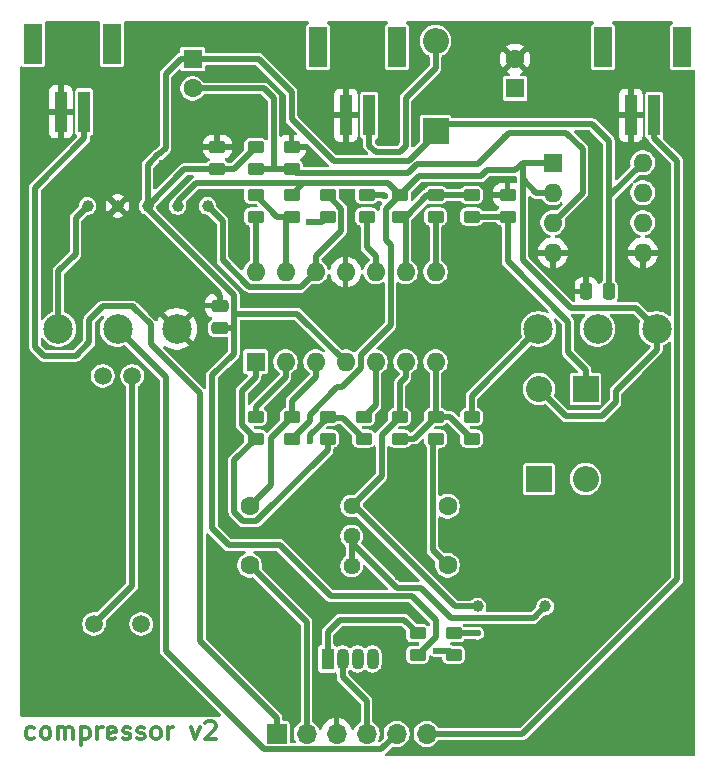
<source format=gbr>
%TF.GenerationSoftware,KiCad,Pcbnew,9.0.0*%
%TF.CreationDate,2025-03-31T20:13:35-04:00*%
%TF.ProjectId,compulator,636f6d70-756c-4617-946f-722e6b696361,rev?*%
%TF.SameCoordinates,Original*%
%TF.FileFunction,Copper,L1,Top*%
%TF.FilePolarity,Positive*%
%FSLAX46Y46*%
G04 Gerber Fmt 4.6, Leading zero omitted, Abs format (unit mm)*
G04 Created by KiCad (PCBNEW 9.0.0) date 2025-03-31 20:13:35*
%MOMM*%
%LPD*%
G01*
G04 APERTURE LIST*
G04 Aperture macros list*
%AMRoundRect*
0 Rectangle with rounded corners*
0 $1 Rounding radius*
0 $2 $3 $4 $5 $6 $7 $8 $9 X,Y pos of 4 corners*
0 Add a 4 corners polygon primitive as box body*
4,1,4,$2,$3,$4,$5,$6,$7,$8,$9,$2,$3,0*
0 Add four circle primitives for the rounded corners*
1,1,$1+$1,$2,$3*
1,1,$1+$1,$4,$5*
1,1,$1+$1,$6,$7*
1,1,$1+$1,$8,$9*
0 Add four rect primitives between the rounded corners*
20,1,$1+$1,$2,$3,$4,$5,0*
20,1,$1+$1,$4,$5,$6,$7,0*
20,1,$1+$1,$6,$7,$8,$9,0*
20,1,$1+$1,$8,$9,$2,$3,0*%
G04 Aperture macros list end*
%ADD10C,0.300000*%
%TA.AperFunction,NonConductor*%
%ADD11C,0.300000*%
%TD*%
%TA.AperFunction,ComponentPad*%
%ADD12C,1.440000*%
%TD*%
%TA.AperFunction,SMDPad,CuDef*%
%ADD13RoundRect,0.250000X-0.450000X0.262500X-0.450000X-0.262500X0.450000X-0.262500X0.450000X0.262500X0*%
%TD*%
%TA.AperFunction,SMDPad,CuDef*%
%ADD14RoundRect,0.250000X0.450000X-0.262500X0.450000X0.262500X-0.450000X0.262500X-0.450000X-0.262500X0*%
%TD*%
%TA.AperFunction,ComponentPad*%
%ADD15R,1.600000X1.600000*%
%TD*%
%TA.AperFunction,ComponentPad*%
%ADD16C,1.600000*%
%TD*%
%TA.AperFunction,ComponentPad*%
%ADD17R,2.200000X2.200000*%
%TD*%
%TA.AperFunction,ComponentPad*%
%ADD18O,2.200000X2.200000*%
%TD*%
%TA.AperFunction,SMDPad,CuDef*%
%ADD19C,1.000000*%
%TD*%
%TA.AperFunction,SMDPad,CuDef*%
%ADD20RoundRect,0.250000X-0.250000X-0.475000X0.250000X-0.475000X0.250000X0.475000X-0.250000X0.475000X0*%
%TD*%
%TA.AperFunction,ComponentPad*%
%ADD21O,1.600000X1.600000*%
%TD*%
%TA.AperFunction,SMDPad,CuDef*%
%ADD22R,1.000000X3.500000*%
%TD*%
%TA.AperFunction,SMDPad,CuDef*%
%ADD23R,1.500000X3.400000*%
%TD*%
%TA.AperFunction,SMDPad,CuDef*%
%ADD24RoundRect,0.250000X-0.475000X0.250000X-0.475000X-0.250000X0.475000X-0.250000X0.475000X0.250000X0*%
%TD*%
%TA.AperFunction,ComponentPad*%
%ADD25C,1.500000*%
%TD*%
%TA.AperFunction,ComponentPad*%
%ADD26R,1.070000X1.800000*%
%TD*%
%TA.AperFunction,ComponentPad*%
%ADD27O,1.070000X1.800000*%
%TD*%
%TA.AperFunction,ComponentPad*%
%ADD28R,1.700000X1.700000*%
%TD*%
%TA.AperFunction,ComponentPad*%
%ADD29O,1.700000X1.700000*%
%TD*%
%TA.AperFunction,ComponentPad*%
%ADD30C,2.500000*%
%TD*%
%TA.AperFunction,ViaPad*%
%ADD31C,0.600000*%
%TD*%
%TA.AperFunction,Conductor*%
%ADD32C,0.508000*%
%TD*%
%TA.AperFunction,Conductor*%
%ADD33C,0.500000*%
%TD*%
G04 APERTURE END LIST*
D10*
D11*
X173282368Y-119744400D02*
X173139510Y-119815828D01*
X173139510Y-119815828D02*
X172853796Y-119815828D01*
X172853796Y-119815828D02*
X172710939Y-119744400D01*
X172710939Y-119744400D02*
X172639510Y-119672971D01*
X172639510Y-119672971D02*
X172568082Y-119530114D01*
X172568082Y-119530114D02*
X172568082Y-119101542D01*
X172568082Y-119101542D02*
X172639510Y-118958685D01*
X172639510Y-118958685D02*
X172710939Y-118887257D01*
X172710939Y-118887257D02*
X172853796Y-118815828D01*
X172853796Y-118815828D02*
X173139510Y-118815828D01*
X173139510Y-118815828D02*
X173282368Y-118887257D01*
X174139510Y-119815828D02*
X173996653Y-119744400D01*
X173996653Y-119744400D02*
X173925224Y-119672971D01*
X173925224Y-119672971D02*
X173853796Y-119530114D01*
X173853796Y-119530114D02*
X173853796Y-119101542D01*
X173853796Y-119101542D02*
X173925224Y-118958685D01*
X173925224Y-118958685D02*
X173996653Y-118887257D01*
X173996653Y-118887257D02*
X174139510Y-118815828D01*
X174139510Y-118815828D02*
X174353796Y-118815828D01*
X174353796Y-118815828D02*
X174496653Y-118887257D01*
X174496653Y-118887257D02*
X174568082Y-118958685D01*
X174568082Y-118958685D02*
X174639510Y-119101542D01*
X174639510Y-119101542D02*
X174639510Y-119530114D01*
X174639510Y-119530114D02*
X174568082Y-119672971D01*
X174568082Y-119672971D02*
X174496653Y-119744400D01*
X174496653Y-119744400D02*
X174353796Y-119815828D01*
X174353796Y-119815828D02*
X174139510Y-119815828D01*
X175282367Y-119815828D02*
X175282367Y-118815828D01*
X175282367Y-118958685D02*
X175353796Y-118887257D01*
X175353796Y-118887257D02*
X175496653Y-118815828D01*
X175496653Y-118815828D02*
X175710939Y-118815828D01*
X175710939Y-118815828D02*
X175853796Y-118887257D01*
X175853796Y-118887257D02*
X175925225Y-119030114D01*
X175925225Y-119030114D02*
X175925225Y-119815828D01*
X175925225Y-119030114D02*
X175996653Y-118887257D01*
X175996653Y-118887257D02*
X176139510Y-118815828D01*
X176139510Y-118815828D02*
X176353796Y-118815828D01*
X176353796Y-118815828D02*
X176496653Y-118887257D01*
X176496653Y-118887257D02*
X176568082Y-119030114D01*
X176568082Y-119030114D02*
X176568082Y-119815828D01*
X177282367Y-118815828D02*
X177282367Y-120315828D01*
X177282367Y-118887257D02*
X177425225Y-118815828D01*
X177425225Y-118815828D02*
X177710939Y-118815828D01*
X177710939Y-118815828D02*
X177853796Y-118887257D01*
X177853796Y-118887257D02*
X177925225Y-118958685D01*
X177925225Y-118958685D02*
X177996653Y-119101542D01*
X177996653Y-119101542D02*
X177996653Y-119530114D01*
X177996653Y-119530114D02*
X177925225Y-119672971D01*
X177925225Y-119672971D02*
X177853796Y-119744400D01*
X177853796Y-119744400D02*
X177710939Y-119815828D01*
X177710939Y-119815828D02*
X177425225Y-119815828D01*
X177425225Y-119815828D02*
X177282367Y-119744400D01*
X178639510Y-119815828D02*
X178639510Y-118815828D01*
X178639510Y-119101542D02*
X178710939Y-118958685D01*
X178710939Y-118958685D02*
X178782368Y-118887257D01*
X178782368Y-118887257D02*
X178925225Y-118815828D01*
X178925225Y-118815828D02*
X179068082Y-118815828D01*
X180139510Y-119744400D02*
X179996653Y-119815828D01*
X179996653Y-119815828D02*
X179710939Y-119815828D01*
X179710939Y-119815828D02*
X179568081Y-119744400D01*
X179568081Y-119744400D02*
X179496653Y-119601542D01*
X179496653Y-119601542D02*
X179496653Y-119030114D01*
X179496653Y-119030114D02*
X179568081Y-118887257D01*
X179568081Y-118887257D02*
X179710939Y-118815828D01*
X179710939Y-118815828D02*
X179996653Y-118815828D01*
X179996653Y-118815828D02*
X180139510Y-118887257D01*
X180139510Y-118887257D02*
X180210939Y-119030114D01*
X180210939Y-119030114D02*
X180210939Y-119172971D01*
X180210939Y-119172971D02*
X179496653Y-119315828D01*
X180782367Y-119744400D02*
X180925224Y-119815828D01*
X180925224Y-119815828D02*
X181210938Y-119815828D01*
X181210938Y-119815828D02*
X181353795Y-119744400D01*
X181353795Y-119744400D02*
X181425224Y-119601542D01*
X181425224Y-119601542D02*
X181425224Y-119530114D01*
X181425224Y-119530114D02*
X181353795Y-119387257D01*
X181353795Y-119387257D02*
X181210938Y-119315828D01*
X181210938Y-119315828D02*
X180996653Y-119315828D01*
X180996653Y-119315828D02*
X180853795Y-119244400D01*
X180853795Y-119244400D02*
X180782367Y-119101542D01*
X180782367Y-119101542D02*
X180782367Y-119030114D01*
X180782367Y-119030114D02*
X180853795Y-118887257D01*
X180853795Y-118887257D02*
X180996653Y-118815828D01*
X180996653Y-118815828D02*
X181210938Y-118815828D01*
X181210938Y-118815828D02*
X181353795Y-118887257D01*
X181996653Y-119744400D02*
X182139510Y-119815828D01*
X182139510Y-119815828D02*
X182425224Y-119815828D01*
X182425224Y-119815828D02*
X182568081Y-119744400D01*
X182568081Y-119744400D02*
X182639510Y-119601542D01*
X182639510Y-119601542D02*
X182639510Y-119530114D01*
X182639510Y-119530114D02*
X182568081Y-119387257D01*
X182568081Y-119387257D02*
X182425224Y-119315828D01*
X182425224Y-119315828D02*
X182210939Y-119315828D01*
X182210939Y-119315828D02*
X182068081Y-119244400D01*
X182068081Y-119244400D02*
X181996653Y-119101542D01*
X181996653Y-119101542D02*
X181996653Y-119030114D01*
X181996653Y-119030114D02*
X182068081Y-118887257D01*
X182068081Y-118887257D02*
X182210939Y-118815828D01*
X182210939Y-118815828D02*
X182425224Y-118815828D01*
X182425224Y-118815828D02*
X182568081Y-118887257D01*
X183496653Y-119815828D02*
X183353796Y-119744400D01*
X183353796Y-119744400D02*
X183282367Y-119672971D01*
X183282367Y-119672971D02*
X183210939Y-119530114D01*
X183210939Y-119530114D02*
X183210939Y-119101542D01*
X183210939Y-119101542D02*
X183282367Y-118958685D01*
X183282367Y-118958685D02*
X183353796Y-118887257D01*
X183353796Y-118887257D02*
X183496653Y-118815828D01*
X183496653Y-118815828D02*
X183710939Y-118815828D01*
X183710939Y-118815828D02*
X183853796Y-118887257D01*
X183853796Y-118887257D02*
X183925225Y-118958685D01*
X183925225Y-118958685D02*
X183996653Y-119101542D01*
X183996653Y-119101542D02*
X183996653Y-119530114D01*
X183996653Y-119530114D02*
X183925225Y-119672971D01*
X183925225Y-119672971D02*
X183853796Y-119744400D01*
X183853796Y-119744400D02*
X183710939Y-119815828D01*
X183710939Y-119815828D02*
X183496653Y-119815828D01*
X184639510Y-119815828D02*
X184639510Y-118815828D01*
X184639510Y-119101542D02*
X184710939Y-118958685D01*
X184710939Y-118958685D02*
X184782368Y-118887257D01*
X184782368Y-118887257D02*
X184925225Y-118815828D01*
X184925225Y-118815828D02*
X185068082Y-118815828D01*
X186568081Y-118815828D02*
X186925224Y-119815828D01*
X186925224Y-119815828D02*
X187282367Y-118815828D01*
X187782367Y-118458685D02*
X187853795Y-118387257D01*
X187853795Y-118387257D02*
X187996653Y-118315828D01*
X187996653Y-118315828D02*
X188353795Y-118315828D01*
X188353795Y-118315828D02*
X188496653Y-118387257D01*
X188496653Y-118387257D02*
X188568081Y-118458685D01*
X188568081Y-118458685D02*
X188639510Y-118601542D01*
X188639510Y-118601542D02*
X188639510Y-118744400D01*
X188639510Y-118744400D02*
X188568081Y-118958685D01*
X188568081Y-118958685D02*
X187710938Y-119815828D01*
X187710938Y-119815828D02*
X188639510Y-119815828D01*
D12*
%TO.P,P1,1,a*%
%TO.N,VREF*%
X200152000Y-105156000D03*
%TO.P,P1,2,b*%
X200152000Y-102616000D03*
%TO.P,P1,3,c*%
%TO.N,Net-(P1-c)*%
X200152000Y-100076000D03*
%TD*%
D13*
%TO.P,R15,1,+*%
%TO.N,Net-(R14--)*%
X210312000Y-73743500D03*
%TO.P,R15,2,-*%
%TO.N,Net-(D3-K)*%
X210312000Y-75568500D03*
%TD*%
D14*
%TO.P,R8,1,+*%
%TO.N,Net-(R7--)*%
X201168000Y-94364500D03*
%TO.P,R8,2,-*%
%TO.N,Net-(R8--)*%
X201168000Y-92539500D03*
%TD*%
D15*
%TO.P,C4,1,+*%
%TO.N,Net-(C3--)*%
X213995000Y-64730000D03*
D16*
%TO.P,C4,2,-*%
%TO.N,GNDA*%
X213995000Y-62230000D03*
%TD*%
D17*
%TO.P,D3,1,K*%
%TO.N,Net-(D3-K)*%
X219964000Y-90170000D03*
D18*
%TO.P,D3,2,A*%
%TO.N,Net-(D3-A)*%
X219964000Y-97790000D03*
%TD*%
D15*
%TO.P,C3,1,+*%
%TO.N,+9V*%
X186690000Y-62230000D03*
D16*
%TO.P,C3,2,-*%
%TO.N,Net-(C3--)*%
X186690000Y-64730000D03*
%TD*%
D19*
%TO.P,TP5,1,1*%
%TO.N,VREF*%
X185420000Y-74676000D03*
%TD*%
D14*
%TO.P,R4,1,+*%
%TO.N,+9V*%
X205740000Y-112672500D03*
%TO.P,R4,2,-*%
%TO.N,Net-(D2-RA)*%
X205740000Y-110847500D03*
%TD*%
D20*
%TO.P,C8,1,+*%
%TO.N,GNDA*%
X220030000Y-81915000D03*
%TO.P,C8,2,-*%
%TO.N,+9V*%
X221930000Y-81915000D03*
%TD*%
D14*
%TO.P,R7,1,+*%
%TO.N,Net-(R6--)*%
X198120000Y-94364500D03*
%TO.P,R7,2,-*%
%TO.N,Net-(R7--)*%
X198120000Y-92539500D03*
%TD*%
D19*
%TO.P,TP7,1,1*%
%TO.N,GNDA*%
X180340000Y-74676000D03*
%TD*%
%TO.P,TP1,1,1*%
%TO.N,VREF*%
X216535000Y-108585000D03*
%TD*%
D16*
%TO.P,C5,1,+*%
%TO.N,IN*%
X191516000Y-105096000D03*
%TO.P,C5,2,-*%
%TO.N,Net-(C5--)*%
X191516000Y-100096000D03*
%TD*%
D14*
%TO.P,R16,1,+*%
%TO.N,Net-(D3-K)*%
X213360000Y-75568500D03*
%TO.P,R16,2,-*%
%TO.N,GNDA*%
X213360000Y-73743500D03*
%TD*%
D13*
%TO.P,R9,1,+*%
%TO.N,Net-(P1-c)*%
X204216000Y-92539500D03*
%TO.P,R9,2,-*%
%TO.N,Net-(R10-+)*%
X204216000Y-94364500D03*
%TD*%
D14*
%TO.P,R3,1,+*%
%TO.N,Net-(C3--)*%
X195072000Y-71524500D03*
%TO.P,R3,2,-*%
%TO.N,GNDA*%
X195072000Y-69699500D03*
%TD*%
D13*
%TO.P,R2,1,+*%
%TO.N,+9V*%
X192024000Y-69699500D03*
%TO.P,R2,2,-*%
%TO.N,Net-(C3--)*%
X192024000Y-71524500D03*
%TD*%
D15*
%TO.P,U4,1*%
%TO.N,Net-(R6--)*%
X192024000Y-87864000D03*
D21*
%TO.P,U4,2,-*%
%TO.N,Net-(R6-+)*%
X194564000Y-87864000D03*
%TO.P,U4,3,+*%
%TO.N,Net-(C5--)*%
X197104000Y-87864000D03*
%TO.P,U4,4,V+*%
%TO.N,+9V*%
X199644000Y-87864000D03*
%TO.P,U4,5,+*%
%TO.N,Net-(R8--)*%
X202184000Y-87864000D03*
%TO.P,U4,6,-*%
%TO.N,Net-(P1-c)*%
X204724000Y-87864000D03*
%TO.P,U4,7*%
%TO.N,Net-(R10-+)*%
X207264000Y-87864000D03*
%TO.P,U4,8*%
%TO.N,Net-(R13--)*%
X207264000Y-80244000D03*
%TO.P,U4,9,-*%
%TO.N,Net-(R14--)*%
X204724000Y-80244000D03*
%TO.P,U4,10,+*%
%TO.N,Net-(R12-+)*%
X202184000Y-80244000D03*
%TO.P,U4,11,V-*%
%TO.N,GNDA*%
X199644000Y-80244000D03*
%TO.P,U4,12,+*%
%TO.N,Net-(R13--)*%
X197104000Y-80244000D03*
%TO.P,U4,13,-*%
%TO.N,Net-(R18--)*%
X194564000Y-80244000D03*
%TO.P,U4,14*%
%TO.N,Net-(R1-+)*%
X192024000Y-80244000D03*
%TD*%
D13*
%TO.P,R6,1,+*%
%TO.N,Net-(R6-+)*%
X192024000Y-92539500D03*
%TO.P,R6,2,-*%
%TO.N,Net-(R6--)*%
X192024000Y-94364500D03*
%TD*%
D14*
%TO.P,R13,1,+*%
%TO.N,Net-(R13-+)*%
X198120000Y-75568500D03*
%TO.P,R13,2,-*%
%TO.N,Net-(R13--)*%
X198120000Y-73743500D03*
%TD*%
D15*
%TO.P,U1,1*%
%TO.N,VREF*%
X217180000Y-71003000D03*
D21*
%TO.P,U1,2,-*%
X217180000Y-73543000D03*
%TO.P,U1,3,+*%
%TO.N,Net-(C3--)*%
X217180000Y-76083000D03*
%TO.P,U1,4,V-*%
%TO.N,GNDA*%
X217180000Y-78623000D03*
%TO.P,U1,5,+*%
X224800000Y-78623000D03*
%TO.P,U1,6,-*%
%TO.N,Net-(U1B--)*%
X224800000Y-76083000D03*
%TO.P,U1,7*%
X224800000Y-73543000D03*
%TO.P,U1,8,V+*%
%TO.N,+9V*%
X224800000Y-71003000D03*
%TD*%
D22*
%TO.P,J2,1,1*%
%TO.N,J-IN*%
X177530000Y-66710000D03*
%TO.P,J2,2,2*%
%TO.N,GNDA*%
X175530000Y-66710000D03*
D23*
%TO.P,J2,S1,SHIELD*%
%TO.N,unconnected-(J2-SHIELD-PadS1)*%
X179880000Y-60960000D03*
%TO.P,J2,S2,SHIELD*%
%TO.N,unconnected-(J2-SHIELD-PadS1)_0*%
X173180000Y-60960000D03*
%TD*%
D16*
%TO.P,C6,1,+*%
%TO.N,Net-(C6-+)*%
X208280000Y-105096000D03*
%TO.P,C6,2,-*%
%TO.N,Net-(C6--)*%
X208280000Y-100096000D03*
%TD*%
D22*
%TO.P,J1,1,1*%
%TO.N,Net-(D1-A)*%
X201660000Y-66985000D03*
%TO.P,J1,2,2*%
%TO.N,GNDA*%
X199660000Y-66985000D03*
D23*
%TO.P,J1,S1,SHIELD*%
%TO.N,unconnected-(J1-SHIELD-PadS1)_0*%
X204010000Y-61235000D03*
%TO.P,J1,S2,SHIELD*%
%TO.N,unconnected-(J1-SHIELD-PadS1)*%
X197310000Y-61235000D03*
%TD*%
D22*
%TO.P,J3,1,1*%
%TO.N,J-OUT*%
X225790000Y-66985000D03*
%TO.P,J3,2,2*%
%TO.N,GNDA*%
X223790000Y-66985000D03*
D23*
%TO.P,J3,S1,SHIELD*%
%TO.N,unconnected-(J3-SHIELD-PadS1)_0*%
X228140000Y-61235000D03*
%TO.P,J3,S2,SHIELD*%
%TO.N,unconnected-(J3-SHIELD-PadS1)*%
X221440000Y-61235000D03*
%TD*%
D24*
%TO.P,C1,1,+*%
%TO.N,GNDA*%
X188788000Y-69662000D03*
%TO.P,C1,2,-*%
%TO.N,+9V*%
X188788000Y-71562000D03*
%TD*%
D19*
%TO.P,TP4,1,1*%
%TO.N,Net-(R13--)*%
X187960000Y-74676000D03*
%TD*%
D14*
%TO.P,R14,1,+*%
%TO.N,Net-(R13--)*%
X207264000Y-75568500D03*
%TO.P,R14,2,-*%
%TO.N,Net-(R14--)*%
X207264000Y-73743500D03*
%TD*%
D25*
%TO.P,LDR1,1*%
%TO.N,Net-(R7--)*%
X182340000Y-110068000D03*
%TO.P,LDR1,2*%
%TO.N,VREF*%
X178340000Y-110068000D03*
%TO.P,LDR1,3*%
X181590000Y-89068000D03*
%TO.P,LDR1,4*%
%TO.N,Net-(R13-+)*%
X179090000Y-89068000D03*
%TD*%
D19*
%TO.P,TP6,1,1*%
%TO.N,+9V*%
X182880000Y-74676000D03*
%TD*%
D13*
%TO.P,R1,1,+*%
%TO.N,Net-(R1-+)*%
X208788000Y-110847500D03*
%TO.P,R1,2,-*%
%TO.N,Net-(D2-BA)*%
X208788000Y-112672500D03*
%TD*%
%TO.P,R17,1,+*%
%TO.N,VREF*%
X204216000Y-73743500D03*
%TO.P,R17,2,-*%
%TO.N,Net-(R14--)*%
X204216000Y-75568500D03*
%TD*%
D14*
%TO.P,R19,1,+*%
%TO.N,Net-(R18--)*%
X195072000Y-75568500D03*
%TO.P,R19,2,-*%
%TO.N,VREF*%
X195072000Y-73743500D03*
%TD*%
%TO.P,R18,1,+*%
%TO.N,Net-(R1-+)*%
X192024000Y-75568500D03*
%TO.P,R18,2,-*%
%TO.N,Net-(R18--)*%
X192024000Y-73743500D03*
%TD*%
D19*
%TO.P,TP2,1,1*%
%TO.N,Net-(P1-c)*%
X210820000Y-108585000D03*
%TD*%
%TO.P,TP3,1,1*%
%TO.N,Net-(C6--)*%
X177800000Y-74676000D03*
%TD*%
D17*
%TO.P,D1,1,K*%
%TO.N,+9V*%
X207264000Y-68326000D03*
D18*
%TO.P,D1,2,A*%
%TO.N,Net-(D1-A)*%
X207264000Y-60706000D03*
%TD*%
D24*
%TO.P,C7,1,+*%
%TO.N,GNDA*%
X188976000Y-83104000D03*
%TO.P,C7,2,-*%
%TO.N,+9V*%
X188976000Y-85004000D03*
%TD*%
D17*
%TO.P,D4,1,K*%
%TO.N,Net-(D3-A)*%
X216024000Y-97790000D03*
D18*
%TO.P,D4,2,A*%
%TO.N,VREF*%
X216024000Y-90170000D03*
%TD*%
D26*
%TO.P,D2,1,RA*%
%TO.N,Net-(D2-RA)*%
X198120000Y-113030000D03*
D27*
%TO.P,D2,2,K*%
%TO.N,LED*%
X199390000Y-113030000D03*
%TO.P,D2,3,GA*%
%TO.N,unconnected-(D2-GA-Pad3)*%
X200660000Y-113030000D03*
%TO.P,D2,4,BA*%
%TO.N,Net-(D2-BA)*%
X201930000Y-113030000D03*
%TD*%
D14*
%TO.P,R12,1,+*%
%TO.N,Net-(R12-+)*%
X201422000Y-75568500D03*
%TO.P,R12,2,-*%
%TO.N,Net-(R12--)*%
X201422000Y-73743500D03*
%TD*%
D13*
%TO.P,R11,1,+*%
%TO.N,Net-(R10-+)*%
X207264000Y-92539500D03*
%TO.P,R11,2,-*%
%TO.N,Net-(C6-+)*%
X207264000Y-94364500D03*
%TD*%
D28*
%TO.P,J4,1,Pin_1*%
%TO.N,J-IN*%
X193802000Y-119380000D03*
D29*
%TO.P,J4,2,Pin_2*%
%TO.N,IN*%
X196342000Y-119380000D03*
%TO.P,J4,3,Pin_3*%
%TO.N,GNDA*%
X198882000Y-119380000D03*
%TO.P,J4,4,Pin_4*%
%TO.N,LED*%
X201422000Y-119380000D03*
%TO.P,J4,5,Pin_5*%
%TO.N,OUT*%
X203962000Y-119380000D03*
%TO.P,J4,6,Pin_6*%
%TO.N,J-OUT*%
X206502000Y-119380000D03*
%TD*%
D14*
%TO.P,R10,1,+*%
%TO.N,Net-(R10-+)*%
X210312000Y-94364500D03*
%TO.P,R10,2,-*%
%TO.N,Net-(R10--)*%
X210312000Y-92539500D03*
%TD*%
D13*
%TO.P,R5,1,+*%
%TO.N,Net-(C5--)*%
X195072000Y-92539500D03*
%TO.P,R5,2,-*%
%TO.N,VREF*%
X195072000Y-94364500D03*
%TD*%
D30*
%TO.P,COMP1,1,1*%
%TO.N,VREF*%
X225980000Y-85080000D03*
%TO.P,COMP1,2,2*%
%TO.N,Net-(R12--)*%
X220980000Y-85080000D03*
%TO.P,COMP1,3,3*%
%TO.N,Net-(R10--)*%
X215980000Y-85080000D03*
%TD*%
%TO.P,LEVEL1,1,1*%
%TO.N,GNDA*%
X185340000Y-85080000D03*
%TO.P,LEVEL1,2,2*%
%TO.N,OUT*%
X180340000Y-85080000D03*
%TO.P,LEVEL1,3,3*%
%TO.N,Net-(C6--)*%
X175340000Y-85080000D03*
%TD*%
D31*
%TO.N,Net-(C3--)*%
X213106000Y-68834000D03*
%TO.N,GNDA*%
X219095698Y-76065000D03*
X224095698Y-96065000D03*
X189095698Y-86065000D03*
X209095698Y-96065000D03*
X214095698Y-101065000D03*
X174095698Y-101065000D03*
X219095698Y-106065000D03*
X224095698Y-106065000D03*
X174095698Y-111065000D03*
X189095698Y-91065000D03*
X199095698Y-61065000D03*
X179095698Y-76065000D03*
X179095698Y-116065000D03*
X184095698Y-116065000D03*
X189095698Y-101065000D03*
X184095698Y-81065000D03*
X174095698Y-96065000D03*
X219095698Y-111065000D03*
X204095698Y-106065000D03*
X194095698Y-116065000D03*
X179095698Y-66065000D03*
X214095698Y-91065000D03*
X184095698Y-61065000D03*
X219095698Y-96065000D03*
X224095698Y-81065000D03*
X174095698Y-116065000D03*
X194095698Y-106065000D03*
X224095698Y-86065000D03*
X219095698Y-61065000D03*
X189095698Y-61065000D03*
X204095698Y-101065000D03*
X209095698Y-81065000D03*
X209095698Y-91065000D03*
X174095698Y-106065000D03*
X188595000Y-81915000D03*
X179095698Y-101065000D03*
X179095698Y-106065000D03*
X219095698Y-66065000D03*
X209095698Y-61065000D03*
X174095698Y-76065000D03*
X224095698Y-116065000D03*
X214095698Y-116065000D03*
X184095698Y-71065000D03*
X224095698Y-61065000D03*
X199095698Y-96065000D03*
X189095698Y-66065000D03*
X209095698Y-116065000D03*
X174095698Y-91065000D03*
X224095698Y-91065000D03*
X174095698Y-71065000D03*
X174095698Y-81065000D03*
X189095698Y-96065000D03*
X204095698Y-86065000D03*
X174095698Y-66065000D03*
X199095698Y-116065000D03*
X194095698Y-86065000D03*
X209095698Y-66065000D03*
X194095698Y-61065000D03*
X194095698Y-101065000D03*
X224095698Y-101065000D03*
X179095698Y-81065000D03*
X214095698Y-106065000D03*
X209095698Y-86065000D03*
X179095698Y-96065000D03*
X189095698Y-106065000D03*
X219095698Y-101065000D03*
%TO.N,Net-(R7--)*%
X196672300Y-94603800D03*
%TO.N,Net-(R12--)*%
X203008200Y-73871900D03*
%TO.N,Net-(R13-+)*%
X196540800Y-76026800D03*
%TO.N,Net-(R1-+)*%
X210820000Y-110847500D03*
%TO.N,Net-(D2-BA)*%
X207304500Y-112347200D03*
%TD*%
D32*
%TO.N,+9V*%
X221930000Y-73873000D02*
X221930000Y-69158549D01*
X183783380Y-70311000D02*
X182880000Y-71214380D01*
X185994000Y-71562000D02*
X182880000Y-74676000D01*
X190186200Y-83793800D02*
X190186200Y-84836000D01*
X205232000Y-107696000D02*
X198374000Y-107696000D01*
X190186200Y-82236200D02*
X190186200Y-83793800D01*
X221930000Y-69158549D02*
X220526151Y-67754700D01*
X182880000Y-74676000D02*
X182880000Y-74930000D01*
X195072000Y-67310000D02*
X195072000Y-65024000D01*
X183848000Y-70311000D02*
X183783380Y-70311000D01*
X184404000Y-63500000D02*
X184404000Y-69755000D01*
X207264000Y-111148500D02*
X207264000Y-109728000D01*
X190018200Y-85004000D02*
X188976000Y-85004000D01*
X221930000Y-73873000D02*
X224800000Y-71003000D01*
X207835300Y-67754700D02*
X207264000Y-68326000D01*
X192278000Y-62230000D02*
X186690000Y-62230000D01*
X186690000Y-62230000D02*
X185674000Y-62230000D01*
X190186200Y-84836000D02*
X190018200Y-85004000D01*
X198374000Y-107696000D02*
X194056000Y-103378000D01*
X192024000Y-69699500D02*
X190161500Y-71562000D01*
X195072000Y-65024000D02*
X192278000Y-62230000D01*
X189738000Y-103378000D02*
X188341698Y-101981698D01*
X207264000Y-109728000D02*
X205232000Y-107696000D01*
X205740000Y-112672500D02*
X207264000Y-111148500D01*
X185674000Y-62230000D02*
X184404000Y-63500000D01*
X182880000Y-71214380D02*
X182880000Y-74676000D01*
X188341698Y-101981698D02*
X188341698Y-89026302D01*
X182880000Y-74930000D02*
X190186200Y-82236200D01*
X184404000Y-69755000D02*
X183848000Y-70311000D01*
X198628000Y-70866000D02*
X195072000Y-67310000D01*
X194056000Y-103378000D02*
X189738000Y-103378000D01*
X195573800Y-83793800D02*
X199644000Y-87864000D01*
X221930000Y-81915000D02*
X221930000Y-73873000D01*
X207264000Y-68326000D02*
X207264000Y-68580000D01*
X204978000Y-70866000D02*
X198628000Y-70866000D01*
X190186200Y-87181800D02*
X190186200Y-83793800D01*
X190161500Y-71562000D02*
X185994000Y-71562000D01*
X188341698Y-89026302D02*
X190186200Y-87181800D01*
X190186200Y-83793800D02*
X195573800Y-83793800D01*
X220526151Y-67754700D02*
X207835300Y-67754700D01*
X207264000Y-68580000D02*
X204978000Y-70866000D01*
%TO.N,Net-(C3--)*%
X218322700Y-68462700D02*
X213477300Y-68462700D01*
X193548000Y-71524500D02*
X193548000Y-65532000D01*
X210820000Y-71120000D02*
X205725263Y-71120000D01*
X205725263Y-71120000D02*
X204963263Y-71882000D01*
X219710000Y-69850000D02*
X218322700Y-68462700D01*
X195072000Y-71524500D02*
X193548000Y-71524500D01*
X195429500Y-71882000D02*
X195072000Y-71524500D01*
X217180000Y-76083000D02*
X219710000Y-73553000D01*
X193548000Y-65532000D02*
X192746000Y-64730000D01*
X204963263Y-71882000D02*
X195429500Y-71882000D01*
X193548000Y-71524500D02*
X192024000Y-71524500D01*
X213106000Y-68834000D02*
X210820000Y-71120000D01*
X213477300Y-68462700D02*
X213106000Y-68834000D01*
X219710000Y-73553000D02*
X219710000Y-69850000D01*
X192746000Y-64730000D02*
X186690000Y-64730000D01*
%TO.N,GNDA*%
X188976000Y-82296000D02*
X188595000Y-81915000D01*
X188976000Y-83104000D02*
X188976000Y-82296000D01*
%TO.N,IN*%
X196342000Y-119380000D02*
X196342000Y-109922000D01*
X196342000Y-109922000D02*
X191516000Y-105096000D01*
%TO.N,Net-(C5--)*%
X195072000Y-92539500D02*
X193296900Y-94314600D01*
X193296900Y-94314600D02*
X193296900Y-98315100D01*
X197104000Y-89172000D02*
X195072000Y-91204000D01*
X193296900Y-98315100D02*
X191516000Y-100096000D01*
X195072000Y-91204000D02*
X195072000Y-92539500D01*
X197104000Y-87864000D02*
X197104000Y-89172000D01*
%TO.N,Net-(C6-+)*%
X207008100Y-94620400D02*
X207008100Y-103824100D01*
X207264000Y-94364500D02*
X207008100Y-94620400D01*
X207008100Y-103824100D02*
X208280000Y-105096000D01*
D33*
%TO.N,Net-(C6--)*%
X175340000Y-80184000D02*
X176784000Y-78740000D01*
X176784000Y-78740000D02*
X176784000Y-75692000D01*
X175340000Y-85080000D02*
X175340000Y-80184000D01*
X176784000Y-75692000D02*
X177800000Y-74676000D01*
D32*
%TO.N,Net-(D1-A)*%
X204216000Y-70104000D02*
X204724000Y-69596000D01*
X204724000Y-69596000D02*
X204724000Y-65532000D01*
X204724000Y-65532000D02*
X207264000Y-62992000D01*
X201660000Y-69580000D02*
X202184000Y-70104000D01*
X207264000Y-62992000D02*
X207264000Y-60706000D01*
X201660000Y-66985000D02*
X201660000Y-69580000D01*
X202184000Y-70104000D02*
X204216000Y-70104000D01*
%TO.N,Net-(D3-K)*%
X218480100Y-87078100D02*
X218480100Y-84495100D01*
X210312000Y-75568500D02*
X213360000Y-75568500D01*
X219964000Y-90170000D02*
X219964000Y-88562000D01*
X219964000Y-88562000D02*
X218480100Y-87078100D01*
X218480100Y-84495100D02*
X213360000Y-79375000D01*
X213360000Y-79375000D02*
X213360000Y-75568500D01*
%TO.N,VREF*%
X203229700Y-72757200D02*
X196058300Y-72757200D01*
X196596000Y-92340500D02*
X196596000Y-92840500D01*
X218310000Y-92456000D02*
X221361000Y-92456000D01*
X203454000Y-77975300D02*
X203454000Y-84748600D01*
X224212000Y-83312000D02*
X225980000Y-85080000D01*
X196058300Y-72757200D02*
X195072000Y-73743500D01*
X203036200Y-77557500D02*
X203454000Y-77975300D01*
X217180000Y-73543000D02*
X215783000Y-73543000D01*
X199306400Y-90012900D02*
X198923600Y-90012900D01*
X204216000Y-73743500D02*
X203229700Y-72757200D01*
X211125600Y-72136000D02*
X205823500Y-72136000D01*
X200914000Y-87288600D02*
X200914000Y-88405300D01*
X196058300Y-72757200D02*
X186957800Y-72757200D01*
X196596000Y-92840500D02*
X195072000Y-94364500D01*
X200152000Y-105156000D02*
X200152000Y-102616000D01*
D33*
X203962037Y-106992000D02*
X200152000Y-103181963D01*
X208595000Y-109535000D02*
X206052000Y-106992000D01*
D32*
X204216000Y-73743500D02*
X203036200Y-74923300D01*
X178340000Y-110068000D02*
X181590000Y-106818000D01*
X216024000Y-90170000D02*
X218310000Y-92456000D01*
X211633600Y-71628000D02*
X211125600Y-72136000D01*
X218694000Y-83312000D02*
X224212000Y-83312000D01*
X203454000Y-84748600D02*
X200914000Y-87288600D01*
X214630000Y-79248000D02*
X218694000Y-83312000D01*
X225980000Y-86847766D02*
X225980000Y-85080000D01*
D33*
X215585000Y-109535000D02*
X208595000Y-109535000D01*
D32*
X215783000Y-73543000D02*
X214630000Y-72390000D01*
X205823500Y-72136000D02*
X204216000Y-73743500D01*
X198923600Y-90012900D02*
X196596000Y-92340500D01*
X221361000Y-92456000D02*
X222504000Y-91313000D01*
X214630000Y-71003000D02*
X214005000Y-71628000D01*
X200914000Y-88405300D02*
X199306400Y-90012900D01*
X222504000Y-91313000D02*
X222504000Y-90323766D01*
D33*
X206052000Y-106992000D02*
X203962037Y-106992000D01*
D32*
X214005000Y-71628000D02*
X211633600Y-71628000D01*
X186957800Y-72757200D02*
X185420000Y-74295000D01*
X181590000Y-106818000D02*
X181590000Y-89068000D01*
X214630000Y-72390000D02*
X214630000Y-71003000D01*
X214630000Y-72390000D02*
X214630000Y-79248000D01*
X185420000Y-74295000D02*
X185420000Y-74676000D01*
D33*
X216535000Y-108585000D02*
X215585000Y-109535000D01*
D32*
X203036200Y-74923300D02*
X203036200Y-77557500D01*
X217180000Y-71003000D02*
X214630000Y-71003000D01*
D33*
X200152000Y-103181963D02*
X200152000Y-102616000D01*
D32*
X222504000Y-90323766D02*
X225980000Y-86847766D01*
%TO.N,Net-(R7--)*%
X198120000Y-92597200D02*
X199400700Y-92597200D01*
X199400700Y-92597200D02*
X201168000Y-94364500D01*
X196672300Y-94044900D02*
X198120000Y-92597200D01*
X196672300Y-94603800D02*
X196672300Y-94044900D01*
X198120000Y-92597200D02*
X198120000Y-92539500D01*
%TO.N,LED*%
X201422000Y-119380000D02*
X201422000Y-116586000D01*
X199390000Y-114554000D02*
X199390000Y-113030000D01*
X201422000Y-116586000D02*
X199390000Y-114554000D01*
%TO.N,Net-(R6-+)*%
X192024000Y-91712000D02*
X194564000Y-89172000D01*
X192024000Y-92539500D02*
X192024000Y-91712000D01*
X194564000Y-87864000D02*
X194564000Y-89172000D01*
%TO.N,Net-(R6--)*%
X192024000Y-94364500D02*
X190238000Y-96150500D01*
X190982600Y-101365900D02*
X192079500Y-101365900D01*
X198120000Y-95325400D02*
X198120000Y-94364500D01*
X190238000Y-100621300D02*
X190982600Y-101365900D01*
X190855500Y-93196000D02*
X190855500Y-90340500D01*
X190238000Y-96150500D02*
X190238000Y-100621300D01*
X190855500Y-90340500D02*
X192024000Y-89172000D01*
X192024000Y-94364500D02*
X190855500Y-93196000D01*
X192024000Y-87864000D02*
X192024000Y-89172000D01*
X192079500Y-101365900D02*
X198120000Y-95325400D01*
%TO.N,Net-(R8--)*%
X202184000Y-91523500D02*
X202184000Y-87864000D01*
X201168000Y-92539500D02*
X202184000Y-91523500D01*
%TO.N,Net-(P1-c)*%
X202692000Y-96266000D02*
X202692000Y-94063500D01*
X200152000Y-100076000D02*
X202692000Y-97536000D01*
X204216000Y-89680000D02*
X204724000Y-89172000D01*
X204216000Y-92539500D02*
X204216000Y-89680000D01*
X208915000Y-108585000D02*
X210820000Y-108585000D01*
X202692000Y-94063500D02*
X204216000Y-92539500D01*
X204724000Y-87864000D02*
X204724000Y-89172000D01*
X202692000Y-97536000D02*
X202692000Y-96266000D01*
X200152000Y-100076000D02*
X200406000Y-100076000D01*
X200406000Y-100076000D02*
X208915000Y-108585000D01*
%TO.N,Net-(R10-+)*%
X205439000Y-94364500D02*
X207264000Y-92539500D01*
X204216000Y-94364500D02*
X205439000Y-94364500D01*
X208487000Y-92539500D02*
X207264000Y-92539500D01*
X207264000Y-92539500D02*
X207264000Y-89172000D01*
X207264000Y-87864000D02*
X207264000Y-89172000D01*
X210312000Y-94364500D02*
X208487000Y-92539500D01*
D33*
%TO.N,Net-(R10--)*%
X210312000Y-90748000D02*
X210312000Y-92539500D01*
X215980000Y-85080000D02*
X210312000Y-90748000D01*
D32*
%TO.N,Net-(R12--)*%
X202879800Y-73743500D02*
X203008200Y-73871900D01*
X201422000Y-73743500D02*
X202879800Y-73743500D01*
%TO.N,Net-(R12-+)*%
X201422000Y-78174000D02*
X202184000Y-78936000D01*
X201422000Y-75568500D02*
X201422000Y-78174000D01*
X202184000Y-80244000D02*
X202184000Y-78936000D01*
%TO.N,Net-(R13--)*%
X199280000Y-74903500D02*
X199280000Y-76760000D01*
X191480000Y-81498000D02*
X189230000Y-79248000D01*
X207264000Y-75568500D02*
X207264000Y-80244000D01*
X197104000Y-80244000D02*
X195850000Y-81498000D01*
X189230000Y-79248000D02*
X189230000Y-75946000D01*
X197104000Y-80244000D02*
X197104000Y-78936000D01*
X195850000Y-81498000D02*
X191480000Y-81498000D01*
X199280000Y-76760000D02*
X197104000Y-78936000D01*
X189230000Y-75946000D02*
X187960000Y-74676000D01*
X198120000Y-73743500D02*
X199280000Y-74903500D01*
%TO.N,Net-(R13-+)*%
X196540800Y-76026800D02*
X197661700Y-76026800D01*
X197661700Y-76026800D02*
X198120000Y-75568500D01*
%TO.N,Net-(R14--)*%
X210312000Y-73743500D02*
X207264000Y-73743500D01*
X206549000Y-73743500D02*
X204724000Y-75568500D01*
X204724000Y-75568500D02*
X204216000Y-75568500D01*
X207264000Y-73743500D02*
X206549000Y-73743500D01*
X204724000Y-75568500D02*
X204724000Y-80244000D01*
%TO.N,OUT*%
X202656300Y-120685700D02*
X192762700Y-120685700D01*
X192762700Y-120685700D02*
X184404000Y-112327000D01*
X184404000Y-89144000D02*
X180340000Y-85080000D01*
X203962000Y-119380000D02*
X202656300Y-120685700D01*
X184404000Y-112327000D02*
X184404000Y-89144000D01*
%TO.N,J-OUT*%
X227736200Y-106248900D02*
X214605100Y-119380000D01*
X227736200Y-70891200D02*
X227736200Y-106248900D01*
X214605100Y-119380000D02*
X206502000Y-119380000D01*
X225790000Y-66985000D02*
X225790000Y-68945000D01*
X225790000Y-68945000D02*
X227736200Y-70891200D01*
%TO.N,J-IN*%
X183134000Y-86360000D02*
X187325000Y-90551000D01*
D33*
X181737000Y-83312000D02*
X181610000Y-83185000D01*
D32*
X183134000Y-84709000D02*
X183134000Y-86360000D01*
D33*
X173345698Y-86604698D02*
X173345698Y-73144302D01*
X177927000Y-84328000D02*
X177927000Y-86233000D01*
X179070000Y-83185000D02*
X177927000Y-84328000D01*
X176784000Y-87376000D02*
X174117000Y-87376000D01*
X173345698Y-73144302D02*
X177530000Y-68960000D01*
X177927000Y-86233000D02*
X176784000Y-87376000D01*
D32*
X193802000Y-118022000D02*
X193802000Y-119380000D01*
X181737000Y-83312000D02*
X183134000Y-84709000D01*
D33*
X181610000Y-83185000D02*
X179070000Y-83185000D01*
X177530000Y-68960000D02*
X177530000Y-66710000D01*
X174117000Y-87376000D02*
X173345698Y-86604698D01*
D32*
X187325000Y-111545000D02*
X193802000Y-118022000D01*
X187325000Y-90551000D02*
X187325000Y-111545000D01*
%TO.N,Net-(R1-+)*%
X192024000Y-75568500D02*
X192024000Y-80244000D01*
X210820000Y-110847500D02*
X208788000Y-110847500D01*
%TO.N,Net-(D2-RA)*%
X204620500Y-109728000D02*
X205740000Y-110847500D01*
X198120000Y-113030000D02*
X198120000Y-110744000D01*
X198120000Y-110744000D02*
X199136000Y-109728000D01*
X199136000Y-109728000D02*
X204620500Y-109728000D01*
%TO.N,Net-(D2-BA)*%
X208462700Y-112347200D02*
X208788000Y-112672500D01*
X207304500Y-112347200D02*
X208462700Y-112347200D01*
%TO.N,Net-(R18--)*%
X194564000Y-75568500D02*
X193849000Y-75568500D01*
X195072000Y-75568500D02*
X194564000Y-75568500D01*
X194564000Y-75568500D02*
X194564000Y-78936000D01*
X193849000Y-75568500D02*
X192024000Y-73743500D01*
X194564000Y-80244000D02*
X194564000Y-78936000D01*
%TD*%
%TA.AperFunction,Conductor*%
%TO.N,GNDA*%
G36*
X178831313Y-59074685D02*
G01*
X178877068Y-59127489D01*
X178887012Y-59196647D01*
X178885892Y-59203190D01*
X178879500Y-59235326D01*
X178879500Y-62684678D01*
X178894032Y-62757735D01*
X178894033Y-62757739D01*
X178894034Y-62757740D01*
X178949399Y-62840601D01*
X179031863Y-62895701D01*
X179032260Y-62895966D01*
X179032264Y-62895967D01*
X179105321Y-62910499D01*
X179105324Y-62910500D01*
X179105326Y-62910500D01*
X180654676Y-62910500D01*
X180654677Y-62910499D01*
X180727740Y-62895966D01*
X180810601Y-62840601D01*
X180865966Y-62757740D01*
X180880500Y-62684674D01*
X180880500Y-59235326D01*
X180874108Y-59203190D01*
X180880337Y-59133599D01*
X180923200Y-59078422D01*
X180989090Y-59055178D01*
X180995726Y-59055000D01*
X196430107Y-59055000D01*
X196497146Y-59074685D01*
X196542901Y-59127489D01*
X196552845Y-59196647D01*
X196523820Y-59260203D01*
X196472939Y-59292901D01*
X196473544Y-59294360D01*
X196465458Y-59297709D01*
X196465042Y-59297977D01*
X196464476Y-59298115D01*
X196462260Y-59299033D01*
X196379399Y-59354399D01*
X196324033Y-59437260D01*
X196324032Y-59437264D01*
X196309500Y-59510321D01*
X196309500Y-62959678D01*
X196324032Y-63032735D01*
X196324033Y-63032739D01*
X196324034Y-63032740D01*
X196379399Y-63115601D01*
X196462257Y-63170964D01*
X196462260Y-63170966D01*
X196462264Y-63170967D01*
X196535321Y-63185499D01*
X196535324Y-63185500D01*
X196535326Y-63185500D01*
X198084676Y-63185500D01*
X198084677Y-63185499D01*
X198157740Y-63170966D01*
X198240601Y-63115601D01*
X198295966Y-63032740D01*
X198310500Y-62959674D01*
X198310500Y-59510326D01*
X198310500Y-59510323D01*
X198310499Y-59510321D01*
X198295967Y-59437264D01*
X198295966Y-59437260D01*
X198240601Y-59354399D01*
X198157740Y-59299034D01*
X198157739Y-59299033D01*
X198146456Y-59294360D01*
X198147753Y-59291228D01*
X198103791Y-59268233D01*
X198069217Y-59207517D01*
X198072956Y-59137748D01*
X198113822Y-59081076D01*
X198178840Y-59055494D01*
X198189893Y-59055000D01*
X203130107Y-59055000D01*
X203197146Y-59074685D01*
X203242901Y-59127489D01*
X203252845Y-59196647D01*
X203223820Y-59260203D01*
X203172939Y-59292901D01*
X203173544Y-59294360D01*
X203165458Y-59297709D01*
X203165042Y-59297977D01*
X203164476Y-59298115D01*
X203162260Y-59299033D01*
X203079399Y-59354399D01*
X203024033Y-59437260D01*
X203024032Y-59437264D01*
X203009500Y-59510321D01*
X203009500Y-62959678D01*
X203024032Y-63032735D01*
X203024033Y-63032739D01*
X203024034Y-63032740D01*
X203079399Y-63115601D01*
X203162257Y-63170964D01*
X203162260Y-63170966D01*
X203162264Y-63170967D01*
X203235321Y-63185499D01*
X203235324Y-63185500D01*
X203235326Y-63185500D01*
X204784676Y-63185500D01*
X204784677Y-63185499D01*
X204857740Y-63170966D01*
X204940601Y-63115601D01*
X204995966Y-63032740D01*
X205010500Y-62959674D01*
X205010500Y-59510326D01*
X205010500Y-59510323D01*
X205010499Y-59510321D01*
X204995967Y-59437264D01*
X204995966Y-59437260D01*
X204940601Y-59354399D01*
X204857740Y-59299034D01*
X204857739Y-59299033D01*
X204846456Y-59294360D01*
X204847753Y-59291228D01*
X204803791Y-59268233D01*
X204769217Y-59207517D01*
X204772956Y-59137748D01*
X204813822Y-59081076D01*
X204878840Y-59055494D01*
X204889893Y-59055000D01*
X220560107Y-59055000D01*
X220627146Y-59074685D01*
X220672901Y-59127489D01*
X220682845Y-59196647D01*
X220653820Y-59260203D01*
X220602939Y-59292901D01*
X220603544Y-59294360D01*
X220595458Y-59297709D01*
X220595042Y-59297977D01*
X220594476Y-59298115D01*
X220592260Y-59299033D01*
X220509399Y-59354399D01*
X220454033Y-59437260D01*
X220454032Y-59437264D01*
X220439500Y-59510321D01*
X220439500Y-62959678D01*
X220454032Y-63032735D01*
X220454033Y-63032739D01*
X220454034Y-63032740D01*
X220509399Y-63115601D01*
X220592257Y-63170964D01*
X220592260Y-63170966D01*
X220592264Y-63170967D01*
X220665321Y-63185499D01*
X220665324Y-63185500D01*
X220665326Y-63185500D01*
X222214676Y-63185500D01*
X222214677Y-63185499D01*
X222287740Y-63170966D01*
X222370601Y-63115601D01*
X222425966Y-63032740D01*
X222440500Y-62959674D01*
X222440500Y-59510326D01*
X222440500Y-59510323D01*
X222440499Y-59510321D01*
X222425967Y-59437264D01*
X222425966Y-59437260D01*
X222370601Y-59354399D01*
X222287740Y-59299034D01*
X222287739Y-59299033D01*
X222276456Y-59294360D01*
X222277753Y-59291228D01*
X222233791Y-59268233D01*
X222199217Y-59207517D01*
X222202956Y-59137748D01*
X222243822Y-59081076D01*
X222308840Y-59055494D01*
X222319893Y-59055000D01*
X227260107Y-59055000D01*
X227327146Y-59074685D01*
X227372901Y-59127489D01*
X227382845Y-59196647D01*
X227353820Y-59260203D01*
X227302939Y-59292901D01*
X227303544Y-59294360D01*
X227295458Y-59297709D01*
X227295042Y-59297977D01*
X227294476Y-59298115D01*
X227292260Y-59299033D01*
X227209399Y-59354399D01*
X227154033Y-59437260D01*
X227154032Y-59437264D01*
X227139500Y-59510321D01*
X227139500Y-62959678D01*
X227154032Y-63032735D01*
X227154033Y-63032739D01*
X227154034Y-63032740D01*
X227209399Y-63115601D01*
X227292257Y-63170964D01*
X227292260Y-63170966D01*
X227292264Y-63170967D01*
X227365321Y-63185499D01*
X227365324Y-63185500D01*
X227365326Y-63185500D01*
X228914676Y-63185500D01*
X228914677Y-63185499D01*
X228987740Y-63170966D01*
X229042110Y-63134638D01*
X229108787Y-63113760D01*
X229176167Y-63132245D01*
X229222857Y-63184224D01*
X229235000Y-63237740D01*
X229235000Y-121161000D01*
X229215315Y-121228039D01*
X229162511Y-121273794D01*
X229111000Y-121285000D01*
X203069833Y-121285000D01*
X203002794Y-121265315D01*
X202957039Y-121212511D01*
X202947095Y-121143353D01*
X202976120Y-121079797D01*
X202982152Y-121073319D01*
X202995161Y-121060309D01*
X203573409Y-120482060D01*
X203634730Y-120448577D01*
X203699402Y-120451810D01*
X203704299Y-120453402D01*
X203875389Y-120480500D01*
X203875390Y-120480500D01*
X204048610Y-120480500D01*
X204048611Y-120480500D01*
X204219701Y-120453402D01*
X204384445Y-120399873D01*
X204538788Y-120321232D01*
X204678928Y-120219414D01*
X204801414Y-120096928D01*
X204903232Y-119956788D01*
X204981873Y-119802445D01*
X205035402Y-119637701D01*
X205062500Y-119466611D01*
X205062500Y-119293389D01*
X205035402Y-119122299D01*
X204981873Y-118957555D01*
X204903232Y-118803212D01*
X204801414Y-118663072D01*
X204678928Y-118540586D01*
X204538788Y-118438768D01*
X204384445Y-118360127D01*
X204219701Y-118306598D01*
X204219699Y-118306597D01*
X204219698Y-118306597D01*
X204088271Y-118285781D01*
X204048611Y-118279500D01*
X203875389Y-118279500D01*
X203835728Y-118285781D01*
X203704302Y-118306597D01*
X203539552Y-118360128D01*
X203385211Y-118438768D01*
X203305256Y-118496859D01*
X203245072Y-118540586D01*
X203245070Y-118540588D01*
X203245069Y-118540588D01*
X203122588Y-118663069D01*
X203122588Y-118663070D01*
X203122586Y-118663072D01*
X203078859Y-118723256D01*
X203020768Y-118803211D01*
X202942128Y-118957552D01*
X202888597Y-119122302D01*
X202861500Y-119293389D01*
X202861500Y-119466610D01*
X202888598Y-119637704D01*
X202888599Y-119637707D01*
X202890189Y-119642602D01*
X202892179Y-119712443D01*
X202859936Y-119768591D01*
X202596337Y-120032191D01*
X202535014Y-120065676D01*
X202465323Y-120060692D01*
X202409389Y-120018821D01*
X202384972Y-119953356D01*
X202398171Y-119888215D01*
X202402357Y-119880000D01*
X202441873Y-119802445D01*
X202495402Y-119637701D01*
X202522500Y-119466611D01*
X202522500Y-119293389D01*
X202495402Y-119122299D01*
X202441873Y-118957555D01*
X202363232Y-118803212D01*
X202261414Y-118663072D01*
X202138928Y-118540586D01*
X201998788Y-118438768D01*
X201998668Y-118438706D01*
X201994195Y-118436427D01*
X201943404Y-118388448D01*
X201926500Y-118325947D01*
X201926500Y-116519583D01*
X201926500Y-116519581D01*
X201892119Y-116391270D01*
X201867808Y-116349162D01*
X201825701Y-116276230D01*
X199930819Y-114381348D01*
X199916115Y-114354420D01*
X199899523Y-114328602D01*
X199898631Y-114322401D01*
X199897334Y-114320025D01*
X199894500Y-114293667D01*
X199894500Y-114052727D01*
X199914185Y-113985688D01*
X199930812Y-113965053D01*
X199937313Y-113958551D01*
X199959461Y-113946455D01*
X199966989Y-113939933D01*
X199972982Y-113939071D01*
X199998632Y-113925063D01*
X200068324Y-113930042D01*
X200112680Y-113958546D01*
X200159269Y-114005135D01*
X200159273Y-114005138D01*
X200287919Y-114091097D01*
X200287925Y-114091100D01*
X200287926Y-114091101D01*
X200430878Y-114150314D01*
X200556307Y-114175263D01*
X200582630Y-114180499D01*
X200582634Y-114180500D01*
X200582635Y-114180500D01*
X200737366Y-114180500D01*
X200737367Y-114180499D01*
X200889122Y-114150314D01*
X201032074Y-114091101D01*
X201160727Y-114005138D01*
X201180177Y-113985688D01*
X201207319Y-113958547D01*
X201268642Y-113925062D01*
X201338334Y-113930046D01*
X201382681Y-113958547D01*
X201429269Y-114005135D01*
X201429273Y-114005138D01*
X201557919Y-114091097D01*
X201557925Y-114091100D01*
X201557926Y-114091101D01*
X201700878Y-114150314D01*
X201826307Y-114175263D01*
X201852630Y-114180499D01*
X201852634Y-114180500D01*
X201852635Y-114180500D01*
X202007366Y-114180500D01*
X202007367Y-114180499D01*
X202159122Y-114150314D01*
X202302074Y-114091101D01*
X202430727Y-114005138D01*
X202540138Y-113895727D01*
X202626101Y-113767074D01*
X202685314Y-113624122D01*
X202715500Y-113472365D01*
X202715500Y-112587635D01*
X202685314Y-112435878D01*
X202626101Y-112292926D01*
X202626100Y-112292925D01*
X202626097Y-112292919D01*
X202540138Y-112164273D01*
X202540135Y-112164269D01*
X202430730Y-112054864D01*
X202430726Y-112054861D01*
X202302080Y-111968902D01*
X202302071Y-111968897D01*
X202159122Y-111909686D01*
X202159114Y-111909684D01*
X202007369Y-111879500D01*
X202007365Y-111879500D01*
X201852635Y-111879500D01*
X201852630Y-111879500D01*
X201700885Y-111909684D01*
X201700877Y-111909686D01*
X201557928Y-111968897D01*
X201557919Y-111968902D01*
X201429273Y-112054861D01*
X201429269Y-112054864D01*
X201382681Y-112101453D01*
X201321358Y-112134938D01*
X201251666Y-112129954D01*
X201207319Y-112101453D01*
X201160730Y-112054864D01*
X201160726Y-112054861D01*
X201032080Y-111968902D01*
X201032071Y-111968897D01*
X200889122Y-111909686D01*
X200889114Y-111909684D01*
X200737369Y-111879500D01*
X200737365Y-111879500D01*
X200582635Y-111879500D01*
X200582630Y-111879500D01*
X200430885Y-111909684D01*
X200430877Y-111909686D01*
X200287928Y-111968897D01*
X200287919Y-111968902D01*
X200159273Y-112054861D01*
X200159269Y-112054864D01*
X200112681Y-112101453D01*
X200051358Y-112134938D01*
X199981666Y-112129954D01*
X199937319Y-112101453D01*
X199890730Y-112054864D01*
X199890726Y-112054861D01*
X199762080Y-111968902D01*
X199762071Y-111968897D01*
X199619122Y-111909686D01*
X199619114Y-111909684D01*
X199467369Y-111879500D01*
X199467365Y-111879500D01*
X199312635Y-111879500D01*
X199312630Y-111879500D01*
X199160885Y-111909684D01*
X199160877Y-111909686D01*
X199017925Y-111968898D01*
X199003984Y-111978214D01*
X198937306Y-111999090D01*
X198872830Y-111982343D01*
X198847966Y-111967905D01*
X198835601Y-111949399D01*
X198752740Y-111894034D01*
X198704077Y-111884354D01*
X198686234Y-111873993D01*
X198675812Y-111863008D01*
X198662396Y-111855990D01*
X198652252Y-111838176D01*
X198638144Y-111823306D01*
X198635315Y-111808431D01*
X198627823Y-111795274D01*
X198624500Y-111766760D01*
X198624500Y-111004333D01*
X198644185Y-110937294D01*
X198660819Y-110916652D01*
X199308652Y-110268819D01*
X199369975Y-110235334D01*
X199396333Y-110232500D01*
X204360167Y-110232500D01*
X204427206Y-110252185D01*
X204447848Y-110268819D01*
X204753181Y-110574152D01*
X204786666Y-110635475D01*
X204789500Y-110661833D01*
X204789500Y-111157870D01*
X204789501Y-111157876D01*
X204795908Y-111217483D01*
X204846202Y-111352328D01*
X204846206Y-111352335D01*
X204932452Y-111467544D01*
X204932455Y-111467547D01*
X205047664Y-111553793D01*
X205047671Y-111553797D01*
X205182517Y-111604091D01*
X205182516Y-111604091D01*
X205189444Y-111604835D01*
X205242127Y-111610500D01*
X205789167Y-111610499D01*
X205810413Y-111616737D01*
X205832498Y-111618317D01*
X205843279Y-111626387D01*
X205856205Y-111630183D01*
X205870707Y-111646919D01*
X205888432Y-111660188D01*
X205893138Y-111672806D01*
X205901960Y-111682987D01*
X205905111Y-111704905D01*
X205912850Y-111725652D01*
X205909987Y-111738813D01*
X205911904Y-111752146D01*
X205902705Y-111772287D01*
X205897999Y-111793925D01*
X205884728Y-111811651D01*
X205882879Y-111815702D01*
X205876848Y-111822179D01*
X205825848Y-111873180D01*
X205764525Y-111906666D01*
X205738166Y-111909500D01*
X205242129Y-111909500D01*
X205242123Y-111909501D01*
X205182516Y-111915908D01*
X205047671Y-111966202D01*
X205047664Y-111966206D01*
X204932455Y-112052452D01*
X204932452Y-112052455D01*
X204846206Y-112167664D01*
X204846202Y-112167671D01*
X204799486Y-112292926D01*
X204795909Y-112302517D01*
X204789500Y-112362127D01*
X204789500Y-112362134D01*
X204789500Y-112362135D01*
X204789500Y-112982870D01*
X204789501Y-112982876D01*
X204795908Y-113042483D01*
X204846202Y-113177328D01*
X204846206Y-113177335D01*
X204932452Y-113292544D01*
X204932455Y-113292547D01*
X205047664Y-113378793D01*
X205047671Y-113378797D01*
X205182517Y-113429091D01*
X205182516Y-113429091D01*
X205189444Y-113429835D01*
X205242127Y-113435500D01*
X206237872Y-113435499D01*
X206297483Y-113429091D01*
X206432331Y-113378796D01*
X206547546Y-113292546D01*
X206633796Y-113177331D01*
X206684091Y-113042483D01*
X206690500Y-112982873D01*
X206690499Y-112811083D01*
X206710183Y-112744046D01*
X206762987Y-112698291D01*
X206832145Y-112688347D01*
X206895701Y-112717372D01*
X206902180Y-112723404D01*
X206966485Y-112787709D01*
X206966486Y-112787710D01*
X206966488Y-112787711D01*
X207092011Y-112860182D01*
X207092012Y-112860182D01*
X207092015Y-112860184D01*
X207232025Y-112897700D01*
X207232028Y-112897700D01*
X207376972Y-112897700D01*
X207376975Y-112897700D01*
X207516985Y-112860184D01*
X207516986Y-112860182D01*
X207524835Y-112858080D01*
X207524871Y-112858217D01*
X207527197Y-112856723D01*
X207562132Y-112851700D01*
X207713501Y-112851700D01*
X207780540Y-112871385D01*
X207826295Y-112924189D01*
X207837501Y-112975700D01*
X207837501Y-112982876D01*
X207843908Y-113042483D01*
X207894202Y-113177328D01*
X207894206Y-113177335D01*
X207980452Y-113292544D01*
X207980455Y-113292547D01*
X208095664Y-113378793D01*
X208095671Y-113378797D01*
X208230517Y-113429091D01*
X208230516Y-113429091D01*
X208237444Y-113429835D01*
X208290127Y-113435500D01*
X209285872Y-113435499D01*
X209345483Y-113429091D01*
X209480331Y-113378796D01*
X209595546Y-113292546D01*
X209681796Y-113177331D01*
X209732091Y-113042483D01*
X209738500Y-112982873D01*
X209738499Y-112362128D01*
X209732091Y-112302517D01*
X209728511Y-112292919D01*
X209681797Y-112167671D01*
X209681793Y-112167664D01*
X209595547Y-112052455D01*
X209595544Y-112052452D01*
X209480335Y-111966206D01*
X209480328Y-111966202D01*
X209345482Y-111915908D01*
X209345483Y-111915908D01*
X209285883Y-111909501D01*
X209285881Y-111909500D01*
X209285873Y-111909500D01*
X209285865Y-111909500D01*
X208746807Y-111909500D01*
X208704997Y-111902239D01*
X208694481Y-111898472D01*
X208686793Y-111894034D01*
X208657430Y-111877081D01*
X208567391Y-111852955D01*
X208562597Y-111851238D01*
X208538306Y-111833545D01*
X208512653Y-111817908D01*
X208510361Y-111813190D01*
X208506120Y-111810101D01*
X208495249Y-111782081D01*
X208482124Y-111755061D01*
X208482746Y-111749853D01*
X208480849Y-111744962D01*
X208486851Y-111715518D01*
X208490419Y-111685686D01*
X208493759Y-111681640D01*
X208494807Y-111676501D01*
X208515774Y-111654977D01*
X208534905Y-111631808D01*
X208539901Y-111630210D01*
X208543562Y-111626453D01*
X208572836Y-111619682D01*
X208601457Y-111610534D01*
X208604349Y-111610499D01*
X209285872Y-111610499D01*
X209345483Y-111604091D01*
X209480331Y-111553796D01*
X209595546Y-111467546D01*
X209644847Y-111401688D01*
X209700780Y-111359818D01*
X209744113Y-111352000D01*
X210562368Y-111352000D01*
X210599400Y-111359365D01*
X210599665Y-111358380D01*
X210607513Y-111360482D01*
X210607515Y-111360484D01*
X210747525Y-111398000D01*
X210747528Y-111398000D01*
X210892472Y-111398000D01*
X210892475Y-111398000D01*
X211032485Y-111360484D01*
X211158015Y-111288009D01*
X211260509Y-111185515D01*
X211332984Y-111059985D01*
X211370500Y-110919975D01*
X211370500Y-110775025D01*
X211332984Y-110635015D01*
X211318813Y-110610471D01*
X211260511Y-110509488D01*
X211260506Y-110509482D01*
X211158017Y-110406993D01*
X211158011Y-110406988D01*
X211032488Y-110334517D01*
X211032489Y-110334517D01*
X211021006Y-110331440D01*
X210892475Y-110297000D01*
X210747525Y-110297000D01*
X210607515Y-110334516D01*
X210607513Y-110334517D01*
X210599665Y-110336620D01*
X210599400Y-110335634D01*
X210562368Y-110343000D01*
X209744113Y-110343000D01*
X209677074Y-110323315D01*
X209644847Y-110293311D01*
X209600305Y-110233811D01*
X209575887Y-110168347D01*
X209590738Y-110100074D01*
X209640143Y-110050668D01*
X209699571Y-110035500D01*
X215650890Y-110035500D01*
X215650892Y-110035500D01*
X215778186Y-110001392D01*
X215892314Y-109935500D01*
X216455995Y-109371819D01*
X216517318Y-109338334D01*
X216543676Y-109335500D01*
X216608920Y-109335500D01*
X216706462Y-109316096D01*
X216753913Y-109306658D01*
X216890495Y-109250084D01*
X217013416Y-109167951D01*
X217117951Y-109063416D01*
X217200084Y-108940495D01*
X217256658Y-108803913D01*
X217285500Y-108658918D01*
X217285500Y-108511082D01*
X217285500Y-108511079D01*
X217256659Y-108366092D01*
X217256658Y-108366091D01*
X217256658Y-108366087D01*
X217203114Y-108236819D01*
X217200087Y-108229511D01*
X217200080Y-108229498D01*
X217117951Y-108106584D01*
X217117948Y-108106580D01*
X217013419Y-108002051D01*
X217013415Y-108002048D01*
X216890501Y-107919919D01*
X216890488Y-107919912D01*
X216753917Y-107863343D01*
X216753907Y-107863340D01*
X216608920Y-107834500D01*
X216608918Y-107834500D01*
X216461082Y-107834500D01*
X216461080Y-107834500D01*
X216316092Y-107863340D01*
X216316082Y-107863343D01*
X216179511Y-107919912D01*
X216179498Y-107919919D01*
X216056584Y-108002048D01*
X216056580Y-108002051D01*
X215952051Y-108106580D01*
X215952048Y-108106584D01*
X215869919Y-108229498D01*
X215869912Y-108229511D01*
X215813343Y-108366082D01*
X215813340Y-108366092D01*
X215784500Y-108511079D01*
X215784500Y-108576324D01*
X215764815Y-108643363D01*
X215748181Y-108664005D01*
X215414005Y-108998181D01*
X215352682Y-109031666D01*
X215326324Y-109034500D01*
X211631725Y-109034500D01*
X211564686Y-109014815D01*
X211518931Y-108962011D01*
X211508987Y-108892853D01*
X211517164Y-108863048D01*
X211541656Y-108803917D01*
X211541658Y-108803913D01*
X211570500Y-108658918D01*
X211570500Y-108511082D01*
X211570500Y-108511079D01*
X211541659Y-108366092D01*
X211541658Y-108366091D01*
X211541658Y-108366087D01*
X211488114Y-108236819D01*
X211485087Y-108229511D01*
X211485080Y-108229498D01*
X211402951Y-108106584D01*
X211402948Y-108106580D01*
X211298419Y-108002051D01*
X211298415Y-108002048D01*
X211175501Y-107919919D01*
X211175488Y-107919912D01*
X211038917Y-107863343D01*
X211038907Y-107863340D01*
X210893920Y-107834500D01*
X210893918Y-107834500D01*
X210746082Y-107834500D01*
X210746080Y-107834500D01*
X210601092Y-107863340D01*
X210601082Y-107863343D01*
X210464511Y-107919912D01*
X210464498Y-107919919D01*
X210341584Y-108002048D01*
X210341580Y-108002051D01*
X210299453Y-108044180D01*
X210238130Y-108077666D01*
X210211771Y-108080500D01*
X209175333Y-108080500D01*
X209108294Y-108060815D01*
X209087652Y-108044181D01*
X201158819Y-100115348D01*
X201147394Y-100094425D01*
X201132297Y-100075975D01*
X201129329Y-100061341D01*
X201125334Y-100054025D01*
X201123313Y-100041844D01*
X201122500Y-100034779D01*
X201122500Y-99980414D01*
X201107654Y-99905785D01*
X201107075Y-99900746D01*
X201112192Y-99871114D01*
X201114872Y-99841170D01*
X201118255Y-99836006D01*
X201118966Y-99831895D01*
X201125916Y-99824316D01*
X201142579Y-99798890D01*
X203095700Y-97845770D01*
X203162119Y-97730730D01*
X203174717Y-97683713D01*
X203196500Y-97602419D01*
X203196500Y-96199581D01*
X203196500Y-95071954D01*
X203216185Y-95004915D01*
X203268989Y-94959160D01*
X203338147Y-94949216D01*
X203401703Y-94978241D01*
X203408181Y-94984273D01*
X203408455Y-94984547D01*
X203523664Y-95070793D01*
X203523671Y-95070797D01*
X203658517Y-95121091D01*
X203658516Y-95121091D01*
X203665444Y-95121835D01*
X203718127Y-95127500D01*
X204713872Y-95127499D01*
X204773483Y-95121091D01*
X204908331Y-95070796D01*
X205023546Y-94984546D01*
X205072847Y-94918688D01*
X205128780Y-94876818D01*
X205172113Y-94869000D01*
X205505416Y-94869000D01*
X205505419Y-94869000D01*
X205633730Y-94834619D01*
X205675837Y-94810308D01*
X205748770Y-94768201D01*
X206101822Y-94415148D01*
X206163142Y-94381665D01*
X206232833Y-94386649D01*
X206288767Y-94428520D01*
X206313184Y-94493985D01*
X206313500Y-94502830D01*
X206313500Y-94674869D01*
X206313501Y-94674876D01*
X206319908Y-94734483D01*
X206370202Y-94869328D01*
X206370203Y-94869329D01*
X206370204Y-94869331D01*
X206456454Y-94984546D01*
X206456457Y-94984548D01*
X206462722Y-94990813D01*
X206461179Y-94992355D01*
X206495778Y-95038565D01*
X206503600Y-95081908D01*
X206503600Y-103890519D01*
X206537981Y-104018830D01*
X206553379Y-104045500D01*
X206577745Y-104087703D01*
X206604398Y-104133868D01*
X206604400Y-104133871D01*
X207221383Y-104750854D01*
X207254868Y-104812177D01*
X207255320Y-104862725D01*
X207229500Y-104992536D01*
X207229500Y-105199469D01*
X207269868Y-105402412D01*
X207269870Y-105402420D01*
X207349058Y-105593596D01*
X207464024Y-105765657D01*
X207610342Y-105911975D01*
X207610345Y-105911977D01*
X207782402Y-106026941D01*
X207973580Y-106106130D01*
X208176530Y-106146499D01*
X208176534Y-106146500D01*
X208176535Y-106146500D01*
X208383466Y-106146500D01*
X208383467Y-106146499D01*
X208586420Y-106106130D01*
X208777598Y-106026941D01*
X208949655Y-105911977D01*
X209095977Y-105765655D01*
X209210941Y-105593598D01*
X209290130Y-105402420D01*
X209330500Y-105199465D01*
X209330500Y-104992535D01*
X209290130Y-104789580D01*
X209210941Y-104598402D01*
X209095977Y-104426345D01*
X209095975Y-104426342D01*
X208949657Y-104280024D01*
X208863626Y-104222541D01*
X208777598Y-104165059D01*
X208586420Y-104085870D01*
X208586412Y-104085868D01*
X208383469Y-104045500D01*
X208383465Y-104045500D01*
X208176535Y-104045500D01*
X208112676Y-104058201D01*
X208046725Y-104071320D01*
X207977134Y-104065091D01*
X207934854Y-104037383D01*
X207548919Y-103651448D01*
X207515434Y-103590125D01*
X207512600Y-103563767D01*
X207512600Y-101078653D01*
X207532285Y-101011614D01*
X207585089Y-100965859D01*
X207654247Y-100955915D01*
X207705490Y-100975551D01*
X207782400Y-101026940D01*
X207782401Y-101026940D01*
X207782402Y-101026941D01*
X207973580Y-101106130D01*
X208176530Y-101146499D01*
X208176534Y-101146500D01*
X208176535Y-101146500D01*
X208383466Y-101146500D01*
X208383467Y-101146499D01*
X208586420Y-101106130D01*
X208777598Y-101026941D01*
X208949655Y-100911977D01*
X209095977Y-100765655D01*
X209210941Y-100593598D01*
X209290130Y-100402420D01*
X209330500Y-100199465D01*
X209330500Y-99992535D01*
X209290130Y-99789580D01*
X209210941Y-99598402D01*
X209095977Y-99426345D01*
X209095975Y-99426342D01*
X208949657Y-99280024D01*
X208786395Y-99170937D01*
X208777598Y-99165059D01*
X208718305Y-99140499D01*
X208586420Y-99085870D01*
X208586412Y-99085868D01*
X208383469Y-99045500D01*
X208383465Y-99045500D01*
X208176535Y-99045500D01*
X208176530Y-99045500D01*
X207973587Y-99085868D01*
X207973579Y-99085870D01*
X207782403Y-99165058D01*
X207705490Y-99216449D01*
X207638812Y-99237326D01*
X207571432Y-99218841D01*
X207524742Y-99166861D01*
X207512600Y-99113346D01*
X207512600Y-96665321D01*
X214673500Y-96665321D01*
X214673500Y-98914678D01*
X214688032Y-98987735D01*
X214688033Y-98987739D01*
X214688034Y-98987740D01*
X214743399Y-99070601D01*
X214807373Y-99113346D01*
X214826260Y-99125966D01*
X214826264Y-99125967D01*
X214899321Y-99140499D01*
X214899324Y-99140500D01*
X214899326Y-99140500D01*
X217148676Y-99140500D01*
X217148677Y-99140499D01*
X217221740Y-99125966D01*
X217304601Y-99070601D01*
X217359966Y-98987740D01*
X217374500Y-98914674D01*
X217374500Y-97683713D01*
X218613500Y-97683713D01*
X218613500Y-97896287D01*
X218646754Y-98106243D01*
X218658517Y-98142447D01*
X218712444Y-98308414D01*
X218808951Y-98497820D01*
X218933890Y-98669786D01*
X219084213Y-98820109D01*
X219256179Y-98945048D01*
X219256181Y-98945049D01*
X219256184Y-98945051D01*
X219445588Y-99041557D01*
X219647757Y-99107246D01*
X219857713Y-99140500D01*
X219857714Y-99140500D01*
X220070286Y-99140500D01*
X220070287Y-99140500D01*
X220280243Y-99107246D01*
X220482412Y-99041557D01*
X220671816Y-98945051D01*
X220713627Y-98914674D01*
X220843786Y-98820109D01*
X220843788Y-98820106D01*
X220843792Y-98820104D01*
X220994104Y-98669792D01*
X220994106Y-98669788D01*
X220994109Y-98669786D01*
X221119048Y-98497820D01*
X221119047Y-98497820D01*
X221119051Y-98497816D01*
X221215557Y-98308412D01*
X221281246Y-98106243D01*
X221314500Y-97896287D01*
X221314500Y-97683713D01*
X221281246Y-97473757D01*
X221215557Y-97271588D01*
X221119051Y-97082184D01*
X221119049Y-97082181D01*
X221119048Y-97082179D01*
X220994109Y-96910213D01*
X220843786Y-96759890D01*
X220671820Y-96634951D01*
X220482414Y-96538444D01*
X220482413Y-96538443D01*
X220482412Y-96538443D01*
X220280243Y-96472754D01*
X220280241Y-96472753D01*
X220280240Y-96472753D01*
X220118957Y-96447208D01*
X220070287Y-96439500D01*
X219857713Y-96439500D01*
X219809042Y-96447208D01*
X219647760Y-96472753D01*
X219445585Y-96538444D01*
X219256179Y-96634951D01*
X219084213Y-96759890D01*
X218933890Y-96910213D01*
X218808951Y-97082179D01*
X218712444Y-97271585D01*
X218646753Y-97473760D01*
X218626376Y-97602416D01*
X218613500Y-97683713D01*
X217374500Y-97683713D01*
X217374500Y-96665326D01*
X217374500Y-96665323D01*
X217374499Y-96665321D01*
X217359967Y-96592264D01*
X217359966Y-96592260D01*
X217304601Y-96509399D01*
X217221740Y-96454034D01*
X217221739Y-96454033D01*
X217221735Y-96454032D01*
X217148677Y-96439500D01*
X217148674Y-96439500D01*
X214899326Y-96439500D01*
X214899323Y-96439500D01*
X214826264Y-96454032D01*
X214826260Y-96454033D01*
X214743399Y-96509399D01*
X214688033Y-96592260D01*
X214688032Y-96592264D01*
X214673500Y-96665321D01*
X207512600Y-96665321D01*
X207512600Y-95251499D01*
X207532285Y-95184460D01*
X207585089Y-95138705D01*
X207636600Y-95127499D01*
X207761871Y-95127499D01*
X207761872Y-95127499D01*
X207821483Y-95121091D01*
X207956331Y-95070796D01*
X208071546Y-94984546D01*
X208157796Y-94869331D01*
X208208091Y-94734483D01*
X208214500Y-94674873D01*
X208214499Y-94054128D01*
X208208091Y-93994517D01*
X208161566Y-93869778D01*
X208157797Y-93859671D01*
X208157793Y-93859664D01*
X208071547Y-93744455D01*
X208071544Y-93744452D01*
X207956335Y-93658206D01*
X207956328Y-93658202D01*
X207821482Y-93607908D01*
X207821483Y-93607908D01*
X207761883Y-93601501D01*
X207761881Y-93601500D01*
X207761873Y-93601500D01*
X207761865Y-93601500D01*
X207214832Y-93601500D01*
X207193586Y-93595261D01*
X207171498Y-93593682D01*
X207160714Y-93585609D01*
X207147793Y-93581815D01*
X207133293Y-93565081D01*
X207115565Y-93551810D01*
X207110857Y-93539189D01*
X207102038Y-93529011D01*
X207098886Y-93507093D01*
X207091148Y-93486346D01*
X207094010Y-93473185D01*
X207092094Y-93459853D01*
X207101293Y-93439709D01*
X207106000Y-93418073D01*
X207119268Y-93400347D01*
X207121119Y-93396297D01*
X207127151Y-93389819D01*
X207178152Y-93338818D01*
X207239475Y-93305333D01*
X207265833Y-93302499D01*
X207761871Y-93302499D01*
X207761872Y-93302499D01*
X207821483Y-93296091D01*
X207956331Y-93245796D01*
X208071546Y-93159546D01*
X208120847Y-93093688D01*
X208124502Y-93090951D01*
X208126400Y-93086797D01*
X208152214Y-93070206D01*
X208176780Y-93051818D01*
X208182409Y-93050802D01*
X208185178Y-93049023D01*
X208220113Y-93044000D01*
X208226667Y-93044000D01*
X208293706Y-93063685D01*
X208314348Y-93080319D01*
X209325181Y-94091152D01*
X209358666Y-94152475D01*
X209361500Y-94178833D01*
X209361500Y-94674870D01*
X209361501Y-94674876D01*
X209367908Y-94734483D01*
X209418202Y-94869328D01*
X209418206Y-94869335D01*
X209504452Y-94984544D01*
X209504455Y-94984547D01*
X209619664Y-95070793D01*
X209619671Y-95070797D01*
X209754517Y-95121091D01*
X209754516Y-95121091D01*
X209761444Y-95121835D01*
X209814127Y-95127500D01*
X210809872Y-95127499D01*
X210869483Y-95121091D01*
X211004331Y-95070796D01*
X211119546Y-94984546D01*
X211205796Y-94869331D01*
X211256091Y-94734483D01*
X211262500Y-94674873D01*
X211262499Y-94054128D01*
X211256091Y-93994517D01*
X211209566Y-93869778D01*
X211205797Y-93859671D01*
X211205793Y-93859664D01*
X211119547Y-93744455D01*
X211119544Y-93744452D01*
X211004335Y-93658206D01*
X211004328Y-93658202D01*
X210869482Y-93607908D01*
X210869483Y-93607908D01*
X210809883Y-93601501D01*
X210809881Y-93601500D01*
X210809873Y-93601500D01*
X210809865Y-93601500D01*
X210313833Y-93601500D01*
X210284392Y-93592855D01*
X210254406Y-93586332D01*
X210249390Y-93582577D01*
X210246794Y-93581815D01*
X210226152Y-93565181D01*
X210175151Y-93514180D01*
X210141666Y-93452857D01*
X210146650Y-93383165D01*
X210188522Y-93327232D01*
X210253986Y-93302815D01*
X210262832Y-93302499D01*
X210809871Y-93302499D01*
X210809872Y-93302499D01*
X210869483Y-93296091D01*
X211004331Y-93245796D01*
X211119546Y-93159546D01*
X211205796Y-93044331D01*
X211256091Y-92909483D01*
X211262500Y-92849873D01*
X211262499Y-92229128D01*
X211256091Y-92169517D01*
X211243515Y-92135800D01*
X211205797Y-92034671D01*
X211205793Y-92034664D01*
X211119547Y-91919455D01*
X211119544Y-91919452D01*
X211004335Y-91833206D01*
X211004329Y-91833203D01*
X210893166Y-91791741D01*
X210837233Y-91749869D01*
X210812816Y-91684405D01*
X210812500Y-91675559D01*
X210812500Y-91006675D01*
X210832185Y-90939636D01*
X210848814Y-90918999D01*
X215269930Y-86497882D01*
X215331251Y-86464399D01*
X215399308Y-86469266D01*
X215399375Y-86469062D01*
X215400199Y-86469329D01*
X215400943Y-86469383D01*
X215403693Y-86470465D01*
X215404004Y-86470566D01*
X215404008Y-86470568D01*
X215553660Y-86519193D01*
X215628631Y-86543553D01*
X215861903Y-86580500D01*
X215861908Y-86580500D01*
X216098097Y-86580500D01*
X216331368Y-86543553D01*
X216341330Y-86540316D01*
X216555992Y-86470568D01*
X216766433Y-86363343D01*
X216957510Y-86224517D01*
X217124517Y-86057510D01*
X217263343Y-85866433D01*
X217370568Y-85655992D01*
X217443553Y-85431368D01*
X217462524Y-85311591D01*
X217480500Y-85198097D01*
X217480500Y-84961902D01*
X217443553Y-84728631D01*
X217401719Y-84599881D01*
X217370568Y-84504008D01*
X217370566Y-84504005D01*
X217370566Y-84504003D01*
X217315767Y-84396455D01*
X217305299Y-84375911D01*
X217292404Y-84307244D01*
X217318680Y-84242503D01*
X217375786Y-84202246D01*
X217445592Y-84199254D01*
X217503466Y-84231937D01*
X217939281Y-84667752D01*
X217972766Y-84729075D01*
X217975600Y-84755433D01*
X217975600Y-87144519D01*
X218009981Y-87272830D01*
X218018471Y-87287535D01*
X218064005Y-87366402D01*
X218076398Y-87387868D01*
X218076400Y-87387871D01*
X219296348Y-88607819D01*
X219329833Y-88669142D01*
X219324849Y-88738834D01*
X219282977Y-88794767D01*
X219217513Y-88819184D01*
X219208667Y-88819500D01*
X218839323Y-88819500D01*
X218766264Y-88834032D01*
X218766260Y-88834033D01*
X218683399Y-88889399D01*
X218628033Y-88972260D01*
X218628032Y-88972264D01*
X218613500Y-89045321D01*
X218613500Y-91294678D01*
X218628032Y-91367735D01*
X218628033Y-91367739D01*
X218646405Y-91395235D01*
X218683399Y-91450601D01*
X218758112Y-91500522D01*
X218766260Y-91505966D01*
X218766264Y-91505967D01*
X218839321Y-91520499D01*
X218839324Y-91520500D01*
X218839326Y-91520500D01*
X221088676Y-91520500D01*
X221088677Y-91520499D01*
X221161740Y-91505966D01*
X221244601Y-91450601D01*
X221299966Y-91367740D01*
X221314500Y-91294674D01*
X221314500Y-89045326D01*
X221314500Y-89045323D01*
X221314499Y-89045321D01*
X221299967Y-88972264D01*
X221299966Y-88972260D01*
X221284605Y-88949270D01*
X221244601Y-88889399D01*
X221177555Y-88844601D01*
X221161739Y-88834033D01*
X221161735Y-88834032D01*
X221088677Y-88819500D01*
X221088674Y-88819500D01*
X220592500Y-88819500D01*
X220525461Y-88799815D01*
X220479706Y-88747011D01*
X220468500Y-88695500D01*
X220468500Y-88495583D01*
X220468500Y-88495581D01*
X220434657Y-88369276D01*
X220434120Y-88367271D01*
X220367701Y-88252230D01*
X219020919Y-86905448D01*
X218987434Y-86844125D01*
X218984600Y-86817767D01*
X218984600Y-84428683D01*
X218984600Y-84428681D01*
X218950219Y-84300370D01*
X218909302Y-84229500D01*
X218883801Y-84185330D01*
X218726652Y-84028181D01*
X218693167Y-83966858D01*
X218698151Y-83897166D01*
X218740023Y-83841233D01*
X218805487Y-83816816D01*
X218814333Y-83816500D01*
X219822111Y-83816500D01*
X219889150Y-83836185D01*
X219934905Y-83888989D01*
X219944849Y-83958147D01*
X219915824Y-84021703D01*
X219909792Y-84028181D01*
X219835485Y-84102487D01*
X219835485Y-84102488D01*
X219835483Y-84102490D01*
X219830970Y-84108702D01*
X219696657Y-84293566D01*
X219589433Y-84504003D01*
X219516446Y-84728631D01*
X219479500Y-84961902D01*
X219479500Y-85198097D01*
X219516446Y-85431368D01*
X219589433Y-85655996D01*
X219639624Y-85754500D01*
X219696657Y-85866433D01*
X219835483Y-86057510D01*
X220002490Y-86224517D01*
X220193567Y-86363343D01*
X220292991Y-86414002D01*
X220404003Y-86470566D01*
X220404005Y-86470566D01*
X220404008Y-86470568D01*
X220488078Y-86497884D01*
X220628631Y-86543553D01*
X220861903Y-86580500D01*
X220861908Y-86580500D01*
X221098097Y-86580500D01*
X221331368Y-86543553D01*
X221341330Y-86540316D01*
X221555992Y-86470568D01*
X221766433Y-86363343D01*
X221957510Y-86224517D01*
X222124517Y-86057510D01*
X222263343Y-85866433D01*
X222370568Y-85655992D01*
X222443553Y-85431368D01*
X222462524Y-85311591D01*
X222480500Y-85198097D01*
X222480500Y-84961902D01*
X222443553Y-84728631D01*
X222401719Y-84599881D01*
X222370568Y-84504008D01*
X222370566Y-84504005D01*
X222370566Y-84504003D01*
X222298312Y-84362197D01*
X222263343Y-84293567D01*
X222124517Y-84102490D01*
X222050208Y-84028181D01*
X222016723Y-83966858D01*
X222021707Y-83897166D01*
X222063579Y-83841233D01*
X222129043Y-83816816D01*
X222137889Y-83816500D01*
X223951667Y-83816500D01*
X224018706Y-83836185D01*
X224039348Y-83852819D01*
X224560495Y-84373966D01*
X224593980Y-84435289D01*
X224590745Y-84499965D01*
X224516447Y-84728627D01*
X224516447Y-84728630D01*
X224479500Y-84961902D01*
X224479500Y-85198097D01*
X224516446Y-85431368D01*
X224589433Y-85655996D01*
X224639624Y-85754500D01*
X224696657Y-85866433D01*
X224835483Y-86057510D01*
X225002490Y-86224517D01*
X225193567Y-86363343D01*
X225404008Y-86470568D01*
X225404011Y-86470569D01*
X225407795Y-86472497D01*
X225418859Y-86482946D01*
X225432703Y-86489269D01*
X225443743Y-86506448D01*
X225458591Y-86520471D01*
X225462832Y-86536152D01*
X225470477Y-86548047D01*
X225475500Y-86582982D01*
X225475500Y-86587433D01*
X225455815Y-86654472D01*
X225439181Y-86675114D01*
X222100300Y-90013994D01*
X222100298Y-90013997D01*
X222060056Y-90083700D01*
X222060055Y-90083701D01*
X222033882Y-90129033D01*
X222033881Y-90129034D01*
X222022073Y-90173103D01*
X221999500Y-90257347D01*
X221999500Y-90257349D01*
X221999500Y-91052667D01*
X221979815Y-91119706D01*
X221963181Y-91140348D01*
X221188348Y-91915181D01*
X221127025Y-91948666D01*
X221100667Y-91951500D01*
X218570333Y-91951500D01*
X218503294Y-91931815D01*
X218482652Y-91915181D01*
X217324463Y-90756992D01*
X217290978Y-90695669D01*
X217294212Y-90630995D01*
X217341246Y-90486243D01*
X217374500Y-90276287D01*
X217374500Y-90063713D01*
X217341246Y-89853757D01*
X217275557Y-89651588D01*
X217179051Y-89462184D01*
X217179049Y-89462181D01*
X217179048Y-89462179D01*
X217054109Y-89290213D01*
X216903786Y-89139890D01*
X216731820Y-89014951D01*
X216542414Y-88918444D01*
X216542413Y-88918443D01*
X216542412Y-88918443D01*
X216340243Y-88852754D01*
X216340241Y-88852753D01*
X216340240Y-88852753D01*
X216178957Y-88827208D01*
X216130287Y-88819500D01*
X215917713Y-88819500D01*
X215869042Y-88827208D01*
X215707760Y-88852753D01*
X215505585Y-88918444D01*
X215316179Y-89014951D01*
X215144213Y-89139890D01*
X214993890Y-89290213D01*
X214868951Y-89462179D01*
X214772444Y-89651585D01*
X214706753Y-89853760D01*
X214673500Y-90063713D01*
X214673500Y-90276286D01*
X214706490Y-90484581D01*
X214706754Y-90486243D01*
X214753786Y-90630993D01*
X214772444Y-90688414D01*
X214868951Y-90877820D01*
X214993890Y-91049786D01*
X215144213Y-91200109D01*
X215316179Y-91325048D01*
X215316181Y-91325049D01*
X215316184Y-91325051D01*
X215505588Y-91421557D01*
X215707757Y-91487246D01*
X215917713Y-91520500D01*
X215917714Y-91520500D01*
X216130286Y-91520500D01*
X216130287Y-91520500D01*
X216340243Y-91487246D01*
X216484995Y-91440212D01*
X216554834Y-91438218D01*
X216610992Y-91470463D01*
X218000230Y-92859701D01*
X218115270Y-92926119D01*
X218243581Y-92960500D01*
X218243584Y-92960500D01*
X221427416Y-92960500D01*
X221427419Y-92960500D01*
X221555730Y-92926119D01*
X221597837Y-92901808D01*
X221670770Y-92859701D01*
X222907701Y-91622770D01*
X222974119Y-91507730D01*
X222980904Y-91482405D01*
X222987690Y-91457082D01*
X222987690Y-91457081D01*
X222998988Y-91414916D01*
X223008500Y-91379419D01*
X223008500Y-90584098D01*
X223028185Y-90517059D01*
X223044819Y-90496417D01*
X224709669Y-88831567D01*
X226383700Y-87157536D01*
X226450119Y-87042496D01*
X226467178Y-86978830D01*
X226484500Y-86914185D01*
X226484500Y-86582982D01*
X226504185Y-86515943D01*
X226552205Y-86472497D01*
X226555988Y-86470569D01*
X226555992Y-86470568D01*
X226766433Y-86363343D01*
X226957510Y-86224517D01*
X227020019Y-86162008D01*
X227081342Y-86128523D01*
X227151034Y-86133507D01*
X227206967Y-86175379D01*
X227231384Y-86240843D01*
X227231700Y-86249689D01*
X227231700Y-105988567D01*
X227212015Y-106055606D01*
X227195381Y-106076248D01*
X214432448Y-118839181D01*
X214371125Y-118872666D01*
X214344767Y-118875500D01*
X207556051Y-118875500D01*
X207489012Y-118855815D01*
X207445565Y-118807791D01*
X207443232Y-118803212D01*
X207443230Y-118803209D01*
X207443229Y-118803207D01*
X207413672Y-118762526D01*
X207341414Y-118663072D01*
X207218928Y-118540586D01*
X207078788Y-118438768D01*
X206924445Y-118360127D01*
X206759701Y-118306598D01*
X206759699Y-118306597D01*
X206759698Y-118306597D01*
X206628271Y-118285781D01*
X206588611Y-118279500D01*
X206415389Y-118279500D01*
X206375728Y-118285781D01*
X206244302Y-118306597D01*
X206079552Y-118360128D01*
X205925211Y-118438768D01*
X205845256Y-118496859D01*
X205785072Y-118540586D01*
X205785070Y-118540588D01*
X205785069Y-118540588D01*
X205662588Y-118663069D01*
X205662588Y-118663070D01*
X205662586Y-118663072D01*
X205618859Y-118723256D01*
X205560768Y-118803211D01*
X205482128Y-118957552D01*
X205428597Y-119122302D01*
X205401500Y-119293389D01*
X205401500Y-119466610D01*
X205424474Y-119611667D01*
X205428598Y-119637701D01*
X205482127Y-119802445D01*
X205560768Y-119956788D01*
X205662586Y-120096928D01*
X205785072Y-120219414D01*
X205925212Y-120321232D01*
X206079555Y-120399873D01*
X206244299Y-120453402D01*
X206415389Y-120480500D01*
X206415390Y-120480500D01*
X206588610Y-120480500D01*
X206588611Y-120480500D01*
X206759701Y-120453402D01*
X206924445Y-120399873D01*
X207078788Y-120321232D01*
X207218928Y-120219414D01*
X207341414Y-120096928D01*
X207443232Y-119956788D01*
X207445565Y-119952208D01*
X207493536Y-119901412D01*
X207556051Y-119884500D01*
X214671516Y-119884500D01*
X214671519Y-119884500D01*
X214799830Y-119850119D01*
X214841937Y-119825808D01*
X214914870Y-119783701D01*
X228139901Y-106558670D01*
X228182008Y-106485737D01*
X228206319Y-106443630D01*
X228240700Y-106315319D01*
X228240700Y-70824781D01*
X228206319Y-70696470D01*
X228139900Y-70581430D01*
X228045970Y-70487500D01*
X227324388Y-69765918D01*
X226543948Y-68985477D01*
X226510463Y-68924154D01*
X226515447Y-68854462D01*
X226523419Y-68838887D01*
X226525963Y-68832744D01*
X226525966Y-68832740D01*
X226540500Y-68759674D01*
X226540500Y-65210326D01*
X226540500Y-65210323D01*
X226540499Y-65210321D01*
X226525967Y-65137264D01*
X226525966Y-65137260D01*
X226470601Y-65054399D01*
X226387740Y-64999034D01*
X226387739Y-64999033D01*
X226387735Y-64999032D01*
X226314677Y-64984500D01*
X226314674Y-64984500D01*
X225265326Y-64984500D01*
X225265323Y-64984500D01*
X225192264Y-64999032D01*
X225192260Y-64999033D01*
X225109399Y-65054399D01*
X225054033Y-65137260D01*
X225054032Y-65137264D01*
X225039500Y-65210321D01*
X225039500Y-68759678D01*
X225054032Y-68832735D01*
X225054033Y-68832739D01*
X225054034Y-68832740D01*
X225109399Y-68915601D01*
X225175848Y-68960000D01*
X225192260Y-68970966D01*
X225192264Y-68970967D01*
X225203673Y-68973237D01*
X225215331Y-68979335D01*
X225228398Y-68980910D01*
X225245695Y-68995218D01*
X225265584Y-69005622D01*
X225273313Y-69018063D01*
X225282236Y-69025445D01*
X225294223Y-69051725D01*
X225297628Y-69057205D01*
X225298510Y-69059973D01*
X225319881Y-69139730D01*
X225322214Y-69143770D01*
X225328906Y-69155362D01*
X225328908Y-69155366D01*
X225386294Y-69254763D01*
X225386300Y-69254771D01*
X227195381Y-71063851D01*
X227228866Y-71125174D01*
X227231700Y-71151532D01*
X227231700Y-83910311D01*
X227212015Y-83977350D01*
X227159211Y-84023105D01*
X227090053Y-84033049D01*
X227026497Y-84004024D01*
X227020019Y-83997992D01*
X226957512Y-83935485D01*
X226957510Y-83935483D01*
X226766433Y-83796657D01*
X226737901Y-83782119D01*
X226555996Y-83689433D01*
X226331368Y-83616446D01*
X226098097Y-83579500D01*
X226098092Y-83579500D01*
X225861908Y-83579500D01*
X225861903Y-83579500D01*
X225628630Y-83616447D01*
X225628627Y-83616447D01*
X225399965Y-83690745D01*
X225330124Y-83692740D01*
X225273966Y-83660495D01*
X224521772Y-82908301D01*
X224521770Y-82908299D01*
X224488388Y-82889026D01*
X224448838Y-82866191D01*
X224448837Y-82866191D01*
X224406730Y-82841881D01*
X224406731Y-82841881D01*
X224374652Y-82833285D01*
X224278419Y-82807500D01*
X224278416Y-82807500D01*
X222737056Y-82807500D01*
X222670017Y-82787815D01*
X222624262Y-82735011D01*
X222614318Y-82665853D01*
X222620874Y-82640167D01*
X222674091Y-82497482D01*
X222679715Y-82445171D01*
X222680500Y-82437873D01*
X222680499Y-81392128D01*
X222674091Y-81332517D01*
X222662938Y-81302615D01*
X222623797Y-81197671D01*
X222623793Y-81197664D01*
X222537548Y-81082457D01*
X222537546Y-81082454D01*
X222484188Y-81042509D01*
X222442318Y-80986577D01*
X222434500Y-80943244D01*
X222434500Y-78373000D01*
X223523391Y-78373000D01*
X224484314Y-78373000D01*
X224479920Y-78377394D01*
X224427259Y-78468606D01*
X224400000Y-78570339D01*
X224400000Y-78675661D01*
X224427259Y-78777394D01*
X224479920Y-78868606D01*
X224484314Y-78873000D01*
X223523391Y-78873000D01*
X223532009Y-78927413D01*
X223595244Y-79122029D01*
X223688140Y-79304349D01*
X223808417Y-79469894D01*
X223808417Y-79469895D01*
X223953104Y-79614582D01*
X224118650Y-79734859D01*
X224300968Y-79827754D01*
X224495578Y-79890988D01*
X224550000Y-79899607D01*
X224550000Y-78938686D01*
X224554394Y-78943080D01*
X224645606Y-78995741D01*
X224747339Y-79023000D01*
X224852661Y-79023000D01*
X224954394Y-78995741D01*
X225045606Y-78943080D01*
X225050000Y-78938686D01*
X225050000Y-79899606D01*
X225104421Y-79890988D01*
X225299031Y-79827754D01*
X225481349Y-79734859D01*
X225646894Y-79614582D01*
X225646895Y-79614582D01*
X225791582Y-79469895D01*
X225791582Y-79469894D01*
X225911859Y-79304349D01*
X226004755Y-79122029D01*
X226067990Y-78927413D01*
X226076609Y-78873000D01*
X225115686Y-78873000D01*
X225120080Y-78868606D01*
X225172741Y-78777394D01*
X225200000Y-78675661D01*
X225200000Y-78570339D01*
X225172741Y-78468606D01*
X225120080Y-78377394D01*
X225115686Y-78373000D01*
X226076609Y-78373000D01*
X226067990Y-78318586D01*
X226004755Y-78123970D01*
X225911859Y-77941650D01*
X225791582Y-77776105D01*
X225791582Y-77776104D01*
X225646895Y-77631417D01*
X225481349Y-77511140D01*
X225299031Y-77418244D01*
X225104417Y-77355009D01*
X225058411Y-77347723D01*
X224995276Y-77317794D01*
X224958345Y-77258482D01*
X224959343Y-77188619D01*
X224997953Y-77130387D01*
X225053616Y-77103633D01*
X225106420Y-77093130D01*
X225297598Y-77013941D01*
X225469655Y-76898977D01*
X225615977Y-76752655D01*
X225730941Y-76580598D01*
X225810130Y-76389420D01*
X225850500Y-76186465D01*
X225850500Y-75979535D01*
X225850499Y-75979532D01*
X225850499Y-75979530D01*
X225830477Y-75878872D01*
X225810130Y-75776580D01*
X225730941Y-75585402D01*
X225615977Y-75413345D01*
X225615975Y-75413342D01*
X225469657Y-75267024D01*
X225301130Y-75154419D01*
X225297598Y-75152059D01*
X225106420Y-75072870D01*
X225106412Y-75072868D01*
X224903469Y-75032500D01*
X224903465Y-75032500D01*
X224696535Y-75032500D01*
X224696530Y-75032500D01*
X224493587Y-75072868D01*
X224493579Y-75072870D01*
X224302403Y-75152058D01*
X224130342Y-75267024D01*
X223984024Y-75413342D01*
X223869058Y-75585403D01*
X223789870Y-75776579D01*
X223789868Y-75776587D01*
X223749500Y-75979530D01*
X223749500Y-76186469D01*
X223789868Y-76389412D01*
X223789870Y-76389420D01*
X223869058Y-76580596D01*
X223984024Y-76752657D01*
X224130342Y-76898975D01*
X224130345Y-76898977D01*
X224302402Y-77013941D01*
X224493580Y-77093130D01*
X224523696Y-77099120D01*
X224546381Y-77103633D01*
X224608292Y-77136017D01*
X224642866Y-77196733D01*
X224639127Y-77266502D01*
X224598261Y-77323175D01*
X224541589Y-77347723D01*
X224495581Y-77355010D01*
X224300968Y-77418244D01*
X224118650Y-77511140D01*
X223953105Y-77631417D01*
X223953104Y-77631417D01*
X223808417Y-77776104D01*
X223808417Y-77776105D01*
X223688140Y-77941650D01*
X223595244Y-78123970D01*
X223532009Y-78318586D01*
X223523391Y-78373000D01*
X222434500Y-78373000D01*
X222434500Y-74133332D01*
X222454185Y-74066293D01*
X222470814Y-74045656D01*
X223780238Y-72736231D01*
X223841559Y-72702748D01*
X223911251Y-72707732D01*
X223967184Y-72749604D01*
X223991601Y-72815068D01*
X223976749Y-72883341D01*
X223971020Y-72892804D01*
X223869058Y-73045403D01*
X223789870Y-73236579D01*
X223789868Y-73236587D01*
X223749500Y-73439530D01*
X223749500Y-73646469D01*
X223789868Y-73849412D01*
X223789870Y-73849420D01*
X223856762Y-74010912D01*
X223869059Y-74040598D01*
X223910493Y-74102609D01*
X223984024Y-74212657D01*
X224130342Y-74358975D01*
X224130345Y-74358977D01*
X224302402Y-74473941D01*
X224493580Y-74553130D01*
X224671670Y-74588554D01*
X224696530Y-74593499D01*
X224696534Y-74593500D01*
X224696535Y-74593500D01*
X224903466Y-74593500D01*
X224903467Y-74593499D01*
X225106420Y-74553130D01*
X225297598Y-74473941D01*
X225469655Y-74358977D01*
X225615977Y-74212655D01*
X225730941Y-74040598D01*
X225810130Y-73849420D01*
X225850500Y-73646465D01*
X225850500Y-73439535D01*
X225810130Y-73236580D01*
X225730941Y-73045402D01*
X225615977Y-72873345D01*
X225615975Y-72873342D01*
X225469657Y-72727024D01*
X225375982Y-72664433D01*
X225297598Y-72612059D01*
X225283255Y-72606118D01*
X225106420Y-72532870D01*
X225106412Y-72532868D01*
X224903469Y-72492500D01*
X224903465Y-72492500D01*
X224696535Y-72492500D01*
X224696530Y-72492500D01*
X224493587Y-72532868D01*
X224493579Y-72532870D01*
X224302403Y-72612058D01*
X224149804Y-72714020D01*
X224083126Y-72734897D01*
X224015746Y-72716412D01*
X223969057Y-72664433D01*
X223957881Y-72595462D01*
X223985767Y-72531399D01*
X223993219Y-72523250D01*
X224454856Y-72061613D01*
X224516177Y-72028130D01*
X224566724Y-72027679D01*
X224623468Y-72038966D01*
X224696532Y-72053500D01*
X224696535Y-72053500D01*
X224903466Y-72053500D01*
X224903467Y-72053499D01*
X225106420Y-72013130D01*
X225297598Y-71933941D01*
X225469655Y-71818977D01*
X225615977Y-71672655D01*
X225730941Y-71500598D01*
X225810130Y-71309420D01*
X225850500Y-71106465D01*
X225850500Y-70899535D01*
X225810130Y-70696580D01*
X225730941Y-70505402D01*
X225615977Y-70333345D01*
X225615975Y-70333342D01*
X225469657Y-70187024D01*
X225315430Y-70083974D01*
X225297598Y-70072059D01*
X225280003Y-70064771D01*
X225106420Y-69992870D01*
X225106412Y-69992868D01*
X224903469Y-69952500D01*
X224903465Y-69952500D01*
X224696535Y-69952500D01*
X224696530Y-69952500D01*
X224493587Y-69992868D01*
X224493579Y-69992870D01*
X224302403Y-70072058D01*
X224130342Y-70187024D01*
X223984024Y-70333342D01*
X223869058Y-70505403D01*
X223789870Y-70696579D01*
X223789868Y-70696587D01*
X223749500Y-70899530D01*
X223749500Y-71106466D01*
X223775319Y-71236272D01*
X223769092Y-71305864D01*
X223741383Y-71348144D01*
X222646181Y-72443347D01*
X222584858Y-72476832D01*
X222515166Y-72471848D01*
X222459233Y-72429976D01*
X222434816Y-72364512D01*
X222434500Y-72355666D01*
X222434500Y-69092132D01*
X222434500Y-69092130D01*
X222400119Y-68963819D01*
X222333700Y-68848779D01*
X222267765Y-68782844D01*
X222790000Y-68782844D01*
X222796401Y-68842372D01*
X222796403Y-68842379D01*
X222846645Y-68977086D01*
X222846649Y-68977093D01*
X222932809Y-69092187D01*
X222932812Y-69092190D01*
X223047906Y-69178350D01*
X223047913Y-69178354D01*
X223182620Y-69228596D01*
X223182627Y-69228598D01*
X223242155Y-69234999D01*
X223242172Y-69235000D01*
X223540000Y-69235000D01*
X224040000Y-69235000D01*
X224337828Y-69235000D01*
X224337844Y-69234999D01*
X224397372Y-69228598D01*
X224397379Y-69228596D01*
X224532086Y-69178354D01*
X224532093Y-69178350D01*
X224647187Y-69092190D01*
X224647190Y-69092187D01*
X224733350Y-68977093D01*
X224733354Y-68977086D01*
X224783596Y-68842379D01*
X224783598Y-68842372D01*
X224789999Y-68782844D01*
X224790000Y-68782827D01*
X224790000Y-67235000D01*
X224040000Y-67235000D01*
X224040000Y-69235000D01*
X223540000Y-69235000D01*
X223540000Y-67235000D01*
X222790000Y-67235000D01*
X222790000Y-68782844D01*
X222267765Y-68782844D01*
X222239770Y-68754849D01*
X220835921Y-67350999D01*
X220762988Y-67308891D01*
X220732043Y-67291025D01*
X220732042Y-67291024D01*
X220720885Y-67284583D01*
X220720882Y-67284581D01*
X220688803Y-67275985D01*
X220592570Y-67250200D01*
X220592567Y-67250200D01*
X208725986Y-67250200D01*
X208658947Y-67230515D01*
X208613192Y-67177711D01*
X208604369Y-67150392D01*
X208599967Y-67128263D01*
X208599966Y-67128260D01*
X208565064Y-67076025D01*
X208544601Y-67045399D01*
X208461740Y-66990034D01*
X208461739Y-66990033D01*
X208461735Y-66990032D01*
X208388677Y-66975500D01*
X208388674Y-66975500D01*
X206139326Y-66975500D01*
X206139323Y-66975500D01*
X206066264Y-66990032D01*
X206066260Y-66990033D01*
X205983399Y-67045399D01*
X205928033Y-67128260D01*
X205928032Y-67128264D01*
X205913500Y-67201321D01*
X205913500Y-69165667D01*
X205893815Y-69232706D01*
X205877181Y-69253348D01*
X205440181Y-69690348D01*
X205378858Y-69723833D01*
X205309166Y-69718849D01*
X205253233Y-69676977D01*
X205228816Y-69611513D01*
X205228500Y-69602667D01*
X205228500Y-65792332D01*
X205248185Y-65725293D01*
X205264819Y-65704651D01*
X207157917Y-63811553D01*
X207362459Y-63607011D01*
X207667700Y-63301770D01*
X207734119Y-63186730D01*
X207749925Y-63127740D01*
X207768500Y-63058419D01*
X207768500Y-62127682D01*
X212695000Y-62127682D01*
X212695000Y-62332317D01*
X212727009Y-62534417D01*
X212790244Y-62729031D01*
X212883141Y-62911350D01*
X212883147Y-62911359D01*
X212915523Y-62955921D01*
X212915524Y-62955922D01*
X213595000Y-62276446D01*
X213595000Y-62282661D01*
X213622259Y-62384394D01*
X213674920Y-62475606D01*
X213749394Y-62550080D01*
X213840606Y-62602741D01*
X213942339Y-62630000D01*
X213948553Y-62630000D01*
X213269076Y-63309474D01*
X213313650Y-63341859D01*
X213495968Y-63434755D01*
X213504629Y-63437569D01*
X213562304Y-63477007D01*
X213589502Y-63541366D01*
X213577587Y-63610212D01*
X213530342Y-63661688D01*
X213466310Y-63679500D01*
X213170323Y-63679500D01*
X213097264Y-63694032D01*
X213097260Y-63694033D01*
X213014399Y-63749399D01*
X212959033Y-63832260D01*
X212959032Y-63832264D01*
X212944500Y-63905321D01*
X212944500Y-65554678D01*
X212959032Y-65627735D01*
X212959033Y-65627739D01*
X212959034Y-65627740D01*
X213014399Y-65710601D01*
X213059852Y-65740971D01*
X213097260Y-65765966D01*
X213097264Y-65765967D01*
X213170321Y-65780499D01*
X213170324Y-65780500D01*
X213170326Y-65780500D01*
X214819676Y-65780500D01*
X214819677Y-65780499D01*
X214892740Y-65765966D01*
X214975601Y-65710601D01*
X215030966Y-65627740D01*
X215045500Y-65554674D01*
X215045500Y-65187155D01*
X222790000Y-65187155D01*
X222790000Y-66735000D01*
X223540000Y-66735000D01*
X224040000Y-66735000D01*
X224790000Y-66735000D01*
X224790000Y-65187172D01*
X224789999Y-65187155D01*
X224783598Y-65127627D01*
X224783596Y-65127620D01*
X224733354Y-64992913D01*
X224733350Y-64992906D01*
X224647190Y-64877812D01*
X224647187Y-64877809D01*
X224532093Y-64791649D01*
X224532086Y-64791645D01*
X224397379Y-64741403D01*
X224397372Y-64741401D01*
X224337844Y-64735000D01*
X224040000Y-64735000D01*
X224040000Y-66735000D01*
X223540000Y-66735000D01*
X223540000Y-64735000D01*
X223242155Y-64735000D01*
X223182627Y-64741401D01*
X223182620Y-64741403D01*
X223047913Y-64791645D01*
X223047906Y-64791649D01*
X222932812Y-64877809D01*
X222932809Y-64877812D01*
X222846649Y-64992906D01*
X222846645Y-64992913D01*
X222796403Y-65127620D01*
X222796401Y-65127627D01*
X222790000Y-65187155D01*
X215045500Y-65187155D01*
X215045500Y-63905326D01*
X215045500Y-63905323D01*
X215045499Y-63905321D01*
X215030967Y-63832264D01*
X215030966Y-63832260D01*
X215008782Y-63799059D01*
X214975601Y-63749399D01*
X214892740Y-63694034D01*
X214892739Y-63694033D01*
X214892735Y-63694032D01*
X214819677Y-63679500D01*
X214819674Y-63679500D01*
X214523690Y-63679500D01*
X214456651Y-63659815D01*
X214410896Y-63607011D01*
X214400952Y-63537853D01*
X214429977Y-63474297D01*
X214485371Y-63437569D01*
X214494031Y-63434755D01*
X214676349Y-63341859D01*
X214720921Y-63309474D01*
X214041447Y-62630000D01*
X214047661Y-62630000D01*
X214149394Y-62602741D01*
X214240606Y-62550080D01*
X214315080Y-62475606D01*
X214367741Y-62384394D01*
X214395000Y-62282661D01*
X214395000Y-62276447D01*
X215074474Y-62955921D01*
X215106859Y-62911349D01*
X215199755Y-62729031D01*
X215262990Y-62534417D01*
X215295000Y-62332317D01*
X215295000Y-62127682D01*
X215262990Y-61925582D01*
X215199755Y-61730968D01*
X215106859Y-61548650D01*
X215074474Y-61504077D01*
X215074474Y-61504076D01*
X214395000Y-62183551D01*
X214395000Y-62177339D01*
X214367741Y-62075606D01*
X214315080Y-61984394D01*
X214240606Y-61909920D01*
X214149394Y-61857259D01*
X214047661Y-61830000D01*
X214041446Y-61830000D01*
X214720922Y-61150524D01*
X214720921Y-61150523D01*
X214676359Y-61118147D01*
X214676350Y-61118141D01*
X214494031Y-61025244D01*
X214299417Y-60962009D01*
X214097317Y-60930000D01*
X213892683Y-60930000D01*
X213690582Y-60962009D01*
X213495968Y-61025244D01*
X213313644Y-61118143D01*
X213269077Y-61150523D01*
X213269077Y-61150524D01*
X213948554Y-61830000D01*
X213942339Y-61830000D01*
X213840606Y-61857259D01*
X213749394Y-61909920D01*
X213674920Y-61984394D01*
X213622259Y-62075606D01*
X213595000Y-62177339D01*
X213595000Y-62183553D01*
X212915524Y-61504077D01*
X212915523Y-61504077D01*
X212883143Y-61548644D01*
X212790244Y-61730968D01*
X212727009Y-61925582D01*
X212695000Y-62127682D01*
X207768500Y-62127682D01*
X207768500Y-62040632D01*
X207788185Y-61973593D01*
X207836204Y-61930148D01*
X207971816Y-61861051D01*
X208077604Y-61784192D01*
X208143786Y-61736109D01*
X208143788Y-61736106D01*
X208143792Y-61736104D01*
X208294104Y-61585792D01*
X208294106Y-61585788D01*
X208294109Y-61585786D01*
X208419048Y-61413820D01*
X208419047Y-61413820D01*
X208419051Y-61413816D01*
X208515557Y-61224412D01*
X208581246Y-61022243D01*
X208614500Y-60812287D01*
X208614500Y-60599713D01*
X208581246Y-60389757D01*
X208515557Y-60187588D01*
X208419051Y-59998184D01*
X208419049Y-59998181D01*
X208419048Y-59998179D01*
X208294109Y-59826213D01*
X208143786Y-59675890D01*
X207971820Y-59550951D01*
X207782414Y-59454444D01*
X207782413Y-59454443D01*
X207782412Y-59454443D01*
X207580243Y-59388754D01*
X207580241Y-59388753D01*
X207580240Y-59388753D01*
X207418957Y-59363208D01*
X207370287Y-59355500D01*
X207157713Y-59355500D01*
X207109042Y-59363208D01*
X206947760Y-59388753D01*
X206745585Y-59454444D01*
X206556179Y-59550951D01*
X206384213Y-59675890D01*
X206233890Y-59826213D01*
X206108951Y-59998179D01*
X206012444Y-60187585D01*
X205946753Y-60389760D01*
X205913500Y-60599713D01*
X205913500Y-60812287D01*
X205946754Y-61022243D01*
X206002572Y-61194033D01*
X206012444Y-61224414D01*
X206108951Y-61413820D01*
X206233890Y-61585786D01*
X206384213Y-61736109D01*
X206556182Y-61861050D01*
X206556184Y-61861051D01*
X206691795Y-61930148D01*
X206742590Y-61978121D01*
X206759500Y-62040632D01*
X206759500Y-62731667D01*
X206739815Y-62798706D01*
X206723181Y-62819348D01*
X204320301Y-65222227D01*
X204320295Y-65222236D01*
X204278190Y-65295160D01*
X204278191Y-65295161D01*
X204253882Y-65337265D01*
X204253881Y-65337270D01*
X204219500Y-65465581D01*
X204219500Y-65465583D01*
X204219500Y-69335667D01*
X204210855Y-69365107D01*
X204204332Y-69395094D01*
X204200577Y-69400109D01*
X204199815Y-69402706D01*
X204183181Y-69423348D01*
X204043348Y-69563181D01*
X203982025Y-69596666D01*
X203955667Y-69599500D01*
X202444333Y-69599500D01*
X202377294Y-69579815D01*
X202356652Y-69563181D01*
X202200819Y-69407348D01*
X202167334Y-69346025D01*
X202164500Y-69319667D01*
X202164500Y-69091277D01*
X202184185Y-69024238D01*
X202236989Y-68978483D01*
X202248806Y-68974666D01*
X202257738Y-68970966D01*
X202257740Y-68970966D01*
X202340601Y-68915601D01*
X202395966Y-68832740D01*
X202410500Y-68759674D01*
X202410500Y-65210326D01*
X202410500Y-65210323D01*
X202410499Y-65210321D01*
X202395967Y-65137264D01*
X202395966Y-65137260D01*
X202340601Y-65054399D01*
X202257740Y-64999034D01*
X202257739Y-64999033D01*
X202257735Y-64999032D01*
X202184677Y-64984500D01*
X202184674Y-64984500D01*
X201135326Y-64984500D01*
X201135323Y-64984500D01*
X201062264Y-64999032D01*
X201062260Y-64999033D01*
X200979399Y-65054399D01*
X200924033Y-65137260D01*
X200924032Y-65137264D01*
X200909500Y-65210321D01*
X200909500Y-68759678D01*
X200924032Y-68832735D01*
X200924033Y-68832739D01*
X200924034Y-68832740D01*
X200979399Y-68915601D01*
X201045848Y-68960000D01*
X201062260Y-68970966D01*
X201073544Y-68975640D01*
X201072400Y-68978400D01*
X201117600Y-69002043D01*
X201152176Y-69062758D01*
X201155500Y-69091277D01*
X201155500Y-69646419D01*
X201189881Y-69774730D01*
X201199119Y-69790730D01*
X201208222Y-69806496D01*
X201208223Y-69806500D01*
X201208224Y-69806500D01*
X201228073Y-69840881D01*
X201256298Y-69889768D01*
X201256300Y-69889771D01*
X201516348Y-70149819D01*
X201549833Y-70211142D01*
X201544849Y-70280834D01*
X201502977Y-70336767D01*
X201437513Y-70361184D01*
X201428667Y-70361500D01*
X198888332Y-70361500D01*
X198821293Y-70341815D01*
X198800651Y-70325181D01*
X197258315Y-68782844D01*
X198660000Y-68782844D01*
X198666401Y-68842372D01*
X198666403Y-68842379D01*
X198716645Y-68977086D01*
X198716649Y-68977093D01*
X198802809Y-69092187D01*
X198802812Y-69092190D01*
X198917906Y-69178350D01*
X198917913Y-69178354D01*
X199052620Y-69228596D01*
X199052627Y-69228598D01*
X199112155Y-69234999D01*
X199112172Y-69235000D01*
X199410000Y-69235000D01*
X199910000Y-69235000D01*
X200207828Y-69235000D01*
X200207844Y-69234999D01*
X200267372Y-69228598D01*
X200267379Y-69228596D01*
X200402086Y-69178354D01*
X200402093Y-69178350D01*
X200517187Y-69092190D01*
X200517190Y-69092187D01*
X200603350Y-68977093D01*
X200603354Y-68977086D01*
X200653596Y-68842379D01*
X200653598Y-68842372D01*
X200659999Y-68782844D01*
X200660000Y-68782827D01*
X200660000Y-67235000D01*
X199910000Y-67235000D01*
X199910000Y-69235000D01*
X199410000Y-69235000D01*
X199410000Y-67235000D01*
X198660000Y-67235000D01*
X198660000Y-68782844D01*
X197258315Y-68782844D01*
X195746790Y-67271319D01*
X195612819Y-67137348D01*
X195579334Y-67076025D01*
X195576500Y-67049667D01*
X195576500Y-65187155D01*
X198660000Y-65187155D01*
X198660000Y-66735000D01*
X199410000Y-66735000D01*
X199910000Y-66735000D01*
X200660000Y-66735000D01*
X200660000Y-65187172D01*
X200659999Y-65187155D01*
X200653598Y-65127627D01*
X200653596Y-65127620D01*
X200603354Y-64992913D01*
X200603350Y-64992906D01*
X200517190Y-64877812D01*
X200517187Y-64877809D01*
X200402093Y-64791649D01*
X200402086Y-64791645D01*
X200267379Y-64741403D01*
X200267372Y-64741401D01*
X200207844Y-64735000D01*
X199910000Y-64735000D01*
X199910000Y-66735000D01*
X199410000Y-66735000D01*
X199410000Y-64735000D01*
X199112155Y-64735000D01*
X199052627Y-64741401D01*
X199052620Y-64741403D01*
X198917913Y-64791645D01*
X198917906Y-64791649D01*
X198802812Y-64877809D01*
X198802809Y-64877812D01*
X198716649Y-64992906D01*
X198716645Y-64992913D01*
X198666403Y-65127620D01*
X198666401Y-65127627D01*
X198660000Y-65187155D01*
X195576500Y-65187155D01*
X195576500Y-64957583D01*
X195576500Y-64957581D01*
X195542119Y-64829270D01*
X195513326Y-64779399D01*
X195475701Y-64714230D01*
X192587770Y-61826299D01*
X192562320Y-61811605D01*
X192514838Y-61784191D01*
X192514837Y-61784191D01*
X192472730Y-61759881D01*
X192472731Y-61759881D01*
X192440652Y-61751285D01*
X192344419Y-61725500D01*
X192344416Y-61725500D01*
X187864500Y-61725500D01*
X187797461Y-61705815D01*
X187751706Y-61653011D01*
X187740500Y-61601500D01*
X187740500Y-61405323D01*
X187740499Y-61405321D01*
X187725967Y-61332264D01*
X187725966Y-61332260D01*
X187670601Y-61249399D01*
X187587740Y-61194034D01*
X187587739Y-61194033D01*
X187587735Y-61194032D01*
X187514677Y-61179500D01*
X187514674Y-61179500D01*
X185865326Y-61179500D01*
X185865323Y-61179500D01*
X185792264Y-61194032D01*
X185792260Y-61194033D01*
X185709399Y-61249399D01*
X185654033Y-61332260D01*
X185654032Y-61332264D01*
X185639500Y-61405321D01*
X185639500Y-61621799D01*
X185619815Y-61688838D01*
X185567011Y-61734593D01*
X185547598Y-61741572D01*
X185516341Y-61749947D01*
X185479268Y-61759881D01*
X185479267Y-61759882D01*
X185364233Y-61826296D01*
X185364228Y-61826300D01*
X184000301Y-63190227D01*
X184000295Y-63190236D01*
X183958190Y-63263160D01*
X183958191Y-63263161D01*
X183933882Y-63305265D01*
X183924077Y-63341859D01*
X183899500Y-63433581D01*
X183899500Y-63433583D01*
X183899500Y-69494666D01*
X183879815Y-69561705D01*
X183863181Y-69582347D01*
X183633401Y-69812127D01*
X183593174Y-69839006D01*
X183588652Y-69840878D01*
X183473613Y-69907296D01*
X183473608Y-69907300D01*
X182476301Y-70904607D01*
X182476295Y-70904616D01*
X182434190Y-70977540D01*
X182434191Y-70977541D01*
X182409882Y-71019645D01*
X182401834Y-71049682D01*
X182375500Y-71147961D01*
X182375500Y-71147963D01*
X182375500Y-74067770D01*
X182355815Y-74134809D01*
X182339181Y-74155451D01*
X182297051Y-74197580D01*
X182297048Y-74197584D01*
X182214919Y-74320498D01*
X182214912Y-74320511D01*
X182158343Y-74457082D01*
X182158340Y-74457092D01*
X182129500Y-74602079D01*
X182129500Y-74602082D01*
X182129500Y-74749918D01*
X182129500Y-74749920D01*
X182129499Y-74749920D01*
X182158340Y-74894907D01*
X182158343Y-74894917D01*
X182214912Y-75031488D01*
X182214919Y-75031501D01*
X182297048Y-75154415D01*
X182297051Y-75154419D01*
X182401580Y-75258948D01*
X182401588Y-75258954D01*
X182524494Y-75341077D01*
X182524498Y-75341079D01*
X182524505Y-75341084D01*
X182524508Y-75341085D01*
X182524511Y-75341087D01*
X182592377Y-75369197D01*
X182632606Y-75396077D01*
X189195583Y-81959054D01*
X189229068Y-82020377D01*
X189226000Y-82063277D01*
X189226000Y-82980000D01*
X189206315Y-83047039D01*
X189153511Y-83092794D01*
X189102000Y-83104000D01*
X188976000Y-83104000D01*
X188976000Y-83230000D01*
X188956315Y-83297039D01*
X188903511Y-83342794D01*
X188852000Y-83354000D01*
X187751001Y-83354000D01*
X187751001Y-83403986D01*
X187761494Y-83506697D01*
X187816641Y-83673119D01*
X187816643Y-83673124D01*
X187908684Y-83822345D01*
X188032654Y-83946315D01*
X188181875Y-84038356D01*
X188181880Y-84038358D01*
X188274140Y-84068930D01*
X188331585Y-84108702D01*
X188358408Y-84173218D01*
X188346093Y-84241994D01*
X188298550Y-84293194D01*
X188278471Y-84302817D01*
X188258674Y-84310201D01*
X188258664Y-84310206D01*
X188143455Y-84396452D01*
X188143452Y-84396455D01*
X188057206Y-84511664D01*
X188057202Y-84511671D01*
X188008377Y-84642581D01*
X188006909Y-84646517D01*
X188000500Y-84706127D01*
X188000500Y-84706134D01*
X188000500Y-84706135D01*
X188000500Y-85301870D01*
X188000501Y-85301876D01*
X188006908Y-85361483D01*
X188057202Y-85496328D01*
X188057206Y-85496335D01*
X188143452Y-85611544D01*
X188143455Y-85611547D01*
X188258664Y-85697793D01*
X188258671Y-85697797D01*
X188393517Y-85748091D01*
X188393516Y-85748091D01*
X188400444Y-85748835D01*
X188453127Y-85754500D01*
X189498872Y-85754499D01*
X189498874Y-85754498D01*
X189498887Y-85754498D01*
X189535504Y-85750561D01*
X189544444Y-85749600D01*
X189613204Y-85762005D01*
X189664341Y-85809615D01*
X189681700Y-85872889D01*
X189681700Y-86921467D01*
X189662015Y-86988506D01*
X189645381Y-87009148D01*
X187937999Y-88716529D01*
X187937993Y-88716538D01*
X187895888Y-88789462D01*
X187895889Y-88789463D01*
X187871580Y-88831567D01*
X187860176Y-88874129D01*
X187837198Y-88959883D01*
X187837198Y-88959885D01*
X187837198Y-90050365D01*
X187817513Y-90117404D01*
X187764709Y-90163159D01*
X187695551Y-90173103D01*
X187631995Y-90144078D01*
X187625517Y-90138046D01*
X184227217Y-86739746D01*
X184193732Y-86678423D01*
X184198716Y-86608731D01*
X184240588Y-86552798D01*
X184306052Y-86528381D01*
X184374325Y-86543233D01*
X184376898Y-86544678D01*
X184564331Y-86652893D01*
X184564340Y-86652897D01*
X184776269Y-86740681D01*
X184997862Y-86800057D01*
X185225289Y-86829998D01*
X185225306Y-86830000D01*
X185454694Y-86830000D01*
X185454710Y-86829998D01*
X185682137Y-86800057D01*
X185903730Y-86740681D01*
X186115659Y-86652897D01*
X186115668Y-86652893D01*
X186314327Y-86538197D01*
X186314334Y-86538192D01*
X186388064Y-86481617D01*
X185551058Y-85644612D01*
X185571591Y-85639111D01*
X185708408Y-85560119D01*
X185820119Y-85448408D01*
X185899111Y-85311591D01*
X185904612Y-85291059D01*
X186741617Y-86128064D01*
X186798192Y-86054334D01*
X186798197Y-86054327D01*
X186912893Y-85855668D01*
X186912897Y-85855659D01*
X187000681Y-85643730D01*
X187060057Y-85422137D01*
X187089998Y-85194710D01*
X187090000Y-85194694D01*
X187090000Y-84965305D01*
X187089998Y-84965289D01*
X187060057Y-84737862D01*
X187000681Y-84516269D01*
X186912897Y-84304340D01*
X186912893Y-84304330D01*
X186798194Y-84105666D01*
X186741618Y-84031934D01*
X186741617Y-84031934D01*
X185904612Y-84868939D01*
X185899111Y-84848409D01*
X185820119Y-84711592D01*
X185708408Y-84599881D01*
X185571591Y-84520889D01*
X185551057Y-84515387D01*
X186388064Y-83678381D01*
X186388064Y-83678380D01*
X186314331Y-83621805D01*
X186314324Y-83621799D01*
X186115669Y-83507106D01*
X186115659Y-83507102D01*
X185903730Y-83419318D01*
X185682137Y-83359942D01*
X185454710Y-83330001D01*
X185454694Y-83330000D01*
X185225306Y-83330000D01*
X185225289Y-83330001D01*
X184997862Y-83359942D01*
X184776269Y-83419318D01*
X184564340Y-83507102D01*
X184564330Y-83507106D01*
X184365673Y-83621801D01*
X184365659Y-83621810D01*
X184291934Y-83678380D01*
X185128940Y-84515387D01*
X185108409Y-84520889D01*
X184971592Y-84599881D01*
X184859881Y-84711592D01*
X184780889Y-84848409D01*
X184775387Y-84868941D01*
X183938380Y-84031934D01*
X183881810Y-84105659D01*
X183881801Y-84105673D01*
X183767106Y-84304330D01*
X183767101Y-84304340D01*
X183743137Y-84362197D01*
X183722549Y-84387744D01*
X183702886Y-84414011D01*
X183700736Y-84414812D01*
X183699296Y-84416600D01*
X183668161Y-84426962D01*
X183637422Y-84438428D01*
X183635179Y-84437940D01*
X183633002Y-84438665D01*
X183601203Y-84430548D01*
X183569149Y-84423576D01*
X183566700Y-84421742D01*
X183565302Y-84421386D01*
X183540895Y-84402425D01*
X183443770Y-84305300D01*
X182952486Y-83814015D01*
X182046770Y-82908298D01*
X182043141Y-82905513D01*
X182042001Y-82905179D01*
X182024271Y-82890891D01*
X182021840Y-82889026D01*
X181936827Y-82804013D01*
X187751000Y-82804013D01*
X187751000Y-82854000D01*
X188726000Y-82854000D01*
X188726000Y-82104000D01*
X188451029Y-82104000D01*
X188451012Y-82104001D01*
X188348302Y-82114494D01*
X188181880Y-82169641D01*
X188181875Y-82169643D01*
X188032654Y-82261684D01*
X187908684Y-82385654D01*
X187816643Y-82534875D01*
X187816641Y-82534880D01*
X187761494Y-82701302D01*
X187761493Y-82701309D01*
X187751000Y-82804013D01*
X181936827Y-82804013D01*
X181917316Y-82784502D01*
X181917314Y-82784500D01*
X181831597Y-82735011D01*
X181803187Y-82718608D01*
X181738625Y-82701309D01*
X181675892Y-82684500D01*
X179135892Y-82684500D01*
X179004107Y-82684500D01*
X178876812Y-82718608D01*
X178762686Y-82784500D01*
X178762683Y-82784502D01*
X177526502Y-84020683D01*
X177526500Y-84020686D01*
X177460608Y-84134812D01*
X177426500Y-84262108D01*
X177426500Y-85974324D01*
X177406815Y-86041363D01*
X177390181Y-86062005D01*
X176613005Y-86839181D01*
X176551682Y-86872666D01*
X176525324Y-86875500D01*
X174375676Y-86875500D01*
X174308637Y-86855815D01*
X174287995Y-86839181D01*
X173882517Y-86433703D01*
X173849032Y-86372380D01*
X173846198Y-86346022D01*
X173846198Y-85958394D01*
X173865883Y-85891355D01*
X173918687Y-85845600D01*
X173987845Y-85835656D01*
X174051401Y-85864681D01*
X174070515Y-85885507D01*
X174195483Y-86057510D01*
X174362490Y-86224517D01*
X174553567Y-86363343D01*
X174652991Y-86414002D01*
X174764003Y-86470566D01*
X174764005Y-86470566D01*
X174764008Y-86470568D01*
X174848078Y-86497884D01*
X174988631Y-86543553D01*
X175221903Y-86580500D01*
X175221908Y-86580500D01*
X175458097Y-86580500D01*
X175691368Y-86543553D01*
X175701330Y-86540316D01*
X175915992Y-86470568D01*
X176126433Y-86363343D01*
X176317510Y-86224517D01*
X176484517Y-86057510D01*
X176623343Y-85866433D01*
X176730568Y-85655992D01*
X176803553Y-85431368D01*
X176822524Y-85311591D01*
X176840500Y-85198097D01*
X176840500Y-84961902D01*
X176803553Y-84728631D01*
X176761719Y-84599881D01*
X176730568Y-84504008D01*
X176730566Y-84504005D01*
X176730566Y-84504003D01*
X176658312Y-84362197D01*
X176623343Y-84293567D01*
X176484517Y-84102490D01*
X176317510Y-83935483D01*
X176126433Y-83796657D01*
X175982968Y-83723558D01*
X175911651Y-83687220D01*
X175912263Y-83686018D01*
X175862633Y-83646011D01*
X175840578Y-83579714D01*
X175840500Y-83575307D01*
X175840500Y-80442676D01*
X175860185Y-80375637D01*
X175876819Y-80354995D01*
X176496955Y-79734859D01*
X177184499Y-79047315D01*
X177250392Y-78933186D01*
X177284500Y-78805893D01*
X177284500Y-78674108D01*
X177284500Y-75950676D01*
X177304185Y-75883637D01*
X177320819Y-75862995D01*
X177645242Y-75538572D01*
X179830979Y-75538572D01*
X179866328Y-75562192D01*
X180048306Y-75637569D01*
X180048318Y-75637572D01*
X180241504Y-75675999D01*
X180241508Y-75676000D01*
X180438492Y-75676000D01*
X180438495Y-75675999D01*
X180631681Y-75637572D01*
X180631693Y-75637569D01*
X180813676Y-75562190D01*
X180813680Y-75562187D01*
X180849019Y-75538573D01*
X180849020Y-75538572D01*
X180340001Y-75029553D01*
X180340000Y-75029553D01*
X179830979Y-75538572D01*
X177645242Y-75538572D01*
X177720995Y-75462819D01*
X177782318Y-75429334D01*
X177808676Y-75426500D01*
X177873920Y-75426500D01*
X177972024Y-75406985D01*
X178018913Y-75397658D01*
X178042404Y-75387927D01*
X178066853Y-75377801D01*
X178155488Y-75341087D01*
X178155488Y-75341086D01*
X178155495Y-75341084D01*
X178278416Y-75258951D01*
X178382951Y-75154416D01*
X178465084Y-75031495D01*
X178521658Y-74894913D01*
X178539702Y-74804204D01*
X178550500Y-74749920D01*
X178550500Y-74602079D01*
X178550499Y-74602077D01*
X178549213Y-74595608D01*
X178545612Y-74577504D01*
X179340000Y-74577504D01*
X179340000Y-74774495D01*
X179378427Y-74967681D01*
X179378430Y-74967693D01*
X179453808Y-75149673D01*
X179453809Y-75149675D01*
X179477425Y-75185019D01*
X179986446Y-74676000D01*
X179986446Y-74675999D01*
X180693553Y-74675999D01*
X180693553Y-74676000D01*
X181202572Y-75185020D01*
X181202573Y-75185019D01*
X181226187Y-75149680D01*
X181226190Y-75149676D01*
X181301569Y-74967693D01*
X181301572Y-74967681D01*
X181339999Y-74774495D01*
X181340000Y-74774492D01*
X181340000Y-74577508D01*
X181339999Y-74577504D01*
X181301572Y-74384318D01*
X181301569Y-74384306D01*
X181226192Y-74202328D01*
X181202572Y-74166979D01*
X180693553Y-74675999D01*
X179986446Y-74675999D01*
X179477426Y-74166978D01*
X179477426Y-74166979D01*
X179453813Y-74202318D01*
X179453809Y-74202325D01*
X179378429Y-74384310D01*
X179378427Y-74384318D01*
X179340000Y-74577504D01*
X178545612Y-74577504D01*
X178521659Y-74457092D01*
X178521658Y-74457091D01*
X178521658Y-74457087D01*
X178506946Y-74421569D01*
X178465087Y-74320511D01*
X178465080Y-74320498D01*
X178382951Y-74197584D01*
X178382948Y-74197580D01*
X178278419Y-74093051D01*
X178278415Y-74093048D01*
X178155501Y-74010919D01*
X178155492Y-74010914D01*
X178066850Y-73974198D01*
X178066848Y-73974197D01*
X178018917Y-73954343D01*
X178018907Y-73954340D01*
X177873920Y-73925500D01*
X177873918Y-73925500D01*
X177726082Y-73925500D01*
X177726080Y-73925500D01*
X177581092Y-73954340D01*
X177581082Y-73954343D01*
X177444511Y-74010912D01*
X177444498Y-74010919D01*
X177321584Y-74093048D01*
X177321580Y-74093051D01*
X177217051Y-74197580D01*
X177217048Y-74197584D01*
X177134919Y-74320498D01*
X177134912Y-74320511D01*
X177078343Y-74457082D01*
X177078340Y-74457092D01*
X177049500Y-74602079D01*
X177049500Y-74667324D01*
X177029815Y-74734363D01*
X177013181Y-74755005D01*
X176383502Y-75384683D01*
X176383500Y-75384686D01*
X176317608Y-75498812D01*
X176283500Y-75626108D01*
X176283500Y-78481324D01*
X176263815Y-78548363D01*
X176247181Y-78569005D01*
X174939502Y-79876683D01*
X174939500Y-79876686D01*
X174873608Y-79990812D01*
X174839500Y-80118108D01*
X174839500Y-83575307D01*
X174819815Y-83642346D01*
X174768250Y-83687026D01*
X174768349Y-83687220D01*
X174767569Y-83687617D01*
X174767011Y-83688101D01*
X174764318Y-83689273D01*
X174553566Y-83796657D01*
X174476267Y-83852819D01*
X174362490Y-83935483D01*
X174362488Y-83935485D01*
X174362487Y-83935485D01*
X174195484Y-84102488D01*
X174070516Y-84274491D01*
X174015185Y-84317156D01*
X173945572Y-84323135D01*
X173883777Y-84290529D01*
X173849420Y-84229690D01*
X173846198Y-84201605D01*
X173846198Y-73813426D01*
X179830978Y-73813426D01*
X180340000Y-74322446D01*
X180340001Y-74322446D01*
X180849020Y-73813426D01*
X180813675Y-73789809D01*
X180813673Y-73789808D01*
X180631693Y-73714430D01*
X180631681Y-73714427D01*
X180438495Y-73676000D01*
X180241504Y-73676000D01*
X180048318Y-73714427D01*
X180048310Y-73714429D01*
X179866325Y-73789809D01*
X179866318Y-73789813D01*
X179830979Y-73813426D01*
X179830978Y-73813426D01*
X173846198Y-73813426D01*
X173846198Y-73402978D01*
X173865883Y-73335939D01*
X173882517Y-73315297D01*
X175900980Y-71296834D01*
X177930500Y-69267314D01*
X177996392Y-69153186D01*
X178030500Y-69025892D01*
X178030500Y-68894107D01*
X178030500Y-68817072D01*
X178050185Y-68750033D01*
X178102989Y-68704278D01*
X178124239Y-68697415D01*
X178127738Y-68695966D01*
X178127740Y-68695966D01*
X178210601Y-68640601D01*
X178265966Y-68557740D01*
X178280500Y-68484674D01*
X178280500Y-64935326D01*
X178280500Y-64935323D01*
X178280499Y-64935321D01*
X178265967Y-64862264D01*
X178265966Y-64862260D01*
X178210601Y-64779399D01*
X178127740Y-64724034D01*
X178127739Y-64724033D01*
X178127735Y-64724032D01*
X178054677Y-64709500D01*
X178054674Y-64709500D01*
X177005326Y-64709500D01*
X177005323Y-64709500D01*
X176932264Y-64724032D01*
X176932260Y-64724033D01*
X176849399Y-64779399D01*
X176794033Y-64862260D01*
X176794032Y-64862264D01*
X176779500Y-64935321D01*
X176779500Y-68484678D01*
X176794032Y-68557735D01*
X176794033Y-68557739D01*
X176794034Y-68557740D01*
X176849399Y-68640601D01*
X176898922Y-68673691D01*
X176943726Y-68727301D01*
X176952435Y-68796626D01*
X176922280Y-68859654D01*
X176917712Y-68864473D01*
X173038384Y-72743802D01*
X172945200Y-72836985D01*
X172945198Y-72836988D01*
X172879306Y-72951114D01*
X172845198Y-73078410D01*
X172845198Y-86670589D01*
X172879306Y-86797885D01*
X172896713Y-86828034D01*
X172945198Y-86912012D01*
X173809686Y-87776500D01*
X173923814Y-87842392D01*
X174051108Y-87876500D01*
X174051110Y-87876500D01*
X176849890Y-87876500D01*
X176849892Y-87876500D01*
X176977186Y-87842392D01*
X177091314Y-87776500D01*
X178327500Y-86540314D01*
X178393392Y-86426186D01*
X178427500Y-86298893D01*
X178427500Y-86167108D01*
X178427500Y-84586676D01*
X178447185Y-84519637D01*
X178463819Y-84498995D01*
X178712800Y-84250014D01*
X178971866Y-83990947D01*
X179033187Y-83957464D01*
X179102878Y-83962448D01*
X179158812Y-84004319D01*
X179183229Y-84069784D01*
X179168377Y-84138057D01*
X179159863Y-84151515D01*
X179056659Y-84293563D01*
X178949433Y-84504003D01*
X178876446Y-84728631D01*
X178839500Y-84961902D01*
X178839500Y-85198097D01*
X178876446Y-85431368D01*
X178949433Y-85655996D01*
X178999624Y-85754500D01*
X179056657Y-85866433D01*
X179195483Y-86057510D01*
X179362490Y-86224517D01*
X179553567Y-86363343D01*
X179652991Y-86414002D01*
X179764003Y-86470566D01*
X179764005Y-86470566D01*
X179764008Y-86470568D01*
X179848078Y-86497884D01*
X179988631Y-86543553D01*
X180221903Y-86580500D01*
X180221908Y-86580500D01*
X180458097Y-86580500D01*
X180691368Y-86543553D01*
X180701330Y-86540316D01*
X180915992Y-86470568D01*
X180915997Y-86470565D01*
X180920033Y-86469254D01*
X180989874Y-86467259D01*
X181046033Y-86499504D01*
X183863181Y-89316652D01*
X183896666Y-89377975D01*
X183899500Y-89404333D01*
X183899500Y-112393419D01*
X183933881Y-112521730D01*
X183936058Y-112525500D01*
X183971928Y-112587630D01*
X184000298Y-112636769D01*
X189060451Y-117696922D01*
X189093936Y-117758245D01*
X189088952Y-117827937D01*
X189047080Y-117883870D01*
X188981616Y-117908287D01*
X188972770Y-117908603D01*
X172209000Y-117908603D01*
X172141961Y-117888918D01*
X172096206Y-117836114D01*
X172085000Y-117784603D01*
X172085000Y-110166543D01*
X177339499Y-110166543D01*
X177377947Y-110359829D01*
X177377950Y-110359839D01*
X177453364Y-110541907D01*
X177453371Y-110541920D01*
X177562860Y-110705781D01*
X177562863Y-110705785D01*
X177702214Y-110845136D01*
X177702218Y-110845139D01*
X177866079Y-110954628D01*
X177866092Y-110954635D01*
X177996208Y-111008530D01*
X178048165Y-111030051D01*
X178048169Y-111030051D01*
X178048170Y-111030052D01*
X178241456Y-111068500D01*
X178241459Y-111068500D01*
X178438543Y-111068500D01*
X178568582Y-111042632D01*
X178631835Y-111030051D01*
X178813914Y-110954632D01*
X178977782Y-110845139D01*
X179117139Y-110705782D01*
X179226632Y-110541914D01*
X179302051Y-110359835D01*
X179327119Y-110233811D01*
X179340500Y-110166543D01*
X181339499Y-110166543D01*
X181377947Y-110359829D01*
X181377950Y-110359839D01*
X181453364Y-110541907D01*
X181453371Y-110541920D01*
X181562860Y-110705781D01*
X181562863Y-110705785D01*
X181702214Y-110845136D01*
X181702218Y-110845139D01*
X181866079Y-110954628D01*
X181866092Y-110954635D01*
X181996208Y-111008530D01*
X182048165Y-111030051D01*
X182048169Y-111030051D01*
X182048170Y-111030052D01*
X182241456Y-111068500D01*
X182241459Y-111068500D01*
X182438543Y-111068500D01*
X182568582Y-111042632D01*
X182631835Y-111030051D01*
X182813914Y-110954632D01*
X182977782Y-110845139D01*
X183117139Y-110705782D01*
X183226632Y-110541914D01*
X183302051Y-110359835D01*
X183327119Y-110233811D01*
X183340500Y-110166543D01*
X183340500Y-109969456D01*
X183302052Y-109776170D01*
X183302051Y-109776169D01*
X183302051Y-109776165D01*
X183281798Y-109727270D01*
X183226635Y-109594092D01*
X183226628Y-109594079D01*
X183117139Y-109430218D01*
X183117136Y-109430214D01*
X182977785Y-109290863D01*
X182977781Y-109290860D01*
X182813920Y-109181371D01*
X182813907Y-109181364D01*
X182631839Y-109105950D01*
X182631829Y-109105947D01*
X182438543Y-109067500D01*
X182438541Y-109067500D01*
X182241459Y-109067500D01*
X182241457Y-109067500D01*
X182048170Y-109105947D01*
X182048160Y-109105950D01*
X181866092Y-109181364D01*
X181866079Y-109181371D01*
X181702218Y-109290860D01*
X181702214Y-109290863D01*
X181562863Y-109430214D01*
X181562860Y-109430218D01*
X181453371Y-109594079D01*
X181453364Y-109594092D01*
X181377950Y-109776160D01*
X181377947Y-109776170D01*
X181339500Y-109969456D01*
X181339500Y-109969459D01*
X181339500Y-110166541D01*
X181339500Y-110166543D01*
X181339499Y-110166543D01*
X179340500Y-110166543D01*
X179340500Y-109974915D01*
X179340500Y-109969459D01*
X179322025Y-109876584D01*
X179321907Y-109875953D01*
X179325328Y-109841812D01*
X179328385Y-109807658D01*
X179328818Y-109806996D01*
X179328875Y-109806432D01*
X179330669Y-109804171D01*
X179356094Y-109765376D01*
X180610391Y-108511079D01*
X181993701Y-107127770D01*
X182035808Y-107054837D01*
X182060119Y-107012730D01*
X182094500Y-106884419D01*
X182094500Y-90000474D01*
X182114185Y-89933435D01*
X182149607Y-89897373D01*
X182227782Y-89845139D01*
X182367139Y-89705782D01*
X182476632Y-89541914D01*
X182552051Y-89359835D01*
X182566612Y-89286635D01*
X182590500Y-89166543D01*
X182590500Y-88969456D01*
X182552052Y-88776170D01*
X182552051Y-88776169D01*
X182552051Y-88776165D01*
X182549900Y-88770971D01*
X182476635Y-88594092D01*
X182476628Y-88594079D01*
X182367139Y-88430218D01*
X182367136Y-88430214D01*
X182227785Y-88290863D01*
X182227781Y-88290860D01*
X182063920Y-88181371D01*
X182063907Y-88181364D01*
X181881839Y-88105950D01*
X181881829Y-88105947D01*
X181688543Y-88067500D01*
X181688541Y-88067500D01*
X181491459Y-88067500D01*
X181491457Y-88067500D01*
X181298170Y-88105947D01*
X181298160Y-88105950D01*
X181116092Y-88181364D01*
X181116079Y-88181371D01*
X180952218Y-88290860D01*
X180952214Y-88290863D01*
X180812863Y-88430214D01*
X180812860Y-88430218D01*
X180703371Y-88594079D01*
X180703364Y-88594092D01*
X180627950Y-88776160D01*
X180627947Y-88776170D01*
X180589500Y-88969456D01*
X180589500Y-88969459D01*
X180589500Y-89166541D01*
X180589500Y-89166543D01*
X180589499Y-89166543D01*
X180627947Y-89359829D01*
X180627950Y-89359839D01*
X180703364Y-89541907D01*
X180703371Y-89541920D01*
X180812860Y-89705781D01*
X180812863Y-89705785D01*
X180952215Y-89845137D01*
X180952218Y-89845139D01*
X181030391Y-89897372D01*
X181075195Y-89950983D01*
X181085500Y-90000474D01*
X181085500Y-106557666D01*
X181065815Y-106624705D01*
X181049181Y-106645347D01*
X178642622Y-109051905D01*
X178581299Y-109085390D01*
X178530750Y-109085841D01*
X178438544Y-109067500D01*
X178438541Y-109067500D01*
X178241459Y-109067500D01*
X178241457Y-109067500D01*
X178048170Y-109105947D01*
X178048160Y-109105950D01*
X177866092Y-109181364D01*
X177866079Y-109181371D01*
X177702218Y-109290860D01*
X177702214Y-109290863D01*
X177562863Y-109430214D01*
X177562860Y-109430218D01*
X177453371Y-109594079D01*
X177453364Y-109594092D01*
X177377950Y-109776160D01*
X177377947Y-109776170D01*
X177339500Y-109969456D01*
X177339500Y-109969459D01*
X177339500Y-110166541D01*
X177339500Y-110166543D01*
X177339499Y-110166543D01*
X172085000Y-110166543D01*
X172085000Y-89166543D01*
X178089499Y-89166543D01*
X178127947Y-89359829D01*
X178127950Y-89359839D01*
X178203364Y-89541907D01*
X178203371Y-89541920D01*
X178312860Y-89705781D01*
X178312863Y-89705785D01*
X178452214Y-89845136D01*
X178452218Y-89845139D01*
X178616079Y-89954628D01*
X178616092Y-89954635D01*
X178759404Y-90013996D01*
X178798165Y-90030051D01*
X178798169Y-90030051D01*
X178798170Y-90030052D01*
X178991456Y-90068500D01*
X178991459Y-90068500D01*
X179188543Y-90068500D01*
X179378421Y-90030730D01*
X179381835Y-90030051D01*
X179563914Y-89954632D01*
X179727782Y-89845139D01*
X179867139Y-89705782D01*
X179976632Y-89541914D01*
X180052051Y-89359835D01*
X180066612Y-89286635D01*
X180090500Y-89166543D01*
X180090500Y-88969456D01*
X180052052Y-88776170D01*
X180052051Y-88776169D01*
X180052051Y-88776165D01*
X180049900Y-88770971D01*
X179976635Y-88594092D01*
X179976628Y-88594079D01*
X179867139Y-88430218D01*
X179867136Y-88430214D01*
X179727785Y-88290863D01*
X179727781Y-88290860D01*
X179563920Y-88181371D01*
X179563907Y-88181364D01*
X179381839Y-88105950D01*
X179381829Y-88105947D01*
X179188543Y-88067500D01*
X179188541Y-88067500D01*
X178991459Y-88067500D01*
X178991457Y-88067500D01*
X178798170Y-88105947D01*
X178798160Y-88105950D01*
X178616092Y-88181364D01*
X178616079Y-88181371D01*
X178452218Y-88290860D01*
X178452214Y-88290863D01*
X178312863Y-88430214D01*
X178312860Y-88430218D01*
X178203371Y-88594079D01*
X178203364Y-88594092D01*
X178127950Y-88776160D01*
X178127947Y-88776170D01*
X178089500Y-88969456D01*
X178089500Y-88969459D01*
X178089500Y-89166541D01*
X178089500Y-89166543D01*
X178089499Y-89166543D01*
X172085000Y-89166543D01*
X172085000Y-68507844D01*
X174530000Y-68507844D01*
X174536401Y-68567372D01*
X174536403Y-68567379D01*
X174586645Y-68702086D01*
X174586649Y-68702093D01*
X174672809Y-68817187D01*
X174672812Y-68817190D01*
X174787906Y-68903350D01*
X174787913Y-68903354D01*
X174922620Y-68953596D01*
X174922627Y-68953598D01*
X174982155Y-68959999D01*
X174982172Y-68960000D01*
X175280000Y-68960000D01*
X175780000Y-68960000D01*
X176077828Y-68960000D01*
X176077844Y-68959999D01*
X176137372Y-68953598D01*
X176137379Y-68953596D01*
X176272086Y-68903354D01*
X176272093Y-68903350D01*
X176387187Y-68817190D01*
X176387190Y-68817187D01*
X176473350Y-68702093D01*
X176473354Y-68702086D01*
X176523596Y-68567379D01*
X176523598Y-68567372D01*
X176529999Y-68507844D01*
X176530000Y-68507827D01*
X176530000Y-66960000D01*
X175780000Y-66960000D01*
X175780000Y-68960000D01*
X175280000Y-68960000D01*
X175280000Y-66960000D01*
X174530000Y-66960000D01*
X174530000Y-68507844D01*
X172085000Y-68507844D01*
X172085000Y-64912155D01*
X174530000Y-64912155D01*
X174530000Y-66460000D01*
X175280000Y-66460000D01*
X175780000Y-66460000D01*
X176530000Y-66460000D01*
X176530000Y-64912172D01*
X176529999Y-64912155D01*
X176523598Y-64852627D01*
X176523596Y-64852620D01*
X176473354Y-64717913D01*
X176473350Y-64717906D01*
X176387190Y-64602812D01*
X176387187Y-64602809D01*
X176272093Y-64516649D01*
X176272086Y-64516645D01*
X176137379Y-64466403D01*
X176137372Y-64466401D01*
X176077844Y-64460000D01*
X175780000Y-64460000D01*
X175780000Y-66460000D01*
X175280000Y-66460000D01*
X175280000Y-64460000D01*
X174982155Y-64460000D01*
X174922627Y-64466401D01*
X174922620Y-64466403D01*
X174787913Y-64516645D01*
X174787906Y-64516649D01*
X174672812Y-64602809D01*
X174672809Y-64602812D01*
X174586649Y-64717906D01*
X174586645Y-64717913D01*
X174536403Y-64852620D01*
X174536401Y-64852627D01*
X174530000Y-64912155D01*
X172085000Y-64912155D01*
X172085000Y-62962740D01*
X172104685Y-62895701D01*
X172157489Y-62849946D01*
X172226647Y-62840002D01*
X172277890Y-62859638D01*
X172332256Y-62895964D01*
X172332258Y-62895964D01*
X172332260Y-62895966D01*
X172332262Y-62895966D01*
X172332264Y-62895967D01*
X172405321Y-62910499D01*
X172405324Y-62910500D01*
X172405326Y-62910500D01*
X173954676Y-62910500D01*
X173954677Y-62910499D01*
X174027740Y-62895966D01*
X174110601Y-62840601D01*
X174165966Y-62757740D01*
X174180500Y-62684674D01*
X174180500Y-59235326D01*
X174174108Y-59203190D01*
X174180337Y-59133599D01*
X174223200Y-59078422D01*
X174289090Y-59055178D01*
X174295726Y-59055000D01*
X178764274Y-59055000D01*
X178831313Y-59074685D01*
G37*
%TD.AperFunction*%
%TA.AperFunction,Conductor*%
G36*
X188034703Y-102388620D02*
G01*
X188041181Y-102394652D01*
X189428230Y-103781701D01*
X189543270Y-103848119D01*
X189671581Y-103882500D01*
X191077169Y-103882500D01*
X191144208Y-103902185D01*
X191189963Y-103954989D01*
X191199907Y-104024147D01*
X191170882Y-104087703D01*
X191124622Y-104121061D01*
X191018403Y-104165058D01*
X190846342Y-104280024D01*
X190700024Y-104426342D01*
X190585058Y-104598403D01*
X190505870Y-104789579D01*
X190505868Y-104789587D01*
X190465500Y-104992530D01*
X190465500Y-105199469D01*
X190505868Y-105402412D01*
X190505870Y-105402420D01*
X190585058Y-105593596D01*
X190700024Y-105765657D01*
X190846342Y-105911975D01*
X190846345Y-105911977D01*
X191018402Y-106026941D01*
X191209580Y-106106130D01*
X191412530Y-106146499D01*
X191412534Y-106146500D01*
X191412535Y-106146500D01*
X191619466Y-106146500D01*
X191645539Y-106141313D01*
X191749273Y-106120679D01*
X191818862Y-106126906D01*
X191861144Y-106154615D01*
X195801181Y-110094652D01*
X195834666Y-110155975D01*
X195837500Y-110182333D01*
X195837500Y-118325947D01*
X195817815Y-118392986D01*
X195769805Y-118436427D01*
X195765213Y-118438767D01*
X195765212Y-118438768D01*
X195625072Y-118540586D01*
X195625070Y-118540588D01*
X195625069Y-118540588D01*
X195502588Y-118663069D01*
X195502588Y-118663070D01*
X195502586Y-118663072D01*
X195458859Y-118723256D01*
X195400768Y-118803211D01*
X195322128Y-118957552D01*
X195268597Y-119122302D01*
X195241500Y-119293389D01*
X195241500Y-119466610D01*
X195264474Y-119611667D01*
X195268598Y-119637701D01*
X195316037Y-119783703D01*
X195322128Y-119802447D01*
X195400768Y-119956788D01*
X195420767Y-119984314D01*
X195444247Y-120050121D01*
X195428422Y-120118175D01*
X195378316Y-120166869D01*
X195320449Y-120181200D01*
X195026500Y-120181200D01*
X194959461Y-120161515D01*
X194913706Y-120108711D01*
X194902500Y-120057200D01*
X194902500Y-118505323D01*
X194902499Y-118505321D01*
X194887967Y-118432264D01*
X194887966Y-118432260D01*
X194832601Y-118349399D01*
X194749740Y-118294034D01*
X194749739Y-118294033D01*
X194749735Y-118294032D01*
X194676677Y-118279500D01*
X194676674Y-118279500D01*
X194430500Y-118279500D01*
X194363461Y-118259815D01*
X194317706Y-118207011D01*
X194306500Y-118155500D01*
X194306500Y-117955583D01*
X194306500Y-117955581D01*
X194272119Y-117827270D01*
X194205701Y-117712230D01*
X187865819Y-111372348D01*
X187832334Y-111311025D01*
X187829500Y-111284667D01*
X187829500Y-102482333D01*
X187849185Y-102415294D01*
X187901989Y-102369539D01*
X187971147Y-102359595D01*
X188034703Y-102388620D01*
G37*
%TD.AperFunction*%
%TA.AperFunction,Conductor*%
G36*
X193862706Y-103902185D02*
G01*
X193883348Y-103918819D01*
X198064230Y-108099701D01*
X198064231Y-108099702D01*
X198064233Y-108099703D01*
X198121750Y-108132910D01*
X198179270Y-108166119D01*
X198307581Y-108200500D01*
X204971667Y-108200500D01*
X205038706Y-108220185D01*
X205059348Y-108236819D01*
X206723181Y-109900652D01*
X206737884Y-109927579D01*
X206754477Y-109953398D01*
X206755368Y-109959598D01*
X206756666Y-109961975D01*
X206759500Y-109988333D01*
X206759500Y-110140046D01*
X206739815Y-110207085D01*
X206687011Y-110252840D01*
X206617853Y-110262784D01*
X206554297Y-110233759D01*
X206547819Y-110227727D01*
X206547544Y-110227452D01*
X206432335Y-110141206D01*
X206432328Y-110141202D01*
X206297482Y-110090908D01*
X206297483Y-110090908D01*
X206237883Y-110084501D01*
X206237881Y-110084500D01*
X206237873Y-110084500D01*
X206237865Y-110084500D01*
X205741833Y-110084500D01*
X205674794Y-110064815D01*
X205654152Y-110048181D01*
X204930272Y-109324301D01*
X204930270Y-109324299D01*
X204899712Y-109306656D01*
X204857338Y-109282191D01*
X204857337Y-109282191D01*
X204815230Y-109257881D01*
X204815231Y-109257881D01*
X204783152Y-109249285D01*
X204686919Y-109223500D01*
X199069581Y-109223500D01*
X198979387Y-109247667D01*
X198941265Y-109257882D01*
X198899161Y-109282191D01*
X198826236Y-109324295D01*
X198826227Y-109324301D01*
X197716298Y-110434230D01*
X197700041Y-110462389D01*
X197693169Y-110474293D01*
X197691308Y-110477517D01*
X197654125Y-110541920D01*
X197649881Y-110549270D01*
X197615500Y-110677581D01*
X197615500Y-110677583D01*
X197615500Y-111766760D01*
X197595815Y-111833799D01*
X197543011Y-111879554D01*
X197515694Y-111888377D01*
X197487262Y-111894033D01*
X197487260Y-111894033D01*
X197404399Y-111949399D01*
X197349033Y-112032260D01*
X197349032Y-112032264D01*
X197334500Y-112105321D01*
X197334500Y-113954678D01*
X197349032Y-114027735D01*
X197349033Y-114027739D01*
X197365729Y-114052727D01*
X197404399Y-114110601D01*
X197487260Y-114165966D01*
X197487264Y-114165967D01*
X197560321Y-114180499D01*
X197560324Y-114180500D01*
X197560326Y-114180500D01*
X198679676Y-114180500D01*
X198737308Y-114169036D01*
X198806900Y-114175263D01*
X198862077Y-114218126D01*
X198885322Y-114284015D01*
X198885500Y-114290653D01*
X198885500Y-114620419D01*
X198919881Y-114748730D01*
X198944191Y-114790837D01*
X198986299Y-114863770D01*
X198986301Y-114863772D01*
X200881181Y-116758652D01*
X200914666Y-116819975D01*
X200917500Y-116846333D01*
X200917500Y-118325947D01*
X200897815Y-118392986D01*
X200849805Y-118436427D01*
X200845213Y-118438767D01*
X200845212Y-118438768D01*
X200705072Y-118540586D01*
X200705070Y-118540588D01*
X200705069Y-118540588D01*
X200582588Y-118663069D01*
X200582588Y-118663070D01*
X200582586Y-118663072D01*
X200538859Y-118723256D01*
X200480768Y-118803211D01*
X200402128Y-118957550D01*
X200401487Y-118959522D01*
X200401102Y-118960712D01*
X200401099Y-118960720D01*
X200400381Y-118961769D01*
X200400266Y-118962048D01*
X200400207Y-118962023D01*
X200361657Y-119018393D01*
X200297297Y-119045587D01*
X200228451Y-119033668D01*
X200176979Y-118986420D01*
X200165239Y-118960711D01*
X200133096Y-118861784D01*
X200036620Y-118672442D01*
X199911727Y-118500540D01*
X199911723Y-118500535D01*
X199761464Y-118350276D01*
X199761459Y-118350272D01*
X199589557Y-118225379D01*
X199400215Y-118128903D01*
X199198124Y-118063241D01*
X199132000Y-118052768D01*
X199132000Y-118946988D01*
X199074993Y-118914075D01*
X198947826Y-118880000D01*
X198816174Y-118880000D01*
X198689007Y-118914075D01*
X198632000Y-118946988D01*
X198632000Y-118052768D01*
X198631999Y-118052768D01*
X198565875Y-118063241D01*
X198363784Y-118128903D01*
X198174442Y-118225379D01*
X198002540Y-118350272D01*
X198002535Y-118350276D01*
X197852276Y-118500535D01*
X197852272Y-118500540D01*
X197727379Y-118672442D01*
X197630904Y-118861783D01*
X197598760Y-118960712D01*
X197559322Y-119018388D01*
X197494964Y-119045586D01*
X197426117Y-119033671D01*
X197374642Y-118986427D01*
X197362898Y-118960711D01*
X197361873Y-118957555D01*
X197283232Y-118803212D01*
X197181414Y-118663072D01*
X197058928Y-118540586D01*
X196918788Y-118438768D01*
X196918668Y-118438706D01*
X196914195Y-118436427D01*
X196863404Y-118388448D01*
X196846500Y-118325947D01*
X196846500Y-109855583D01*
X196846500Y-109855581D01*
X196812119Y-109727270D01*
X196769430Y-109653331D01*
X196745701Y-109612230D01*
X192574615Y-105441144D01*
X192541130Y-105379821D01*
X192540679Y-105329274D01*
X192557861Y-105242891D01*
X192566500Y-105199467D01*
X192566500Y-104992534D01*
X192566499Y-104992530D01*
X192540679Y-104862725D01*
X192526130Y-104789580D01*
X192446941Y-104598402D01*
X192331977Y-104426345D01*
X192331975Y-104426342D01*
X192185657Y-104280024D01*
X192099626Y-104222541D01*
X192013598Y-104165059D01*
X191907377Y-104121060D01*
X191852975Y-104077220D01*
X191830910Y-104010926D01*
X191848189Y-103943226D01*
X191899327Y-103895616D01*
X191954831Y-103882500D01*
X193795667Y-103882500D01*
X193862706Y-103902185D01*
G37*
%TD.AperFunction*%
%TA.AperFunction,Conductor*%
G36*
X195380506Y-84317985D02*
G01*
X195401148Y-84334619D01*
X197910764Y-86844235D01*
X197944249Y-86905558D01*
X197939265Y-86975250D01*
X197897393Y-87031183D01*
X197831929Y-87055600D01*
X197763656Y-87040748D01*
X197754193Y-87035019D01*
X197684581Y-86988506D01*
X197601598Y-86933059D01*
X197556032Y-86914185D01*
X197410420Y-86853870D01*
X197410412Y-86853868D01*
X197207469Y-86813500D01*
X197207465Y-86813500D01*
X197000535Y-86813500D01*
X197000530Y-86813500D01*
X196797587Y-86853868D01*
X196797579Y-86853870D01*
X196606403Y-86933058D01*
X196434342Y-87048024D01*
X196288024Y-87194342D01*
X196173058Y-87366403D01*
X196093870Y-87557579D01*
X196093868Y-87557587D01*
X196053500Y-87760530D01*
X196053500Y-87967469D01*
X196093868Y-88170412D01*
X196093870Y-88170420D01*
X196143758Y-88290861D01*
X196173059Y-88361598D01*
X196218906Y-88430214D01*
X196288024Y-88533657D01*
X196434340Y-88679973D01*
X196434343Y-88679975D01*
X196434345Y-88679977D01*
X196544391Y-88753507D01*
X196549481Y-88759596D01*
X196556703Y-88762895D01*
X196571564Y-88786020D01*
X196589196Y-88807117D01*
X196591148Y-88816493D01*
X196594477Y-88821673D01*
X196599500Y-88856608D01*
X196599500Y-88911667D01*
X196579815Y-88978706D01*
X196563181Y-88999348D01*
X194668300Y-90894228D01*
X194668298Y-90894231D01*
X194633388Y-90954699D01*
X194633387Y-90954701D01*
X194601881Y-91009270D01*
X194567500Y-91137581D01*
X194567500Y-91137583D01*
X194567500Y-91677052D01*
X194547815Y-91744091D01*
X194495011Y-91789846D01*
X194486833Y-91793234D01*
X194379671Y-91833202D01*
X194379664Y-91833206D01*
X194264455Y-91919452D01*
X194264452Y-91919455D01*
X194178206Y-92034664D01*
X194178202Y-92034671D01*
X194127908Y-92169517D01*
X194125330Y-92193500D01*
X194121501Y-92229123D01*
X194121500Y-92229135D01*
X194121500Y-92725166D01*
X194101815Y-92792205D01*
X194085181Y-92812847D01*
X193070599Y-93827428D01*
X193009276Y-93860913D01*
X192939584Y-93855929D01*
X192883652Y-93814058D01*
X192831546Y-93744454D01*
X192808709Y-93727358D01*
X192716335Y-93658206D01*
X192716328Y-93658202D01*
X192581482Y-93607908D01*
X192581483Y-93607908D01*
X192521883Y-93601501D01*
X192521881Y-93601500D01*
X192521873Y-93601500D01*
X192521865Y-93601500D01*
X192025833Y-93601500D01*
X191996392Y-93592855D01*
X191966406Y-93586332D01*
X191961390Y-93582577D01*
X191958794Y-93581815D01*
X191938152Y-93565181D01*
X191887151Y-93514180D01*
X191853666Y-93452857D01*
X191858650Y-93383165D01*
X191900522Y-93327232D01*
X191965986Y-93302815D01*
X191974832Y-93302499D01*
X192521871Y-93302499D01*
X192521872Y-93302499D01*
X192581483Y-93296091D01*
X192716331Y-93245796D01*
X192831546Y-93159546D01*
X192917796Y-93044331D01*
X192968091Y-92909483D01*
X192974500Y-92849873D01*
X192974499Y-92229128D01*
X192968091Y-92169517D01*
X192955515Y-92135800D01*
X192917797Y-92034671D01*
X192917793Y-92034664D01*
X192831547Y-91919455D01*
X192773663Y-91876122D01*
X192731792Y-91820187D01*
X192726809Y-91750496D01*
X192760292Y-91689177D01*
X194967700Y-89481770D01*
X195034119Y-89366730D01*
X195034119Y-89366729D01*
X195035968Y-89359829D01*
X195038343Y-89350967D01*
X195038344Y-89350960D01*
X195047537Y-89316652D01*
X195068500Y-89238419D01*
X195068500Y-88856608D01*
X195088185Y-88789569D01*
X195123607Y-88753507D01*
X195233655Y-88679977D01*
X195379977Y-88533655D01*
X195494941Y-88361598D01*
X195574130Y-88170420D01*
X195614500Y-87967465D01*
X195614500Y-87760535D01*
X195574130Y-87557580D01*
X195494941Y-87366402D01*
X195379977Y-87194345D01*
X195379975Y-87194342D01*
X195233657Y-87048024D01*
X195111287Y-86966260D01*
X195061598Y-86933059D01*
X195016032Y-86914185D01*
X194870420Y-86853870D01*
X194870412Y-86853868D01*
X194667469Y-86813500D01*
X194667465Y-86813500D01*
X194460535Y-86813500D01*
X194460530Y-86813500D01*
X194257587Y-86853868D01*
X194257579Y-86853870D01*
X194066403Y-86933058D01*
X193894342Y-87048024D01*
X193748024Y-87194342D01*
X193633058Y-87366403D01*
X193553870Y-87557579D01*
X193553868Y-87557587D01*
X193513500Y-87760530D01*
X193513500Y-87967469D01*
X193553868Y-88170412D01*
X193553870Y-88170420D01*
X193603758Y-88290861D01*
X193633059Y-88361598D01*
X193678906Y-88430214D01*
X193748024Y-88533657D01*
X193894340Y-88679973D01*
X193894343Y-88679975D01*
X193894345Y-88679977D01*
X194004391Y-88753507D01*
X194009481Y-88759596D01*
X194016703Y-88762895D01*
X194031564Y-88786020D01*
X194049196Y-88807117D01*
X194051148Y-88816493D01*
X194054477Y-88821673D01*
X194059500Y-88856608D01*
X194059500Y-88911667D01*
X194039815Y-88978706D01*
X194023181Y-88999348D01*
X191620300Y-91402228D01*
X191620294Y-91402236D01*
X191591387Y-91452306D01*
X191540821Y-91500522D01*
X191472214Y-91513746D01*
X191407349Y-91487778D01*
X191366820Y-91430864D01*
X191360000Y-91390307D01*
X191360000Y-90600833D01*
X191379685Y-90533794D01*
X191396319Y-90513152D01*
X191908997Y-90000474D01*
X192427701Y-89481770D01*
X192494120Y-89366729D01*
X192528500Y-89238418D01*
X192528500Y-89105581D01*
X192528500Y-89038500D01*
X192548185Y-88971461D01*
X192600989Y-88925706D01*
X192652500Y-88914500D01*
X192848676Y-88914500D01*
X192848677Y-88914499D01*
X192921740Y-88899966D01*
X193004601Y-88844601D01*
X193059966Y-88761740D01*
X193074500Y-88688674D01*
X193074500Y-87039326D01*
X193074500Y-87039323D01*
X193074499Y-87039321D01*
X193059967Y-86966264D01*
X193059966Y-86966260D01*
X193037782Y-86933059D01*
X193004601Y-86883399D01*
X192938423Y-86839181D01*
X192921739Y-86828033D01*
X192921735Y-86828032D01*
X192848677Y-86813500D01*
X192848674Y-86813500D01*
X191199326Y-86813500D01*
X191199323Y-86813500D01*
X191126264Y-86828032D01*
X191126260Y-86828033D01*
X191043399Y-86883399D01*
X190988033Y-86966260D01*
X190988032Y-86966264D01*
X190973500Y-87039321D01*
X190973500Y-88688678D01*
X190988032Y-88761735D01*
X190988033Y-88761739D01*
X191000753Y-88780776D01*
X191043399Y-88844601D01*
X191110445Y-88889399D01*
X191126260Y-88899966D01*
X191126264Y-88899967D01*
X191199321Y-88914499D01*
X191199324Y-88914500D01*
X191199326Y-88914500D01*
X191268667Y-88914500D01*
X191335706Y-88934185D01*
X191381461Y-88986989D01*
X191391405Y-89056147D01*
X191362380Y-89119703D01*
X191356348Y-89126181D01*
X190451800Y-90030728D01*
X190451798Y-90030730D01*
X190409740Y-90103580D01*
X190409738Y-90103582D01*
X190385383Y-90145764D01*
X190385382Y-90145765D01*
X190378057Y-90173103D01*
X190351000Y-90274081D01*
X190351000Y-93262419D01*
X190385381Y-93390730D01*
X190409691Y-93432837D01*
X190451799Y-93505770D01*
X190451801Y-93505772D01*
X191037181Y-94091152D01*
X191070666Y-94152475D01*
X191073500Y-94178833D01*
X191073500Y-94550166D01*
X191053815Y-94617205D01*
X191037181Y-94637847D01*
X189834302Y-95840725D01*
X189834301Y-95840726D01*
X189834299Y-95840730D01*
X189821846Y-95862300D01*
X189767881Y-95955770D01*
X189733500Y-96084081D01*
X189733500Y-100687719D01*
X189735360Y-100694660D01*
X189767880Y-100816029D01*
X189767881Y-100816030D01*
X189775849Y-100829830D01*
X189775851Y-100829837D01*
X189775853Y-100829837D01*
X189834299Y-100931070D01*
X190578900Y-101675670D01*
X190672830Y-101769600D01*
X190787870Y-101836019D01*
X190916181Y-101870400D01*
X190916184Y-101870400D01*
X192145916Y-101870400D01*
X192145919Y-101870400D01*
X192274230Y-101836019D01*
X192316337Y-101811708D01*
X192389270Y-101769601D01*
X198523701Y-95635170D01*
X198565808Y-95562237D01*
X198590119Y-95520130D01*
X198624500Y-95391819D01*
X198624500Y-95226947D01*
X198644185Y-95159908D01*
X198696989Y-95114153D01*
X198705168Y-95110765D01*
X198721068Y-95104835D01*
X198782538Y-95081908D01*
X198812326Y-95070798D01*
X198812326Y-95070797D01*
X198812331Y-95070796D01*
X198927546Y-94984546D01*
X199013796Y-94869331D01*
X199064091Y-94734483D01*
X199070500Y-94674873D01*
X199070499Y-94054128D01*
X199064091Y-93994517D01*
X199017566Y-93869778D01*
X199013797Y-93859671D01*
X199013793Y-93859664D01*
X198927547Y-93744455D01*
X198927544Y-93744452D01*
X198812335Y-93658206D01*
X198812328Y-93658202D01*
X198677482Y-93607908D01*
X198677483Y-93607908D01*
X198617883Y-93601501D01*
X198617881Y-93601500D01*
X198617873Y-93601500D01*
X198617865Y-93601500D01*
X198128532Y-93601500D01*
X198107286Y-93595261D01*
X198085198Y-93593682D01*
X198074414Y-93585609D01*
X198061493Y-93581815D01*
X198046993Y-93565081D01*
X198029265Y-93551810D01*
X198024557Y-93539189D01*
X198015738Y-93529011D01*
X198012586Y-93507093D01*
X198004848Y-93486346D01*
X198007710Y-93473185D01*
X198005794Y-93459853D01*
X198014993Y-93439709D01*
X198019700Y-93418073D01*
X198032968Y-93400347D01*
X198034819Y-93396297D01*
X198040851Y-93389819D01*
X198091852Y-93338818D01*
X198153175Y-93305333D01*
X198179533Y-93302499D01*
X198617871Y-93302499D01*
X198617872Y-93302499D01*
X198677483Y-93296091D01*
X198812331Y-93245796D01*
X198927546Y-93159546D01*
X198933651Y-93151391D01*
X198937307Y-93148653D01*
X198939206Y-93144497D01*
X198965023Y-93127905D01*
X198989584Y-93109519D01*
X198995213Y-93108503D01*
X198997984Y-93106723D01*
X199032919Y-93101700D01*
X199140367Y-93101700D01*
X199207406Y-93121385D01*
X199228048Y-93138019D01*
X200181181Y-94091152D01*
X200214666Y-94152475D01*
X200217500Y-94178833D01*
X200217500Y-94674870D01*
X200217501Y-94674876D01*
X200223908Y-94734483D01*
X200274202Y-94869328D01*
X200274206Y-94869335D01*
X200360452Y-94984544D01*
X200360455Y-94984547D01*
X200475664Y-95070793D01*
X200475671Y-95070797D01*
X200610517Y-95121091D01*
X200610516Y-95121091D01*
X200617444Y-95121835D01*
X200670127Y-95127500D01*
X201665872Y-95127499D01*
X201725483Y-95121091D01*
X201860331Y-95070796D01*
X201975546Y-94984546D01*
X201975548Y-94984542D01*
X201975819Y-94984273D01*
X201976159Y-94984087D01*
X201982645Y-94979232D01*
X201983343Y-94980164D01*
X202037142Y-94950788D01*
X202106834Y-94955772D01*
X202162767Y-94997644D01*
X202187184Y-95063108D01*
X202187500Y-95071954D01*
X202187500Y-97275666D01*
X202167815Y-97342705D01*
X202151181Y-97363347D01*
X200429109Y-99085418D01*
X200367786Y-99118903D01*
X200317236Y-99119354D01*
X200247588Y-99105500D01*
X200247586Y-99105500D01*
X200056414Y-99105500D01*
X200056412Y-99105500D01*
X199868921Y-99142794D01*
X199868911Y-99142797D01*
X199692299Y-99215951D01*
X199533339Y-99322164D01*
X199398164Y-99457339D01*
X199291951Y-99616299D01*
X199218797Y-99792911D01*
X199218794Y-99792921D01*
X199181500Y-99980411D01*
X199181500Y-99980414D01*
X199181500Y-100171586D01*
X199181500Y-100171588D01*
X199181499Y-100171588D01*
X199218794Y-100359078D01*
X199218797Y-100359088D01*
X199291951Y-100535700D01*
X199398164Y-100694660D01*
X199533339Y-100829835D01*
X199692299Y-100936048D01*
X199810653Y-100985071D01*
X199868916Y-101009204D01*
X199868920Y-101009204D01*
X199868921Y-101009205D01*
X200056411Y-101046500D01*
X200056414Y-101046500D01*
X200247588Y-101046500D01*
X200373729Y-101021408D01*
X200435084Y-101009204D01*
X200493346Y-100985070D01*
X200562812Y-100977601D01*
X200625292Y-101008875D01*
X200628479Y-101011950D01*
X205896348Y-106279819D01*
X205929833Y-106341142D01*
X205924849Y-106410834D01*
X205882977Y-106466767D01*
X205817513Y-106491184D01*
X205808667Y-106491500D01*
X204220713Y-106491500D01*
X204153674Y-106471815D01*
X204133032Y-106455181D01*
X200980467Y-103302616D01*
X200946982Y-103241293D01*
X200951966Y-103171601D01*
X200965042Y-103146049D01*
X201012046Y-103075704D01*
X201085204Y-102899084D01*
X201122500Y-102711586D01*
X201122500Y-102520414D01*
X201122500Y-102520411D01*
X201085205Y-102332921D01*
X201085204Y-102332920D01*
X201085204Y-102332916D01*
X201068036Y-102291468D01*
X201012048Y-102156299D01*
X200905835Y-101997339D01*
X200770660Y-101862164D01*
X200611700Y-101755951D01*
X200435088Y-101682797D01*
X200435078Y-101682794D01*
X200247588Y-101645500D01*
X200247586Y-101645500D01*
X200056414Y-101645500D01*
X200056412Y-101645500D01*
X199868921Y-101682794D01*
X199868911Y-101682797D01*
X199692299Y-101755951D01*
X199533339Y-101862164D01*
X199398164Y-101997339D01*
X199291951Y-102156299D01*
X199218797Y-102332911D01*
X199218794Y-102332921D01*
X199181500Y-102520411D01*
X199181500Y-102520414D01*
X199181500Y-102711586D01*
X199181500Y-102711588D01*
X199181499Y-102711588D01*
X199218794Y-102899078D01*
X199218797Y-102899088D01*
X199291951Y-103075700D01*
X199398164Y-103234660D01*
X199533336Y-103369832D01*
X199533339Y-103369834D01*
X199533342Y-103369837D01*
X199592392Y-103409292D01*
X199637195Y-103462902D01*
X199647500Y-103512393D01*
X199647500Y-104259605D01*
X199627815Y-104326644D01*
X199592391Y-104362707D01*
X199533342Y-104402162D01*
X199533338Y-104402165D01*
X199398164Y-104537339D01*
X199291951Y-104696299D01*
X199218797Y-104872911D01*
X199218794Y-104872921D01*
X199181500Y-105060411D01*
X199181500Y-105060414D01*
X199181500Y-105251586D01*
X199181500Y-105251588D01*
X199181499Y-105251588D01*
X199218794Y-105439078D01*
X199218797Y-105439088D01*
X199291951Y-105615700D01*
X199398164Y-105774660D01*
X199533339Y-105909835D01*
X199692299Y-106016048D01*
X199837637Y-106076248D01*
X199868916Y-106089204D01*
X199868920Y-106089204D01*
X199868921Y-106089205D01*
X200056411Y-106126500D01*
X200056414Y-106126500D01*
X200247588Y-106126500D01*
X200373729Y-106101408D01*
X200435084Y-106089204D01*
X200554045Y-106039929D01*
X200611700Y-106016048D01*
X200611701Y-106016047D01*
X200611704Y-106016046D01*
X200770658Y-105909837D01*
X200905837Y-105774658D01*
X201012046Y-105615704D01*
X201021204Y-105593596D01*
X201048625Y-105527394D01*
X201085204Y-105439084D01*
X201097408Y-105377729D01*
X201122500Y-105251588D01*
X201122500Y-105159639D01*
X201142185Y-105092600D01*
X201194989Y-105046845D01*
X201264147Y-105036901D01*
X201327703Y-105065926D01*
X201334181Y-105071958D01*
X203242042Y-106979819D01*
X203275527Y-107041142D01*
X203270543Y-107110834D01*
X203228671Y-107166767D01*
X203163207Y-107191184D01*
X203154361Y-107191500D01*
X198634333Y-107191500D01*
X198567294Y-107171815D01*
X198546652Y-107155181D01*
X194365772Y-102974301D01*
X194365770Y-102974299D01*
X194340320Y-102959605D01*
X194292838Y-102932191D01*
X194292837Y-102932191D01*
X194250730Y-102907881D01*
X194250731Y-102907881D01*
X194217877Y-102899078D01*
X194122419Y-102873500D01*
X194122416Y-102873500D01*
X189998333Y-102873500D01*
X189931294Y-102853815D01*
X189910652Y-102837181D01*
X188882517Y-101809046D01*
X188849032Y-101747723D01*
X188846198Y-101721365D01*
X188846198Y-89286635D01*
X188865883Y-89219596D01*
X188882517Y-89198954D01*
X189719875Y-88361596D01*
X190589901Y-87491570D01*
X190646301Y-87393881D01*
X190656319Y-87376530D01*
X190690700Y-87248219D01*
X190690700Y-84422300D01*
X190710385Y-84355261D01*
X190763189Y-84309506D01*
X190814700Y-84298300D01*
X195313467Y-84298300D01*
X195380506Y-84317985D01*
G37*
%TD.AperFunction*%
%TA.AperFunction,Conductor*%
G36*
X214068539Y-72152185D02*
G01*
X214114294Y-72204989D01*
X214125500Y-72256500D01*
X214125500Y-72623721D01*
X214105815Y-72690760D01*
X214053011Y-72736515D01*
X213983853Y-72746459D01*
X213963588Y-72741684D01*
X213962698Y-72741494D01*
X213859986Y-72731000D01*
X213610000Y-72731000D01*
X213610000Y-73619500D01*
X213590315Y-73686539D01*
X213537511Y-73732294D01*
X213486000Y-73743500D01*
X213360000Y-73743500D01*
X213360000Y-73869500D01*
X213340315Y-73936539D01*
X213287511Y-73982294D01*
X213236000Y-73993500D01*
X212160001Y-73993500D01*
X212160001Y-74055986D01*
X212170494Y-74158697D01*
X212225641Y-74325119D01*
X212225643Y-74325124D01*
X212317684Y-74474345D01*
X212441654Y-74598315D01*
X212590877Y-74690356D01*
X212591924Y-74690845D01*
X212592522Y-74691371D01*
X212597025Y-74694149D01*
X212596550Y-74694917D01*
X212644368Y-74737012D01*
X212663526Y-74804204D01*
X212643317Y-74871087D01*
X212627573Y-74890550D01*
X212621142Y-74897033D01*
X212552454Y-74948454D01*
X212497992Y-75021205D01*
X212491930Y-75027318D01*
X212468574Y-75040196D01*
X212447220Y-75056182D01*
X212435870Y-75058229D01*
X212430745Y-75061056D01*
X212423070Y-75060539D01*
X212403887Y-75064000D01*
X211268113Y-75064000D01*
X211201074Y-75044315D01*
X211168847Y-75014312D01*
X211119546Y-74948454D01*
X211096709Y-74931358D01*
X211004335Y-74862206D01*
X211004328Y-74862202D01*
X210869482Y-74811908D01*
X210869483Y-74811908D01*
X210809883Y-74805501D01*
X210809881Y-74805500D01*
X210809873Y-74805500D01*
X210809864Y-74805500D01*
X209814129Y-74805500D01*
X209814123Y-74805501D01*
X209754516Y-74811908D01*
X209619671Y-74862202D01*
X209619664Y-74862206D01*
X209504455Y-74948452D01*
X209504452Y-74948455D01*
X209418206Y-75063664D01*
X209418202Y-75063671D01*
X209367910Y-75198513D01*
X209367909Y-75198517D01*
X209361500Y-75258127D01*
X209361500Y-75258134D01*
X209361500Y-75258135D01*
X209361500Y-75878870D01*
X209361501Y-75878876D01*
X209367908Y-75938483D01*
X209418202Y-76073328D01*
X209418206Y-76073335D01*
X209504452Y-76188544D01*
X209504455Y-76188547D01*
X209619664Y-76274793D01*
X209619671Y-76274797D01*
X209754517Y-76325091D01*
X209754516Y-76325091D01*
X209761444Y-76325835D01*
X209814127Y-76331500D01*
X210809872Y-76331499D01*
X210869483Y-76325091D01*
X211004331Y-76274796D01*
X211119546Y-76188546D01*
X211168847Y-76122688D01*
X211224780Y-76080818D01*
X211268113Y-76073000D01*
X212403887Y-76073000D01*
X212470926Y-76092685D01*
X212503152Y-76122687D01*
X212552454Y-76188546D01*
X212593946Y-76219607D01*
X212667664Y-76274793D01*
X212667673Y-76274798D01*
X212747574Y-76304598D01*
X212774826Y-76314763D01*
X212774832Y-76314765D01*
X212830766Y-76356635D01*
X212855184Y-76422099D01*
X212855500Y-76430947D01*
X212855500Y-79441419D01*
X212867134Y-79484837D01*
X212889881Y-79569731D01*
X212903603Y-79593496D01*
X212903604Y-79593500D01*
X212956294Y-79684763D01*
X212956300Y-79684771D01*
X216828062Y-83556533D01*
X216861547Y-83617856D01*
X216856563Y-83687548D01*
X216814691Y-83743481D01*
X216749227Y-83767898D01*
X216684086Y-83754699D01*
X216555996Y-83689433D01*
X216331368Y-83616446D01*
X216098097Y-83579500D01*
X216098092Y-83579500D01*
X215861908Y-83579500D01*
X215861903Y-83579500D01*
X215628631Y-83616446D01*
X215404003Y-83689433D01*
X215193566Y-83796657D01*
X215116267Y-83852819D01*
X215002490Y-83935483D01*
X215002488Y-83935485D01*
X215002487Y-83935485D01*
X214835485Y-84102487D01*
X214835485Y-84102488D01*
X214835483Y-84102490D01*
X214830970Y-84108702D01*
X214696657Y-84293566D01*
X214589433Y-84504003D01*
X214516446Y-84728631D01*
X214479500Y-84961902D01*
X214479500Y-85198097D01*
X214516446Y-85431368D01*
X214537556Y-85496335D01*
X214589432Y-85655992D01*
X214589433Y-85655995D01*
X214590938Y-85660625D01*
X214589656Y-85661041D01*
X214596458Y-85724435D01*
X214565168Y-85786907D01*
X214562114Y-85790070D01*
X210004686Y-90347500D01*
X209911502Y-90440683D01*
X209911500Y-90440686D01*
X209845608Y-90554812D01*
X209811500Y-90682108D01*
X209811500Y-91675560D01*
X209791815Y-91742599D01*
X209739011Y-91788354D01*
X209730833Y-91791742D01*
X209619671Y-91833202D01*
X209619664Y-91833206D01*
X209504455Y-91919452D01*
X209504452Y-91919455D01*
X209418206Y-92034664D01*
X209418202Y-92034671D01*
X209367908Y-92169517D01*
X209365330Y-92193500D01*
X209361501Y-92229123D01*
X209361500Y-92229135D01*
X209361500Y-92401167D01*
X209341815Y-92468206D01*
X209289011Y-92513961D01*
X209219853Y-92523905D01*
X209156297Y-92494880D01*
X209149819Y-92488848D01*
X208796771Y-92135800D01*
X208796770Y-92135799D01*
X208722119Y-92092700D01*
X208681730Y-92069381D01*
X208553419Y-92035000D01*
X208553416Y-92035000D01*
X208220113Y-92035000D01*
X208153074Y-92015315D01*
X208120847Y-91985312D01*
X208071546Y-91919454D01*
X208013662Y-91876122D01*
X207956335Y-91833206D01*
X207956329Y-91833203D01*
X207849166Y-91793233D01*
X207793233Y-91751361D01*
X207768816Y-91685897D01*
X207768500Y-91677051D01*
X207768500Y-88856608D01*
X207788185Y-88789569D01*
X207823607Y-88753507D01*
X207933655Y-88679977D01*
X208079977Y-88533655D01*
X208194941Y-88361598D01*
X208274130Y-88170420D01*
X208314500Y-87967465D01*
X208314500Y-87760535D01*
X208274130Y-87557580D01*
X208194941Y-87366402D01*
X208079977Y-87194345D01*
X208079975Y-87194342D01*
X207933657Y-87048024D01*
X207811287Y-86966260D01*
X207761598Y-86933059D01*
X207716032Y-86914185D01*
X207570420Y-86853870D01*
X207570412Y-86853868D01*
X207367469Y-86813500D01*
X207367465Y-86813500D01*
X207160535Y-86813500D01*
X207160530Y-86813500D01*
X206957587Y-86853868D01*
X206957579Y-86853870D01*
X206766403Y-86933058D01*
X206594342Y-87048024D01*
X206448024Y-87194342D01*
X206333058Y-87366403D01*
X206253870Y-87557579D01*
X206253868Y-87557587D01*
X206213500Y-87760530D01*
X206213500Y-87967469D01*
X206253868Y-88170412D01*
X206253870Y-88170420D01*
X206303758Y-88290861D01*
X206333059Y-88361598D01*
X206378906Y-88430214D01*
X206448024Y-88533657D01*
X206594340Y-88679973D01*
X206594343Y-88679975D01*
X206594345Y-88679977D01*
X206704391Y-88753507D01*
X206749196Y-88807117D01*
X206759500Y-88856608D01*
X206759500Y-91677052D01*
X206739815Y-91744091D01*
X206687011Y-91789846D01*
X206678833Y-91793234D01*
X206571671Y-91833202D01*
X206571664Y-91833206D01*
X206456455Y-91919452D01*
X206456452Y-91919455D01*
X206370206Y-92034664D01*
X206370202Y-92034671D01*
X206319908Y-92169517D01*
X206317330Y-92193500D01*
X206313501Y-92229123D01*
X206313500Y-92229135D01*
X206313500Y-92725166D01*
X206293815Y-92792205D01*
X206277181Y-92812847D01*
X205266348Y-93823681D01*
X205239420Y-93838384D01*
X205213602Y-93854977D01*
X205207401Y-93855868D01*
X205205025Y-93857166D01*
X205178667Y-93860000D01*
X205172113Y-93860000D01*
X205105074Y-93840315D01*
X205072847Y-93810312D01*
X205023546Y-93744454D01*
X205000709Y-93727358D01*
X204908335Y-93658206D01*
X204908328Y-93658202D01*
X204773482Y-93607908D01*
X204773483Y-93607908D01*
X204713883Y-93601501D01*
X204713881Y-93601500D01*
X204713873Y-93601500D01*
X204713865Y-93601500D01*
X204166831Y-93601500D01*
X204145585Y-93595261D01*
X204123497Y-93593682D01*
X204112713Y-93585609D01*
X204099792Y-93581815D01*
X204085292Y-93565081D01*
X204067564Y-93551810D01*
X204062856Y-93539189D01*
X204054037Y-93529011D01*
X204050885Y-93507093D01*
X204043147Y-93486346D01*
X204046009Y-93473185D01*
X204044093Y-93459853D01*
X204053292Y-93439709D01*
X204057999Y-93418073D01*
X204071267Y-93400347D01*
X204073118Y-93396297D01*
X204079150Y-93389819D01*
X204130151Y-93338818D01*
X204191474Y-93305333D01*
X204217832Y-93302499D01*
X204713871Y-93302499D01*
X204713872Y-93302499D01*
X204773483Y-93296091D01*
X204908331Y-93245796D01*
X205023546Y-93159546D01*
X205109796Y-93044331D01*
X205160091Y-92909483D01*
X205166500Y-92849873D01*
X205166499Y-92229128D01*
X205160091Y-92169517D01*
X205147515Y-92135800D01*
X205109797Y-92034671D01*
X205109793Y-92034664D01*
X205023547Y-91919455D01*
X205023544Y-91919452D01*
X204908335Y-91833206D01*
X204908329Y-91833203D01*
X204801166Y-91793233D01*
X204745233Y-91751361D01*
X204720816Y-91685897D01*
X204720500Y-91677051D01*
X204720500Y-89940332D01*
X204740185Y-89873293D01*
X204756819Y-89852651D01*
X204903689Y-89705781D01*
X205127700Y-89481770D01*
X205194119Y-89366730D01*
X205194119Y-89366729D01*
X205195968Y-89359829D01*
X205198343Y-89350967D01*
X205198344Y-89350960D01*
X205207537Y-89316652D01*
X205228500Y-89238419D01*
X205228500Y-88856608D01*
X205248185Y-88789569D01*
X205283607Y-88753507D01*
X205393655Y-88679977D01*
X205539977Y-88533655D01*
X205654941Y-88361598D01*
X205734130Y-88170420D01*
X205774500Y-87967465D01*
X205774500Y-87760535D01*
X205734130Y-87557580D01*
X205654941Y-87366402D01*
X205539977Y-87194345D01*
X205539975Y-87194342D01*
X205393657Y-87048024D01*
X205271287Y-86966260D01*
X205221598Y-86933059D01*
X205176032Y-86914185D01*
X205030420Y-86853870D01*
X205030412Y-86853868D01*
X204827469Y-86813500D01*
X204827465Y-86813500D01*
X204620535Y-86813500D01*
X204620530Y-86813500D01*
X204417587Y-86853868D01*
X204417579Y-86853870D01*
X204226403Y-86933058D01*
X204054342Y-87048024D01*
X203908024Y-87194342D01*
X203793058Y-87366403D01*
X203713870Y-87557579D01*
X203713868Y-87557587D01*
X203673500Y-87760530D01*
X203673500Y-87967469D01*
X203713868Y-88170412D01*
X203713870Y-88170420D01*
X203763758Y-88290861D01*
X203793059Y-88361598D01*
X203838906Y-88430214D01*
X203908024Y-88533657D01*
X204054340Y-88679973D01*
X204054343Y-88679975D01*
X204054345Y-88679977D01*
X204164391Y-88753507D01*
X204169481Y-88759596D01*
X204176703Y-88762895D01*
X204191564Y-88786020D01*
X204209196Y-88807117D01*
X204211148Y-88816493D01*
X204214477Y-88821673D01*
X204219500Y-88856608D01*
X204219500Y-88911667D01*
X204199815Y-88978706D01*
X204183181Y-88999348D01*
X203812301Y-89370227D01*
X203812299Y-89370229D01*
X203802289Y-89387568D01*
X203794960Y-89400263D01*
X203790010Y-89408837D01*
X203747901Y-89481772D01*
X203745881Y-89485270D01*
X203711500Y-89613581D01*
X203711500Y-89613583D01*
X203711500Y-91677052D01*
X203691815Y-91744091D01*
X203639011Y-91789846D01*
X203630833Y-91793234D01*
X203523671Y-91833202D01*
X203523664Y-91833206D01*
X203408455Y-91919452D01*
X203408452Y-91919455D01*
X203322206Y-92034664D01*
X203322202Y-92034671D01*
X203271908Y-92169517D01*
X203269330Y-92193500D01*
X203265501Y-92229123D01*
X203265500Y-92229135D01*
X203265500Y-92725166D01*
X203245815Y-92792205D01*
X203229181Y-92812847D01*
X202288300Y-93753728D01*
X202288298Y-93753731D01*
X202255755Y-93810099D01*
X202255752Y-93810104D01*
X202249135Y-93821564D01*
X202198566Y-93869778D01*
X202129958Y-93882998D01*
X202065095Y-93857028D01*
X202042485Y-93833873D01*
X201975546Y-93744454D01*
X201952709Y-93727358D01*
X201860335Y-93658206D01*
X201860328Y-93658202D01*
X201725482Y-93607908D01*
X201725483Y-93607908D01*
X201665883Y-93601501D01*
X201665881Y-93601500D01*
X201665873Y-93601500D01*
X201665865Y-93601500D01*
X201169833Y-93601500D01*
X201140392Y-93592855D01*
X201110406Y-93586332D01*
X201105390Y-93582577D01*
X201102794Y-93581815D01*
X201082152Y-93565181D01*
X201031151Y-93514180D01*
X200997666Y-93452857D01*
X201002650Y-93383165D01*
X201044522Y-93327232D01*
X201109986Y-93302815D01*
X201118832Y-93302499D01*
X201665871Y-93302499D01*
X201665872Y-93302499D01*
X201725483Y-93296091D01*
X201860331Y-93245796D01*
X201975546Y-93159546D01*
X202061796Y-93044331D01*
X202112091Y-92909483D01*
X202118500Y-92849873D01*
X202118499Y-92353831D01*
X202138183Y-92286793D01*
X202154813Y-92266156D01*
X202587701Y-91833270D01*
X202629808Y-91760337D01*
X202654119Y-91718230D01*
X202688500Y-91589919D01*
X202688500Y-88856608D01*
X202708185Y-88789569D01*
X202743607Y-88753507D01*
X202853655Y-88679977D01*
X202999977Y-88533655D01*
X203114941Y-88361598D01*
X203194130Y-88170420D01*
X203234500Y-87967465D01*
X203234500Y-87760535D01*
X203194130Y-87557580D01*
X203114941Y-87366402D01*
X202999977Y-87194345D01*
X202999975Y-87194342D01*
X202853657Y-87048024D01*
X202731287Y-86966260D01*
X202681598Y-86933059D01*
X202636032Y-86914185D01*
X202490420Y-86853870D01*
X202490412Y-86853868D01*
X202360776Y-86828082D01*
X202298865Y-86795697D01*
X202264291Y-86734982D01*
X202268030Y-86665212D01*
X202297284Y-86618786D01*
X203857700Y-85058370D01*
X203924119Y-84943330D01*
X203935081Y-84902418D01*
X203958500Y-84815019D01*
X203958500Y-81227922D01*
X203978185Y-81160883D01*
X204030989Y-81115128D01*
X204100147Y-81105184D01*
X204151388Y-81124819D01*
X204226402Y-81174941D01*
X204417580Y-81254130D01*
X204620530Y-81294499D01*
X204620534Y-81294500D01*
X204620535Y-81294500D01*
X204827466Y-81294500D01*
X204827467Y-81294499D01*
X205030420Y-81254130D01*
X205221598Y-81174941D01*
X205393655Y-81059977D01*
X205539977Y-80913655D01*
X205654941Y-80741598D01*
X205734130Y-80550420D01*
X205774500Y-80347465D01*
X205774500Y-80140535D01*
X205774499Y-80140530D01*
X206213500Y-80140530D01*
X206213500Y-80347469D01*
X206253868Y-80550412D01*
X206253870Y-80550420D01*
X206333059Y-80741598D01*
X206342442Y-80755641D01*
X206448024Y-80913657D01*
X206594342Y-81059975D01*
X206594345Y-81059977D01*
X206766402Y-81174941D01*
X206957580Y-81254130D01*
X207160530Y-81294499D01*
X207160534Y-81294500D01*
X207160535Y-81294500D01*
X207367466Y-81294500D01*
X207367467Y-81294499D01*
X207570420Y-81254130D01*
X207761598Y-81174941D01*
X207933655Y-81059977D01*
X208079977Y-80913655D01*
X208194941Y-80741598D01*
X208274130Y-80550420D01*
X208314500Y-80347465D01*
X208314500Y-80140535D01*
X208274130Y-79937580D01*
X208194941Y-79746402D01*
X208079977Y-79574345D01*
X208079975Y-79574342D01*
X207933658Y-79428025D01*
X207933654Y-79428022D01*
X207823609Y-79354492D01*
X207778804Y-79300880D01*
X207768500Y-79251390D01*
X207768500Y-76430947D01*
X207788185Y-76363908D01*
X207840989Y-76318153D01*
X207849168Y-76314765D01*
X207849174Y-76314763D01*
X207919500Y-76288533D01*
X207956326Y-76274798D01*
X207956326Y-76274797D01*
X207956331Y-76274796D01*
X208071546Y-76188546D01*
X208157796Y-76073331D01*
X208208091Y-75938483D01*
X208214500Y-75878873D01*
X208214499Y-75258128D01*
X208208091Y-75198517D01*
X208191642Y-75154416D01*
X208157797Y-75063671D01*
X208157793Y-75063664D01*
X208071547Y-74948455D01*
X208071544Y-74948452D01*
X207956335Y-74862206D01*
X207956328Y-74862202D01*
X207821482Y-74811908D01*
X207821483Y-74811908D01*
X207761883Y-74805501D01*
X207761881Y-74805500D01*
X207761873Y-74805500D01*
X207761864Y-74805500D01*
X206766129Y-74805500D01*
X206766123Y-74805501D01*
X206706516Y-74811908D01*
X206571671Y-74862202D01*
X206571664Y-74862206D01*
X206456455Y-74948452D01*
X206456452Y-74948455D01*
X206370206Y-75063664D01*
X206370202Y-75063671D01*
X206319910Y-75198513D01*
X206319909Y-75198517D01*
X206313500Y-75258127D01*
X206313500Y-75258134D01*
X206313500Y-75258135D01*
X206313500Y-75878870D01*
X206313501Y-75878876D01*
X206319908Y-75938483D01*
X206370202Y-76073328D01*
X206370206Y-76073335D01*
X206456452Y-76188544D01*
X206456455Y-76188547D01*
X206571664Y-76274793D01*
X206571673Y-76274798D01*
X206651574Y-76304598D01*
X206678826Y-76314763D01*
X206678832Y-76314765D01*
X206734766Y-76356635D01*
X206759184Y-76422099D01*
X206759500Y-76430947D01*
X206759500Y-79251390D01*
X206739815Y-79318429D01*
X206704391Y-79354492D01*
X206594345Y-79428022D01*
X206594341Y-79428025D01*
X206448024Y-79574342D01*
X206333058Y-79746403D01*
X206253870Y-79937579D01*
X206253868Y-79937587D01*
X206213500Y-80140530D01*
X205774499Y-80140530D01*
X205734130Y-79937580D01*
X205654941Y-79746402D01*
X205539977Y-79574345D01*
X205539975Y-79574342D01*
X205393658Y-79428025D01*
X205393654Y-79428022D01*
X205283609Y-79354492D01*
X205238804Y-79300880D01*
X205228500Y-79251390D01*
X205228500Y-75828832D01*
X205248185Y-75761793D01*
X205264814Y-75741156D01*
X206504036Y-74501933D01*
X206565357Y-74468450D01*
X206635045Y-74473433D01*
X206654739Y-74480779D01*
X206706513Y-74500090D01*
X206706516Y-74500091D01*
X206713444Y-74500835D01*
X206766127Y-74506500D01*
X207761872Y-74506499D01*
X207821483Y-74500091D01*
X207956331Y-74449796D01*
X208071546Y-74363546D01*
X208120847Y-74297688D01*
X208176780Y-74255818D01*
X208220113Y-74248000D01*
X209355887Y-74248000D01*
X209422926Y-74267685D01*
X209455152Y-74297687D01*
X209504454Y-74363546D01*
X209524565Y-74378601D01*
X209619664Y-74449793D01*
X209619671Y-74449797D01*
X209754517Y-74500091D01*
X209754516Y-74500091D01*
X209761444Y-74500835D01*
X209814127Y-74506500D01*
X210809872Y-74506499D01*
X210869483Y-74500091D01*
X211004331Y-74449796D01*
X211119546Y-74363546D01*
X211205796Y-74248331D01*
X211256091Y-74113483D01*
X211262500Y-74053873D01*
X211262499Y-73433128D01*
X211262272Y-73431013D01*
X212160000Y-73431013D01*
X212160000Y-73493500D01*
X213110000Y-73493500D01*
X213110000Y-72731000D01*
X212860029Y-72731000D01*
X212860012Y-72731001D01*
X212757302Y-72741494D01*
X212590880Y-72796641D01*
X212590875Y-72796643D01*
X212441654Y-72888684D01*
X212317684Y-73012654D01*
X212225643Y-73161875D01*
X212225641Y-73161880D01*
X212170494Y-73328302D01*
X212170493Y-73328309D01*
X212160000Y-73431013D01*
X211262272Y-73431013D01*
X211256091Y-73373517D01*
X211250939Y-73359705D01*
X211205797Y-73238671D01*
X211205793Y-73238664D01*
X211119547Y-73123455D01*
X211119544Y-73123452D01*
X211004335Y-73037206D01*
X211004328Y-73037202D01*
X210869482Y-72986908D01*
X210869483Y-72986908D01*
X210809883Y-72980501D01*
X210809881Y-72980500D01*
X210809873Y-72980500D01*
X210809864Y-72980500D01*
X209814129Y-72980500D01*
X209814123Y-72980501D01*
X209754516Y-72986908D01*
X209619671Y-73037202D01*
X209619664Y-73037206D01*
X209504456Y-73123452D01*
X209504455Y-73123453D01*
X209504454Y-73123454D01*
X209455152Y-73189311D01*
X209399220Y-73231182D01*
X209355887Y-73239000D01*
X208220113Y-73239000D01*
X208153074Y-73219315D01*
X208120847Y-73189312D01*
X208071546Y-73123454D01*
X208048709Y-73106358D01*
X207956335Y-73037206D01*
X207956328Y-73037202D01*
X207821482Y-72986908D01*
X207821483Y-72986908D01*
X207761883Y-72980501D01*
X207761881Y-72980500D01*
X207761873Y-72980500D01*
X207761864Y-72980500D01*
X206766129Y-72980500D01*
X206766123Y-72980501D01*
X206706516Y-72986908D01*
X206571671Y-73037202D01*
X206571664Y-73037206D01*
X206456456Y-73123452D01*
X206456455Y-73123453D01*
X206456454Y-73123454D01*
X206407153Y-73189311D01*
X206370200Y-73238674D01*
X206366540Y-73245377D01*
X206354653Y-73257549D01*
X206347455Y-73271513D01*
X206319713Y-73293331D01*
X206312165Y-73297689D01*
X206312163Y-73297689D01*
X206239236Y-73339795D01*
X206239227Y-73339801D01*
X205371838Y-74207189D01*
X205310515Y-74240674D01*
X205240823Y-74235690D01*
X205184890Y-74193818D01*
X205160473Y-74128354D01*
X205160868Y-74106252D01*
X205162288Y-74093051D01*
X205166500Y-74053873D01*
X205166499Y-73557831D01*
X205186183Y-73490793D01*
X205202813Y-73470156D01*
X205996151Y-72676819D01*
X206057474Y-72643334D01*
X206083832Y-72640500D01*
X211192016Y-72640500D01*
X211192019Y-72640500D01*
X211320330Y-72606119D01*
X211362437Y-72581808D01*
X211435370Y-72539701D01*
X211806251Y-72168818D01*
X211867574Y-72135334D01*
X211893932Y-72132500D01*
X214001500Y-72132500D01*
X214068539Y-72152185D01*
G37*
%TD.AperFunction*%
%TA.AperFunction,Conductor*%
G36*
X186749392Y-72086185D02*
G01*
X186795147Y-72138989D01*
X186805091Y-72208147D01*
X186776066Y-72271703D01*
X186744353Y-72297887D01*
X186648033Y-72353497D01*
X186648027Y-72353501D01*
X185016301Y-73985227D01*
X185016297Y-73985233D01*
X184976332Y-74054452D01*
X184945133Y-74087784D01*
X184946287Y-74089190D01*
X184941576Y-74093055D01*
X184837051Y-74197580D01*
X184837048Y-74197584D01*
X184754919Y-74320498D01*
X184754912Y-74320511D01*
X184698343Y-74457082D01*
X184698340Y-74457092D01*
X184669500Y-74602079D01*
X184669500Y-74602082D01*
X184669500Y-74749918D01*
X184669500Y-74749920D01*
X184669499Y-74749920D01*
X184698340Y-74894907D01*
X184698343Y-74894917D01*
X184754912Y-75031488D01*
X184754919Y-75031501D01*
X184837048Y-75154415D01*
X184837051Y-75154419D01*
X184941580Y-75258948D01*
X184941584Y-75258951D01*
X185064498Y-75341080D01*
X185064511Y-75341087D01*
X185197270Y-75396077D01*
X185201087Y-75397658D01*
X185201091Y-75397658D01*
X185201092Y-75397659D01*
X185346079Y-75426500D01*
X185346082Y-75426500D01*
X185493920Y-75426500D01*
X185592024Y-75406985D01*
X185638913Y-75397658D01*
X185775495Y-75341084D01*
X185898416Y-75258951D01*
X186002951Y-75154416D01*
X186085084Y-75031495D01*
X186141658Y-74894913D01*
X186159702Y-74804204D01*
X186170500Y-74749920D01*
X186170500Y-74602079D01*
X186141659Y-74457092D01*
X186141658Y-74457091D01*
X186141658Y-74457087D01*
X186123492Y-74413231D01*
X186116023Y-74343762D01*
X186147298Y-74281282D01*
X186150342Y-74278127D01*
X187130452Y-73298019D01*
X187191775Y-73264534D01*
X187218133Y-73261700D01*
X190953885Y-73261700D01*
X191020924Y-73281385D01*
X191066679Y-73334189D01*
X191077174Y-73398955D01*
X191073501Y-73433117D01*
X191073500Y-73433136D01*
X191073500Y-74053870D01*
X191073501Y-74053876D01*
X191079908Y-74113483D01*
X191130202Y-74248328D01*
X191130206Y-74248335D01*
X191216452Y-74363544D01*
X191216455Y-74363547D01*
X191331664Y-74449793D01*
X191331671Y-74449797D01*
X191376618Y-74466561D01*
X191466517Y-74500091D01*
X191526127Y-74506500D01*
X192022166Y-74506499D01*
X192051612Y-74515145D01*
X192081593Y-74521667D01*
X192086606Y-74525419D01*
X192089205Y-74526183D01*
X192109847Y-74542818D01*
X192160848Y-74593819D01*
X192194333Y-74655142D01*
X192189349Y-74724834D01*
X192147477Y-74780767D01*
X192082013Y-74805184D01*
X192073167Y-74805500D01*
X191526129Y-74805500D01*
X191526123Y-74805501D01*
X191466516Y-74811908D01*
X191331671Y-74862202D01*
X191331664Y-74862206D01*
X191216455Y-74948452D01*
X191216452Y-74948455D01*
X191130206Y-75063664D01*
X191130202Y-75063671D01*
X191079910Y-75198513D01*
X191079909Y-75198517D01*
X191073500Y-75258127D01*
X191073500Y-75258134D01*
X191073500Y-75258135D01*
X191073500Y-75878870D01*
X191073501Y-75878876D01*
X191079908Y-75938483D01*
X191130202Y-76073328D01*
X191130206Y-76073335D01*
X191216452Y-76188544D01*
X191216455Y-76188547D01*
X191331664Y-76274793D01*
X191331673Y-76274798D01*
X191411574Y-76304598D01*
X191438826Y-76314763D01*
X191438832Y-76314765D01*
X191494766Y-76356635D01*
X191519184Y-76422099D01*
X191519500Y-76430947D01*
X191519500Y-79251390D01*
X191499815Y-79318429D01*
X191464391Y-79354492D01*
X191354345Y-79428022D01*
X191354341Y-79428025D01*
X191208024Y-79574342D01*
X191093058Y-79746403D01*
X191013870Y-79937579D01*
X191013868Y-79937587D01*
X190995946Y-80027687D01*
X190963561Y-80089598D01*
X190902845Y-80124172D01*
X190833076Y-80120433D01*
X190786648Y-80091177D01*
X189770819Y-79075348D01*
X189737334Y-79014025D01*
X189734500Y-78987667D01*
X189734500Y-75879583D01*
X189734500Y-75879581D01*
X189700119Y-75751270D01*
X189633701Y-75636230D01*
X188746819Y-74749348D01*
X188713334Y-74688025D01*
X188710500Y-74661667D01*
X188710500Y-74602079D01*
X188681659Y-74457092D01*
X188681658Y-74457091D01*
X188681658Y-74457087D01*
X188666946Y-74421569D01*
X188625087Y-74320511D01*
X188625080Y-74320498D01*
X188542951Y-74197584D01*
X188542948Y-74197580D01*
X188438419Y-74093051D01*
X188438415Y-74093048D01*
X188315501Y-74010919D01*
X188315488Y-74010912D01*
X188178917Y-73954343D01*
X188178907Y-73954340D01*
X188033920Y-73925500D01*
X188033918Y-73925500D01*
X187886082Y-73925500D01*
X187886080Y-73925500D01*
X187741092Y-73954340D01*
X187741082Y-73954343D01*
X187604511Y-74010912D01*
X187604498Y-74010919D01*
X187481584Y-74093048D01*
X187481580Y-74093051D01*
X187377051Y-74197580D01*
X187377048Y-74197584D01*
X187294919Y-74320498D01*
X187294912Y-74320511D01*
X187238343Y-74457082D01*
X187238340Y-74457092D01*
X187209500Y-74602079D01*
X187209500Y-74602082D01*
X187209500Y-74749918D01*
X187209500Y-74749920D01*
X187209499Y-74749920D01*
X187238340Y-74894907D01*
X187238343Y-74894917D01*
X187294912Y-75031488D01*
X187294919Y-75031501D01*
X187377048Y-75154415D01*
X187377051Y-75154419D01*
X187481580Y-75258948D01*
X187481584Y-75258951D01*
X187604498Y-75341080D01*
X187604511Y-75341087D01*
X187737270Y-75396077D01*
X187741087Y-75397658D01*
X187741091Y-75397658D01*
X187741092Y-75397659D01*
X187886079Y-75426500D01*
X187886082Y-75426500D01*
X187945667Y-75426500D01*
X188012706Y-75446185D01*
X188033348Y-75462819D01*
X188689181Y-76118652D01*
X188722666Y-76179975D01*
X188725500Y-76206333D01*
X188725500Y-79314419D01*
X188759881Y-79442730D01*
X188784191Y-79484837D01*
X188826299Y-79557770D01*
X191170230Y-81901701D01*
X191285271Y-81968120D01*
X191379197Y-81993286D01*
X191379199Y-81993287D01*
X191379200Y-81993287D01*
X191388413Y-81995755D01*
X191413581Y-82002500D01*
X195916416Y-82002500D01*
X195916419Y-82002500D01*
X196044730Y-81968119D01*
X196086837Y-81943808D01*
X196159770Y-81901701D01*
X196758856Y-81302613D01*
X196820177Y-81269130D01*
X196870724Y-81268679D01*
X196931544Y-81280776D01*
X197000532Y-81294500D01*
X197000535Y-81294500D01*
X197207466Y-81294500D01*
X197207467Y-81294499D01*
X197410420Y-81254130D01*
X197601598Y-81174941D01*
X197773655Y-81059977D01*
X197919977Y-80913655D01*
X198034941Y-80741598D01*
X198114130Y-80550420D01*
X198124633Y-80497616D01*
X198157017Y-80435707D01*
X198217732Y-80401133D01*
X198287502Y-80404872D01*
X198344174Y-80445738D01*
X198368723Y-80502411D01*
X198376009Y-80548417D01*
X198439244Y-80743031D01*
X198532140Y-80925349D01*
X198652417Y-81090894D01*
X198652417Y-81090895D01*
X198797104Y-81235582D01*
X198962650Y-81355859D01*
X199144968Y-81448754D01*
X199339578Y-81511988D01*
X199394000Y-81520607D01*
X199394000Y-80559686D01*
X199398394Y-80564080D01*
X199489606Y-80616741D01*
X199591339Y-80644000D01*
X199696661Y-80644000D01*
X199798394Y-80616741D01*
X199889606Y-80564080D01*
X199894000Y-80559686D01*
X199894000Y-81520606D01*
X199948421Y-81511988D01*
X200143031Y-81448754D01*
X200325349Y-81355859D01*
X200490894Y-81235582D01*
X200490895Y-81235582D01*
X200635582Y-81090895D01*
X200635582Y-81090894D01*
X200755859Y-80925349D01*
X200848755Y-80743031D01*
X200911988Y-80548422D01*
X200919275Y-80502413D01*
X200949204Y-80439278D01*
X201008515Y-80402346D01*
X201078377Y-80403342D01*
X201136611Y-80441951D01*
X201163366Y-80497617D01*
X201173868Y-80550414D01*
X201173870Y-80550420D01*
X201253059Y-80741598D01*
X201262442Y-80755641D01*
X201368024Y-80913657D01*
X201514342Y-81059975D01*
X201514345Y-81059977D01*
X201686402Y-81174941D01*
X201877580Y-81254130D01*
X202080530Y-81294499D01*
X202080534Y-81294500D01*
X202080535Y-81294500D01*
X202287466Y-81294500D01*
X202287467Y-81294499D01*
X202490420Y-81254130D01*
X202681598Y-81174941D01*
X202756610Y-81124819D01*
X202823286Y-81103942D01*
X202890667Y-81122426D01*
X202937357Y-81174405D01*
X202949500Y-81227922D01*
X202949500Y-84488266D01*
X202929815Y-84555305D01*
X202913181Y-84575947D01*
X200510302Y-86978825D01*
X200510301Y-86978826D01*
X200495077Y-87005197D01*
X200495062Y-87005222D01*
X200492912Y-87008944D01*
X200442335Y-87057148D01*
X200373725Y-87070356D01*
X200316649Y-87050023D01*
X200191287Y-86966260D01*
X200141598Y-86933059D01*
X200096032Y-86914185D01*
X199950420Y-86853870D01*
X199950412Y-86853868D01*
X199747469Y-86813500D01*
X199747465Y-86813500D01*
X199540535Y-86813500D01*
X199476676Y-86826201D01*
X199410725Y-86839320D01*
X199341134Y-86833091D01*
X199298854Y-86805383D01*
X195883572Y-83390101D01*
X195883570Y-83390099D01*
X195831337Y-83359942D01*
X195810638Y-83347991D01*
X195810637Y-83347991D01*
X195768530Y-83323681D01*
X195768531Y-83323681D01*
X195736452Y-83315085D01*
X195640219Y-83289300D01*
X195640216Y-83289300D01*
X190814700Y-83289300D01*
X190747661Y-83269615D01*
X190701906Y-83216811D01*
X190690700Y-83165300D01*
X190690700Y-82169783D01*
X190690700Y-82169781D01*
X190656319Y-82041470D01*
X190613970Y-81968119D01*
X190589903Y-81926433D01*
X190589899Y-81926428D01*
X183641345Y-74977874D01*
X183639644Y-74974758D01*
X183636626Y-74972887D01*
X183623021Y-74944317D01*
X183607860Y-74916551D01*
X183607663Y-74912065D01*
X183606587Y-74909804D01*
X183606880Y-74894162D01*
X183606021Y-74874515D01*
X183606565Y-74870239D01*
X183630500Y-74749918D01*
X183630500Y-74682461D01*
X183631495Y-74674655D01*
X183642471Y-74649564D01*
X183650185Y-74623294D01*
X183658450Y-74613037D01*
X183659498Y-74610642D01*
X183661400Y-74609375D01*
X183666819Y-74602652D01*
X186166652Y-72102819D01*
X186227975Y-72069334D01*
X186254333Y-72066500D01*
X186682353Y-72066500D01*
X186749392Y-72086185D01*
G37*
%TD.AperFunction*%
%TA.AperFunction,Conductor*%
G36*
X220332857Y-68278885D02*
G01*
X220353499Y-68295519D01*
X221389181Y-69331200D01*
X221422666Y-69392523D01*
X221425500Y-69418881D01*
X221425500Y-80943244D01*
X221405815Y-81010283D01*
X221375812Y-81042509D01*
X221352482Y-81059975D01*
X221322456Y-81082452D01*
X221322451Y-81082457D01*
X221236206Y-81197664D01*
X221236201Y-81197674D01*
X221228817Y-81217471D01*
X221186945Y-81273404D01*
X221121480Y-81297820D01*
X221053207Y-81282967D01*
X221003803Y-81233561D01*
X220994930Y-81213140D01*
X220964358Y-81120880D01*
X220964356Y-81120875D01*
X220872315Y-80971654D01*
X220748345Y-80847684D01*
X220599124Y-80755643D01*
X220599119Y-80755641D01*
X220432697Y-80700494D01*
X220432690Y-80700493D01*
X220329986Y-80690000D01*
X220280000Y-80690000D01*
X220280000Y-81791000D01*
X220260315Y-81858039D01*
X220207511Y-81903794D01*
X220156000Y-81915000D01*
X220030000Y-81915000D01*
X220030000Y-82041000D01*
X220010315Y-82108039D01*
X219957511Y-82153794D01*
X219906000Y-82165000D01*
X219030001Y-82165000D01*
X219030001Y-82439986D01*
X219040494Y-82542697D01*
X219074227Y-82644496D01*
X219075206Y-82672960D01*
X219079259Y-82701147D01*
X219076391Y-82707425D01*
X219076629Y-82714324D01*
X219062065Y-82738795D01*
X219050234Y-82764703D01*
X219044426Y-82768435D01*
X219040897Y-82774366D01*
X219015414Y-82787079D01*
X218991456Y-82802477D01*
X218981760Y-82803871D01*
X218978377Y-82805559D01*
X218956521Y-82807500D01*
X218954333Y-82807500D01*
X218887294Y-82787815D01*
X218866652Y-82771181D01*
X217485484Y-81390013D01*
X219030000Y-81390013D01*
X219030000Y-81665000D01*
X219780000Y-81665000D01*
X219780000Y-80690000D01*
X219779999Y-80689999D01*
X219730029Y-80690000D01*
X219730011Y-80690001D01*
X219627302Y-80700494D01*
X219460880Y-80755641D01*
X219460875Y-80755643D01*
X219311654Y-80847684D01*
X219187684Y-80971654D01*
X219095643Y-81120875D01*
X219095641Y-81120880D01*
X219040494Y-81287302D01*
X219040493Y-81287309D01*
X219030000Y-81390013D01*
X217485484Y-81390013D01*
X215170819Y-79075348D01*
X215156115Y-79048420D01*
X215139523Y-79022602D01*
X215138631Y-79016401D01*
X215137334Y-79014025D01*
X215134500Y-78987667D01*
X215134500Y-73907333D01*
X215154185Y-73840294D01*
X215206989Y-73794539D01*
X215276147Y-73784595D01*
X215339703Y-73813620D01*
X215346181Y-73819652D01*
X215473230Y-73946701D01*
X215539965Y-73985230D01*
X215588270Y-74013119D01*
X215716581Y-74047500D01*
X216187391Y-74047500D01*
X216254430Y-74067185D01*
X216290493Y-74102609D01*
X216364024Y-74212657D01*
X216510342Y-74358975D01*
X216510345Y-74358977D01*
X216682402Y-74473941D01*
X216873580Y-74553130D01*
X217051670Y-74588554D01*
X217076530Y-74593499D01*
X217076534Y-74593500D01*
X217076535Y-74593500D01*
X217283466Y-74593500D01*
X217283467Y-74593499D01*
X217486420Y-74553130D01*
X217677598Y-74473941D01*
X217768458Y-74413231D01*
X217830191Y-74371983D01*
X217896868Y-74351105D01*
X217964248Y-74369590D01*
X218010938Y-74421569D01*
X218022114Y-74490539D01*
X217994228Y-74554602D01*
X217986762Y-74562766D01*
X217525144Y-75024383D01*
X217463821Y-75057868D01*
X217413272Y-75058319D01*
X217283469Y-75032500D01*
X217283465Y-75032500D01*
X217076535Y-75032500D01*
X217076530Y-75032500D01*
X216873587Y-75072868D01*
X216873579Y-75072870D01*
X216682403Y-75152058D01*
X216510342Y-75267024D01*
X216364024Y-75413342D01*
X216249058Y-75585403D01*
X216169870Y-75776579D01*
X216169868Y-75776587D01*
X216129500Y-75979530D01*
X216129500Y-76186469D01*
X216169868Y-76389412D01*
X216169870Y-76389420D01*
X216249058Y-76580596D01*
X216364024Y-76752657D01*
X216510342Y-76898975D01*
X216510345Y-76898977D01*
X216682402Y-77013941D01*
X216873580Y-77093130D01*
X216903696Y-77099120D01*
X216926381Y-77103633D01*
X216988292Y-77136017D01*
X217022866Y-77196733D01*
X217019127Y-77266502D01*
X216978261Y-77323175D01*
X216921589Y-77347723D01*
X216875581Y-77355010D01*
X216680968Y-77418244D01*
X216498650Y-77511140D01*
X216333105Y-77631417D01*
X216333104Y-77631417D01*
X216188417Y-77776104D01*
X216188417Y-77776105D01*
X216068140Y-77941650D01*
X215975244Y-78123970D01*
X215912009Y-78318586D01*
X215903391Y-78373000D01*
X216864314Y-78373000D01*
X216859920Y-78377394D01*
X216807259Y-78468606D01*
X216780000Y-78570339D01*
X216780000Y-78675661D01*
X216807259Y-78777394D01*
X216859920Y-78868606D01*
X216864314Y-78873000D01*
X215903391Y-78873000D01*
X215912009Y-78927413D01*
X215975244Y-79122029D01*
X216068140Y-79304349D01*
X216188417Y-79469894D01*
X216188417Y-79469895D01*
X216333104Y-79614582D01*
X216498650Y-79734859D01*
X216680968Y-79827754D01*
X216875578Y-79890988D01*
X216930000Y-79899607D01*
X216930000Y-78938686D01*
X216934394Y-78943080D01*
X217025606Y-78995741D01*
X217127339Y-79023000D01*
X217232661Y-79023000D01*
X217334394Y-78995741D01*
X217425606Y-78943080D01*
X217430000Y-78938686D01*
X217430000Y-79899606D01*
X217484421Y-79890988D01*
X217679031Y-79827754D01*
X217861349Y-79734859D01*
X218026894Y-79614582D01*
X218026895Y-79614582D01*
X218171582Y-79469895D01*
X218171582Y-79469894D01*
X218291859Y-79304349D01*
X218384755Y-79122029D01*
X218447990Y-78927413D01*
X218456609Y-78873000D01*
X217495686Y-78873000D01*
X217500080Y-78868606D01*
X217552741Y-78777394D01*
X217580000Y-78675661D01*
X217580000Y-78570339D01*
X217552741Y-78468606D01*
X217500080Y-78377394D01*
X217495686Y-78373000D01*
X218456609Y-78373000D01*
X218447990Y-78318586D01*
X218384755Y-78123970D01*
X218291859Y-77941650D01*
X218171582Y-77776105D01*
X218171582Y-77776104D01*
X218026895Y-77631417D01*
X217861349Y-77511140D01*
X217679031Y-77418244D01*
X217484417Y-77355009D01*
X217438411Y-77347723D01*
X217375276Y-77317794D01*
X217338345Y-77258482D01*
X217339343Y-77188619D01*
X217377953Y-77130387D01*
X217433616Y-77103633D01*
X217486420Y-77093130D01*
X217677598Y-77013941D01*
X217849655Y-76898977D01*
X217995977Y-76752655D01*
X218110941Y-76580598D01*
X218190130Y-76389420D01*
X218230500Y-76186465D01*
X218230500Y-75979535D01*
X218230500Y-75979534D01*
X218230500Y-75979532D01*
X218214543Y-75899314D01*
X218204679Y-75849725D01*
X218210906Y-75780136D01*
X218238613Y-75737856D01*
X220113700Y-73862770D01*
X220180119Y-73747730D01*
X220214500Y-73619419D01*
X220214500Y-69783581D01*
X220180119Y-69655270D01*
X220113700Y-69540230D01*
X220019770Y-69446300D01*
X219533469Y-68959999D01*
X219044352Y-68470881D01*
X219010867Y-68409558D01*
X219015851Y-68339866D01*
X219057723Y-68283933D01*
X219123187Y-68259516D01*
X219132033Y-68259200D01*
X220265818Y-68259200D01*
X220332857Y-68278885D01*
G37*
%TD.AperFunction*%
%TA.AperFunction,Conductor*%
G36*
X200418924Y-73281385D02*
G01*
X200464679Y-73334189D01*
X200475174Y-73398955D01*
X200471501Y-73433117D01*
X200471500Y-73433136D01*
X200471500Y-74053870D01*
X200471501Y-74053876D01*
X200477908Y-74113483D01*
X200528202Y-74248328D01*
X200528206Y-74248335D01*
X200614452Y-74363544D01*
X200614455Y-74363547D01*
X200729664Y-74449793D01*
X200729671Y-74449797D01*
X200864517Y-74500091D01*
X200864516Y-74500091D01*
X200871444Y-74500835D01*
X200924127Y-74506500D01*
X201919872Y-74506499D01*
X201979483Y-74500091D01*
X202114331Y-74449796D01*
X202229546Y-74363546D01*
X202278847Y-74297688D01*
X202282502Y-74294951D01*
X202284400Y-74290797D01*
X202310214Y-74274206D01*
X202334780Y-74255818D01*
X202340409Y-74254802D01*
X202343178Y-74253023D01*
X202378113Y-74248000D01*
X202554414Y-74248000D01*
X202621453Y-74267685D01*
X202642095Y-74284319D01*
X202670185Y-74312409D01*
X202697247Y-74328033D01*
X202745462Y-74378601D01*
X202758684Y-74447208D01*
X202732716Y-74512072D01*
X202722928Y-74523101D01*
X202632498Y-74613531D01*
X202632495Y-74613536D01*
X202590390Y-74686460D01*
X202590391Y-74686461D01*
X202566082Y-74728565D01*
X202560361Y-74749918D01*
X202531700Y-74856881D01*
X202531700Y-74856883D01*
X202531700Y-74979522D01*
X202512015Y-75046561D01*
X202459211Y-75092316D01*
X202390053Y-75102260D01*
X202326497Y-75073235D01*
X202308434Y-75053834D01*
X202269685Y-75002073D01*
X202229546Y-74948454D01*
X202229544Y-74948453D01*
X202229544Y-74948452D01*
X202114335Y-74862206D01*
X202114328Y-74862202D01*
X201979482Y-74811908D01*
X201979483Y-74811908D01*
X201919883Y-74805501D01*
X201919881Y-74805500D01*
X201919873Y-74805500D01*
X201919864Y-74805500D01*
X200924129Y-74805500D01*
X200924123Y-74805501D01*
X200864516Y-74811908D01*
X200729671Y-74862202D01*
X200729664Y-74862206D01*
X200614455Y-74948452D01*
X200614452Y-74948455D01*
X200528206Y-75063664D01*
X200528202Y-75063671D01*
X200477910Y-75198513D01*
X200477909Y-75198517D01*
X200471500Y-75258127D01*
X200471500Y-75258134D01*
X200471500Y-75258135D01*
X200471500Y-75878870D01*
X200471501Y-75878876D01*
X200477908Y-75938483D01*
X200528202Y-76073328D01*
X200528206Y-76073335D01*
X200614452Y-76188544D01*
X200614455Y-76188547D01*
X200729664Y-76274793D01*
X200729673Y-76274798D01*
X200809574Y-76304598D01*
X200836826Y-76314763D01*
X200836832Y-76314765D01*
X200892766Y-76356635D01*
X200917184Y-76422099D01*
X200917500Y-76430947D01*
X200917500Y-78240419D01*
X200951881Y-78368730D01*
X200976191Y-78410837D01*
X201018299Y-78483770D01*
X201018301Y-78483772D01*
X201643181Y-79108652D01*
X201657884Y-79135579D01*
X201674477Y-79161398D01*
X201675368Y-79167598D01*
X201676666Y-79169975D01*
X201679500Y-79196333D01*
X201679500Y-79251390D01*
X201659815Y-79318429D01*
X201624391Y-79354492D01*
X201514345Y-79428022D01*
X201514341Y-79428025D01*
X201368024Y-79574342D01*
X201253058Y-79746403D01*
X201173870Y-79937579D01*
X201173868Y-79937584D01*
X201163366Y-79990383D01*
X201130980Y-80052293D01*
X201070264Y-80086867D01*
X201000495Y-80083126D01*
X200943823Y-80042259D01*
X200919275Y-79985586D01*
X200911988Y-79939577D01*
X200848755Y-79744968D01*
X200755859Y-79562650D01*
X200635582Y-79397105D01*
X200635582Y-79397104D01*
X200490895Y-79252417D01*
X200325349Y-79132140D01*
X200143029Y-79039244D01*
X199948413Y-78976009D01*
X199894000Y-78967390D01*
X199894000Y-79928314D01*
X199889606Y-79923920D01*
X199798394Y-79871259D01*
X199696661Y-79844000D01*
X199591339Y-79844000D01*
X199489606Y-79871259D01*
X199398394Y-79923920D01*
X199394000Y-79928314D01*
X199394000Y-78967390D01*
X199339586Y-78976009D01*
X199144970Y-79039244D01*
X198962650Y-79132140D01*
X198797105Y-79252417D01*
X198797104Y-79252417D01*
X198652417Y-79397104D01*
X198652417Y-79397105D01*
X198532140Y-79562650D01*
X198439244Y-79744968D01*
X198376010Y-79939581D01*
X198368723Y-79985589D01*
X198338793Y-80048723D01*
X198279481Y-80085654D01*
X198209619Y-80084656D01*
X198151386Y-80046046D01*
X198124633Y-79990381D01*
X198114131Y-79937587D01*
X198114130Y-79937580D01*
X198034941Y-79746402D01*
X197919977Y-79574345D01*
X197919975Y-79574342D01*
X197773658Y-79428025D01*
X197773654Y-79428022D01*
X197663609Y-79354492D01*
X197658518Y-79348400D01*
X197651297Y-79345103D01*
X197636433Y-79321975D01*
X197618804Y-79300880D01*
X197616852Y-79291505D01*
X197613523Y-79286325D01*
X197608500Y-79251390D01*
X197608500Y-79196333D01*
X197628185Y-79129294D01*
X197644819Y-79108652D01*
X198629501Y-78123970D01*
X199683701Y-77069770D01*
X199725808Y-76996837D01*
X199750119Y-76954730D01*
X199784500Y-76826419D01*
X199784500Y-74837081D01*
X199750119Y-74708770D01*
X199725808Y-74666662D01*
X199683701Y-74593730D01*
X199106818Y-74016847D01*
X199073333Y-73955524D01*
X199070499Y-73929166D01*
X199070499Y-73433129D01*
X199070499Y-73433128D01*
X199066825Y-73398953D01*
X199079231Y-73330195D01*
X199126842Y-73279058D01*
X199190115Y-73261700D01*
X200351885Y-73261700D01*
X200418924Y-73281385D01*
G37*
%TD.AperFunction*%
%TA.AperFunction,Conductor*%
G36*
X192084706Y-62754185D02*
G01*
X192105348Y-62770819D01*
X194531181Y-65196652D01*
X194564666Y-65257975D01*
X194567500Y-65284333D01*
X194567500Y-67376418D01*
X194601880Y-67504729D01*
X194613871Y-67525496D01*
X194613872Y-67525500D01*
X194613873Y-67525500D01*
X194668299Y-67619770D01*
X195523849Y-68475320D01*
X195557334Y-68536642D01*
X195552350Y-68606333D01*
X195510478Y-68662267D01*
X195445014Y-68686684D01*
X195436168Y-68687000D01*
X195322000Y-68687000D01*
X195322000Y-69449500D01*
X196271997Y-69449500D01*
X196297332Y-69424165D01*
X196358655Y-69390680D01*
X196428347Y-69395664D01*
X196472695Y-69424165D01*
X198214349Y-71165819D01*
X198247834Y-71227142D01*
X198242850Y-71296834D01*
X198200978Y-71352767D01*
X198135514Y-71377184D01*
X198126668Y-71377500D01*
X196146499Y-71377500D01*
X196079460Y-71357815D01*
X196033705Y-71305011D01*
X196022499Y-71253500D01*
X196022499Y-71214129D01*
X196022498Y-71214123D01*
X196016091Y-71154516D01*
X195965797Y-71019671D01*
X195965793Y-71019664D01*
X195879547Y-70904455D01*
X195872973Y-70899534D01*
X195818157Y-70858498D01*
X195776287Y-70802564D01*
X195771303Y-70732872D01*
X195804789Y-70671550D01*
X195835090Y-70650335D01*
X195834975Y-70650149D01*
X195838189Y-70648166D01*
X195840081Y-70646842D01*
X195841126Y-70646354D01*
X195990345Y-70554315D01*
X196114315Y-70430345D01*
X196206356Y-70281124D01*
X196206358Y-70281119D01*
X196261505Y-70114697D01*
X196261506Y-70114690D01*
X196271999Y-70011986D01*
X196272000Y-70011973D01*
X196272000Y-69949500D01*
X195196000Y-69949500D01*
X195128961Y-69929815D01*
X195083206Y-69877011D01*
X195072000Y-69825500D01*
X195072000Y-69699500D01*
X194946000Y-69699500D01*
X194878961Y-69679815D01*
X194833206Y-69627011D01*
X194822000Y-69575500D01*
X194822000Y-68687000D01*
X194572029Y-68687000D01*
X194572012Y-68687001D01*
X194469302Y-68697494D01*
X194302880Y-68752641D01*
X194302871Y-68752646D01*
X194241596Y-68790440D01*
X194174203Y-68808880D01*
X194107540Y-68787957D01*
X194062771Y-68734314D01*
X194052500Y-68684901D01*
X194052500Y-65465583D01*
X194052500Y-65465581D01*
X194018119Y-65337270D01*
X194018115Y-65337263D01*
X194000334Y-65306464D01*
X194000334Y-65306465D01*
X193951703Y-65222233D01*
X193951699Y-65222228D01*
X193055772Y-64326301D01*
X193055770Y-64326299D01*
X193030320Y-64311605D01*
X192982838Y-64284191D01*
X192982837Y-64284191D01*
X192940730Y-64259881D01*
X192940731Y-64259881D01*
X192908652Y-64251285D01*
X192812419Y-64225500D01*
X192812416Y-64225500D01*
X187682609Y-64225500D01*
X187615570Y-64205815D01*
X187579507Y-64170391D01*
X187505975Y-64060342D01*
X187359657Y-63914024D01*
X187237287Y-63832260D01*
X187187598Y-63799059D01*
X186996420Y-63719870D01*
X186996412Y-63719868D01*
X186793469Y-63679500D01*
X186793465Y-63679500D01*
X186586535Y-63679500D01*
X186586530Y-63679500D01*
X186383587Y-63719868D01*
X186383579Y-63719870D01*
X186192403Y-63799058D01*
X186020342Y-63914024D01*
X185874024Y-64060342D01*
X185759058Y-64232403D01*
X185679870Y-64423579D01*
X185679868Y-64423587D01*
X185639500Y-64626530D01*
X185639500Y-64833469D01*
X185679868Y-65036412D01*
X185679870Y-65036420D01*
X185759058Y-65227596D01*
X185874024Y-65399657D01*
X186020342Y-65545975D01*
X186020345Y-65545977D01*
X186192402Y-65660941D01*
X186383580Y-65740130D01*
X186586530Y-65780499D01*
X186586534Y-65780500D01*
X186586535Y-65780500D01*
X186793466Y-65780500D01*
X186793467Y-65780499D01*
X186996420Y-65740130D01*
X187187598Y-65660941D01*
X187359655Y-65545977D01*
X187505977Y-65399655D01*
X187568245Y-65306464D01*
X187579507Y-65289609D01*
X187633119Y-65244804D01*
X187682609Y-65234500D01*
X192485667Y-65234500D01*
X192552706Y-65254185D01*
X192573348Y-65270819D01*
X193007181Y-65704652D01*
X193040666Y-65765975D01*
X193043500Y-65792333D01*
X193043500Y-68992046D01*
X193023815Y-69059085D01*
X192971011Y-69104840D01*
X192901853Y-69114784D01*
X192838297Y-69085759D01*
X192831819Y-69079727D01*
X192831544Y-69079452D01*
X192716335Y-68993206D01*
X192716328Y-68993202D01*
X192581482Y-68942908D01*
X192581483Y-68942908D01*
X192521883Y-68936501D01*
X192521881Y-68936500D01*
X192521873Y-68936500D01*
X192521864Y-68936500D01*
X191526129Y-68936500D01*
X191526123Y-68936501D01*
X191466516Y-68942908D01*
X191331671Y-68993202D01*
X191331664Y-68993206D01*
X191216455Y-69079452D01*
X191216452Y-69079455D01*
X191130206Y-69194664D01*
X191130202Y-69194671D01*
X191079908Y-69329517D01*
X191073501Y-69389116D01*
X191073500Y-69389135D01*
X191073500Y-69885166D01*
X191053815Y-69952205D01*
X191037181Y-69972847D01*
X189988848Y-71021181D01*
X189961920Y-71035884D01*
X189936102Y-71052477D01*
X189929901Y-71053368D01*
X189927525Y-71054666D01*
X189901167Y-71057500D01*
X189759756Y-71057500D01*
X189692717Y-71037815D01*
X189660490Y-71007812D01*
X189641057Y-70981853D01*
X189620546Y-70954454D01*
X189620544Y-70954453D01*
X189620544Y-70954452D01*
X189505335Y-70868206D01*
X189505329Y-70868203D01*
X189485529Y-70860818D01*
X189429596Y-70818946D01*
X189405179Y-70753482D01*
X189420031Y-70685209D01*
X189469437Y-70635804D01*
X189489860Y-70626930D01*
X189582117Y-70596359D01*
X189582124Y-70596356D01*
X189731345Y-70504315D01*
X189855315Y-70380345D01*
X189947356Y-70231124D01*
X189947358Y-70231119D01*
X190002505Y-70064697D01*
X190002506Y-70064690D01*
X190012999Y-69961986D01*
X190013000Y-69961973D01*
X190013000Y-69912000D01*
X187563001Y-69912000D01*
X187563001Y-69961986D01*
X187573494Y-70064697D01*
X187628641Y-70231119D01*
X187628643Y-70231124D01*
X187720684Y-70380345D01*
X187844654Y-70504315D01*
X187993875Y-70596356D01*
X187993880Y-70596358D01*
X188086140Y-70626930D01*
X188143585Y-70666702D01*
X188170408Y-70731218D01*
X188158093Y-70799994D01*
X188110550Y-70851194D01*
X188090471Y-70860817D01*
X188070674Y-70868201D01*
X188070664Y-70868206D01*
X187955455Y-70954452D01*
X187915510Y-71007812D01*
X187859576Y-71049682D01*
X187816244Y-71057500D01*
X185927581Y-71057500D01*
X185799270Y-71091881D01*
X185799269Y-71091881D01*
X185799267Y-71091882D01*
X185784913Y-71100170D01*
X185774010Y-71106465D01*
X185749413Y-71120666D01*
X185684231Y-71158298D01*
X185684228Y-71158300D01*
X183596181Y-73246348D01*
X183534858Y-73279833D01*
X183465166Y-73274849D01*
X183409233Y-73232977D01*
X183384816Y-73167513D01*
X183384500Y-73158667D01*
X183384500Y-71474712D01*
X183404185Y-71407673D01*
X183420815Y-71387035D01*
X183997981Y-70809868D01*
X183998016Y-70809842D01*
X183998027Y-70809822D01*
X183998032Y-70809817D01*
X183998191Y-70809711D01*
X184026296Y-70788685D01*
X184037700Y-70782466D01*
X184042730Y-70781119D01*
X184084837Y-70756808D01*
X184157770Y-70714701D01*
X184807701Y-70064770D01*
X184864128Y-69967034D01*
X184874119Y-69949730D01*
X184908500Y-69821419D01*
X184908500Y-69362013D01*
X187563000Y-69362013D01*
X187563000Y-69412000D01*
X188538000Y-69412000D01*
X189038000Y-69412000D01*
X190012999Y-69412000D01*
X190012999Y-69362028D01*
X190012998Y-69362013D01*
X190002505Y-69259302D01*
X189947358Y-69092880D01*
X189947356Y-69092875D01*
X189855315Y-68943654D01*
X189731345Y-68819684D01*
X189582124Y-68727643D01*
X189582119Y-68727641D01*
X189415697Y-68672494D01*
X189415690Y-68672493D01*
X189312986Y-68662000D01*
X189038000Y-68662000D01*
X189038000Y-69412000D01*
X188538000Y-69412000D01*
X188538000Y-68662000D01*
X188263029Y-68662000D01*
X188263012Y-68662001D01*
X188160302Y-68672494D01*
X187993880Y-68727641D01*
X187993875Y-68727643D01*
X187844654Y-68819684D01*
X187720684Y-68943654D01*
X187628643Y-69092875D01*
X187628641Y-69092880D01*
X187573494Y-69259302D01*
X187573493Y-69259309D01*
X187563000Y-69362013D01*
X184908500Y-69362013D01*
X184908500Y-63760333D01*
X184928185Y-63693294D01*
X184944819Y-63672652D01*
X185183890Y-63433581D01*
X185481385Y-63136085D01*
X185542706Y-63102602D01*
X185612397Y-63107586D01*
X185668331Y-63149457D01*
X185672166Y-63154878D01*
X185709397Y-63210599D01*
X185709398Y-63210599D01*
X185709399Y-63210601D01*
X185788062Y-63263161D01*
X185792260Y-63265966D01*
X185792264Y-63265967D01*
X185865321Y-63280499D01*
X185865324Y-63280500D01*
X185865326Y-63280500D01*
X187514676Y-63280500D01*
X187514677Y-63280499D01*
X187587740Y-63265966D01*
X187670601Y-63210601D01*
X187725966Y-63127740D01*
X187740500Y-63054674D01*
X187740500Y-62858500D01*
X187760185Y-62791461D01*
X187812989Y-62745706D01*
X187864500Y-62734500D01*
X192017667Y-62734500D01*
X192084706Y-62754185D01*
G37*
%TD.AperFunction*%
%TD*%
M02*

</source>
